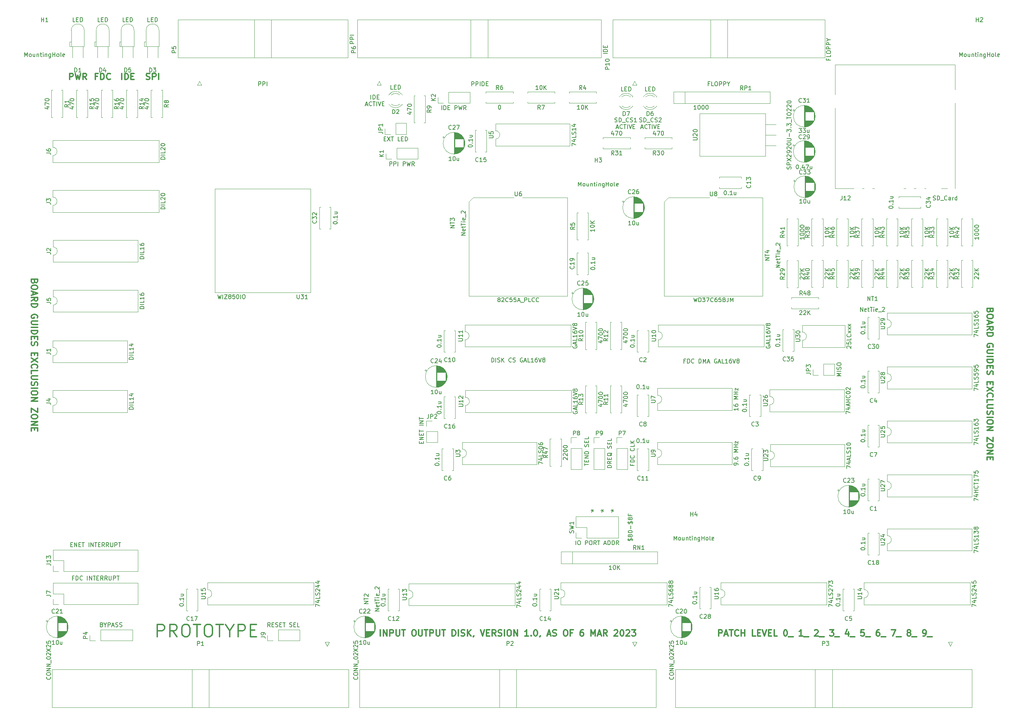
<source format=gbr>
%TF.GenerationSoftware,KiCad,Pcbnew,(6.0.11)*%
%TF.CreationDate,2023-11-10T06:37:51-05:00*%
%TF.ProjectId,input-output.Disk,696e7075-742d-46f7-9574-7075742e4469,rev?*%
%TF.SameCoordinates,Original*%
%TF.FileFunction,Legend,Top*%
%TF.FilePolarity,Positive*%
%FSLAX46Y46*%
G04 Gerber Fmt 4.6, Leading zero omitted, Abs format (unit mm)*
G04 Created by KiCad (PCBNEW (6.0.11)) date 2023-11-10 06:37:51*
%MOMM*%
%LPD*%
G01*
G04 APERTURE LIST*
%ADD10C,0.300000*%
%ADD11C,0.150000*%
%ADD12C,0.120000*%
G04 APERTURE END LIST*
D10*
X267607142Y-140785714D02*
X267535714Y-141000000D01*
X267464285Y-141071428D01*
X267321428Y-141142857D01*
X267107142Y-141142857D01*
X266964285Y-141071428D01*
X266892857Y-141000000D01*
X266821428Y-140857142D01*
X266821428Y-140285714D01*
X268321428Y-140285714D01*
X268321428Y-140785714D01*
X268250000Y-140928571D01*
X268178571Y-141000000D01*
X268035714Y-141071428D01*
X267892857Y-141071428D01*
X267750000Y-141000000D01*
X267678571Y-140928571D01*
X267607142Y-140785714D01*
X267607142Y-140285714D01*
X268321428Y-142071428D02*
X268321428Y-142357142D01*
X268250000Y-142500000D01*
X268107142Y-142642857D01*
X267821428Y-142714285D01*
X267321428Y-142714285D01*
X267035714Y-142642857D01*
X266892857Y-142500000D01*
X266821428Y-142357142D01*
X266821428Y-142071428D01*
X266892857Y-141928571D01*
X267035714Y-141785714D01*
X267321428Y-141714285D01*
X267821428Y-141714285D01*
X268107142Y-141785714D01*
X268250000Y-141928571D01*
X268321428Y-142071428D01*
X267250000Y-143285714D02*
X267250000Y-144000000D01*
X266821428Y-143142857D02*
X268321428Y-143642857D01*
X266821428Y-144142857D01*
X266821428Y-145500000D02*
X267535714Y-145000000D01*
X266821428Y-144642857D02*
X268321428Y-144642857D01*
X268321428Y-145214285D01*
X268250000Y-145357142D01*
X268178571Y-145428571D01*
X268035714Y-145500000D01*
X267821428Y-145500000D01*
X267678571Y-145428571D01*
X267607142Y-145357142D01*
X267535714Y-145214285D01*
X267535714Y-144642857D01*
X266821428Y-146142857D02*
X268321428Y-146142857D01*
X268321428Y-146500000D01*
X268250000Y-146714285D01*
X268107142Y-146857142D01*
X267964285Y-146928571D01*
X267678571Y-147000000D01*
X267464285Y-147000000D01*
X267178571Y-146928571D01*
X267035714Y-146857142D01*
X266892857Y-146714285D01*
X266821428Y-146500000D01*
X266821428Y-146142857D01*
X268250000Y-149571428D02*
X268321428Y-149428571D01*
X268321428Y-149214285D01*
X268250000Y-149000000D01*
X268107142Y-148857142D01*
X267964285Y-148785714D01*
X267678571Y-148714285D01*
X267464285Y-148714285D01*
X267178571Y-148785714D01*
X267035714Y-148857142D01*
X266892857Y-149000000D01*
X266821428Y-149214285D01*
X266821428Y-149357142D01*
X266892857Y-149571428D01*
X266964285Y-149642857D01*
X267464285Y-149642857D01*
X267464285Y-149357142D01*
X268321428Y-150285714D02*
X267107142Y-150285714D01*
X266964285Y-150357142D01*
X266892857Y-150428571D01*
X266821428Y-150571428D01*
X266821428Y-150857142D01*
X266892857Y-151000000D01*
X266964285Y-151071428D01*
X267107142Y-151142857D01*
X268321428Y-151142857D01*
X266821428Y-151857142D02*
X268321428Y-151857142D01*
X266821428Y-152571428D02*
X268321428Y-152571428D01*
X268321428Y-152928571D01*
X268250000Y-153142857D01*
X268107142Y-153285714D01*
X267964285Y-153357142D01*
X267678571Y-153428571D01*
X267464285Y-153428571D01*
X267178571Y-153357142D01*
X267035714Y-153285714D01*
X266892857Y-153142857D01*
X266821428Y-152928571D01*
X266821428Y-152571428D01*
X267607142Y-154071428D02*
X267607142Y-154571428D01*
X266821428Y-154785714D02*
X266821428Y-154071428D01*
X268321428Y-154071428D01*
X268321428Y-154785714D01*
X266892857Y-155357142D02*
X266821428Y-155571428D01*
X266821428Y-155928571D01*
X266892857Y-156071428D01*
X266964285Y-156142857D01*
X267107142Y-156214285D01*
X267250000Y-156214285D01*
X267392857Y-156142857D01*
X267464285Y-156071428D01*
X267535714Y-155928571D01*
X267607142Y-155642857D01*
X267678571Y-155500000D01*
X267750000Y-155428571D01*
X267892857Y-155357142D01*
X268035714Y-155357142D01*
X268178571Y-155428571D01*
X268250000Y-155500000D01*
X268321428Y-155642857D01*
X268321428Y-156000000D01*
X268250000Y-156214285D01*
X267607142Y-158000000D02*
X267607142Y-158500000D01*
X266821428Y-158714285D02*
X266821428Y-158000000D01*
X268321428Y-158000000D01*
X268321428Y-158714285D01*
X268321428Y-159214285D02*
X266821428Y-160214285D01*
X268321428Y-160214285D02*
X266821428Y-159214285D01*
X266964285Y-161642857D02*
X266892857Y-161571428D01*
X266821428Y-161357142D01*
X266821428Y-161214285D01*
X266892857Y-161000000D01*
X267035714Y-160857142D01*
X267178571Y-160785714D01*
X267464285Y-160714285D01*
X267678571Y-160714285D01*
X267964285Y-160785714D01*
X268107142Y-160857142D01*
X268250000Y-161000000D01*
X268321428Y-161214285D01*
X268321428Y-161357142D01*
X268250000Y-161571428D01*
X268178571Y-161642857D01*
X266821428Y-163000000D02*
X266821428Y-162285714D01*
X268321428Y-162285714D01*
X268321428Y-163500000D02*
X267107142Y-163500000D01*
X266964285Y-163571428D01*
X266892857Y-163642857D01*
X266821428Y-163785714D01*
X266821428Y-164071428D01*
X266892857Y-164214285D01*
X266964285Y-164285714D01*
X267107142Y-164357142D01*
X268321428Y-164357142D01*
X266892857Y-165000000D02*
X266821428Y-165214285D01*
X266821428Y-165571428D01*
X266892857Y-165714285D01*
X266964285Y-165785714D01*
X267107142Y-165857142D01*
X267250000Y-165857142D01*
X267392857Y-165785714D01*
X267464285Y-165714285D01*
X267535714Y-165571428D01*
X267607142Y-165285714D01*
X267678571Y-165142857D01*
X267750000Y-165071428D01*
X267892857Y-165000000D01*
X268035714Y-165000000D01*
X268178571Y-165071428D01*
X268250000Y-165142857D01*
X268321428Y-165285714D01*
X268321428Y-165642857D01*
X268250000Y-165857142D01*
X266821428Y-166500000D02*
X268321428Y-166500000D01*
X268321428Y-167500000D02*
X268321428Y-167785714D01*
X268250000Y-167928571D01*
X268107142Y-168071428D01*
X267821428Y-168142857D01*
X267321428Y-168142857D01*
X267035714Y-168071428D01*
X266892857Y-167928571D01*
X266821428Y-167785714D01*
X266821428Y-167500000D01*
X266892857Y-167357142D01*
X267035714Y-167214285D01*
X267321428Y-167142857D01*
X267821428Y-167142857D01*
X268107142Y-167214285D01*
X268250000Y-167357142D01*
X268321428Y-167500000D01*
X266821428Y-168785714D02*
X268321428Y-168785714D01*
X266821428Y-169642857D01*
X268321428Y-169642857D01*
X268321428Y-171357142D02*
X268321428Y-172357142D01*
X266821428Y-171357142D01*
X266821428Y-172357142D01*
X268321428Y-173214285D02*
X268321428Y-173500000D01*
X268250000Y-173642857D01*
X268107142Y-173785714D01*
X267821428Y-173857142D01*
X267321428Y-173857142D01*
X267035714Y-173785714D01*
X266892857Y-173642857D01*
X266821428Y-173500000D01*
X266821428Y-173214285D01*
X266892857Y-173071428D01*
X267035714Y-172928571D01*
X267321428Y-172857142D01*
X267821428Y-172857142D01*
X268107142Y-172928571D01*
X268250000Y-173071428D01*
X268321428Y-173214285D01*
X266821428Y-174500000D02*
X268321428Y-174500000D01*
X266821428Y-175357142D01*
X268321428Y-175357142D01*
X267607142Y-176071428D02*
X267607142Y-176571428D01*
X266821428Y-176785714D02*
X266821428Y-176071428D01*
X268321428Y-176071428D01*
X268321428Y-176785714D01*
X37607142Y-133785714D02*
X37535714Y-134000000D01*
X37464285Y-134071428D01*
X37321428Y-134142857D01*
X37107142Y-134142857D01*
X36964285Y-134071428D01*
X36892857Y-134000000D01*
X36821428Y-133857142D01*
X36821428Y-133285714D01*
X38321428Y-133285714D01*
X38321428Y-133785714D01*
X38250000Y-133928571D01*
X38178571Y-134000000D01*
X38035714Y-134071428D01*
X37892857Y-134071428D01*
X37750000Y-134000000D01*
X37678571Y-133928571D01*
X37607142Y-133785714D01*
X37607142Y-133285714D01*
X38321428Y-135071428D02*
X38321428Y-135357142D01*
X38250000Y-135500000D01*
X38107142Y-135642857D01*
X37821428Y-135714285D01*
X37321428Y-135714285D01*
X37035714Y-135642857D01*
X36892857Y-135500000D01*
X36821428Y-135357142D01*
X36821428Y-135071428D01*
X36892857Y-134928571D01*
X37035714Y-134785714D01*
X37321428Y-134714285D01*
X37821428Y-134714285D01*
X38107142Y-134785714D01*
X38250000Y-134928571D01*
X38321428Y-135071428D01*
X37250000Y-136285714D02*
X37250000Y-137000000D01*
X36821428Y-136142857D02*
X38321428Y-136642857D01*
X36821428Y-137142857D01*
X36821428Y-138500000D02*
X37535714Y-138000000D01*
X36821428Y-137642857D02*
X38321428Y-137642857D01*
X38321428Y-138214285D01*
X38250000Y-138357142D01*
X38178571Y-138428571D01*
X38035714Y-138500000D01*
X37821428Y-138500000D01*
X37678571Y-138428571D01*
X37607142Y-138357142D01*
X37535714Y-138214285D01*
X37535714Y-137642857D01*
X36821428Y-139142857D02*
X38321428Y-139142857D01*
X38321428Y-139500000D01*
X38250000Y-139714285D01*
X38107142Y-139857142D01*
X37964285Y-139928571D01*
X37678571Y-140000000D01*
X37464285Y-140000000D01*
X37178571Y-139928571D01*
X37035714Y-139857142D01*
X36892857Y-139714285D01*
X36821428Y-139500000D01*
X36821428Y-139142857D01*
X38250000Y-142571428D02*
X38321428Y-142428571D01*
X38321428Y-142214285D01*
X38250000Y-142000000D01*
X38107142Y-141857142D01*
X37964285Y-141785714D01*
X37678571Y-141714285D01*
X37464285Y-141714285D01*
X37178571Y-141785714D01*
X37035714Y-141857142D01*
X36892857Y-142000000D01*
X36821428Y-142214285D01*
X36821428Y-142357142D01*
X36892857Y-142571428D01*
X36964285Y-142642857D01*
X37464285Y-142642857D01*
X37464285Y-142357142D01*
X38321428Y-143285714D02*
X37107142Y-143285714D01*
X36964285Y-143357142D01*
X36892857Y-143428571D01*
X36821428Y-143571428D01*
X36821428Y-143857142D01*
X36892857Y-144000000D01*
X36964285Y-144071428D01*
X37107142Y-144142857D01*
X38321428Y-144142857D01*
X36821428Y-144857142D02*
X38321428Y-144857142D01*
X36821428Y-145571428D02*
X38321428Y-145571428D01*
X38321428Y-145928571D01*
X38250000Y-146142857D01*
X38107142Y-146285714D01*
X37964285Y-146357142D01*
X37678571Y-146428571D01*
X37464285Y-146428571D01*
X37178571Y-146357142D01*
X37035714Y-146285714D01*
X36892857Y-146142857D01*
X36821428Y-145928571D01*
X36821428Y-145571428D01*
X37607142Y-147071428D02*
X37607142Y-147571428D01*
X36821428Y-147785714D02*
X36821428Y-147071428D01*
X38321428Y-147071428D01*
X38321428Y-147785714D01*
X36892857Y-148357142D02*
X36821428Y-148571428D01*
X36821428Y-148928571D01*
X36892857Y-149071428D01*
X36964285Y-149142857D01*
X37107142Y-149214285D01*
X37250000Y-149214285D01*
X37392857Y-149142857D01*
X37464285Y-149071428D01*
X37535714Y-148928571D01*
X37607142Y-148642857D01*
X37678571Y-148500000D01*
X37750000Y-148428571D01*
X37892857Y-148357142D01*
X38035714Y-148357142D01*
X38178571Y-148428571D01*
X38250000Y-148500000D01*
X38321428Y-148642857D01*
X38321428Y-149000000D01*
X38250000Y-149214285D01*
X37607142Y-151000000D02*
X37607142Y-151500000D01*
X36821428Y-151714285D02*
X36821428Y-151000000D01*
X38321428Y-151000000D01*
X38321428Y-151714285D01*
X38321428Y-152214285D02*
X36821428Y-153214285D01*
X38321428Y-153214285D02*
X36821428Y-152214285D01*
X36964285Y-154642857D02*
X36892857Y-154571428D01*
X36821428Y-154357142D01*
X36821428Y-154214285D01*
X36892857Y-154000000D01*
X37035714Y-153857142D01*
X37178571Y-153785714D01*
X37464285Y-153714285D01*
X37678571Y-153714285D01*
X37964285Y-153785714D01*
X38107142Y-153857142D01*
X38250000Y-154000000D01*
X38321428Y-154214285D01*
X38321428Y-154357142D01*
X38250000Y-154571428D01*
X38178571Y-154642857D01*
X36821428Y-156000000D02*
X36821428Y-155285714D01*
X38321428Y-155285714D01*
X38321428Y-156500000D02*
X37107142Y-156500000D01*
X36964285Y-156571428D01*
X36892857Y-156642857D01*
X36821428Y-156785714D01*
X36821428Y-157071428D01*
X36892857Y-157214285D01*
X36964285Y-157285714D01*
X37107142Y-157357142D01*
X38321428Y-157357142D01*
X36892857Y-158000000D02*
X36821428Y-158214285D01*
X36821428Y-158571428D01*
X36892857Y-158714285D01*
X36964285Y-158785714D01*
X37107142Y-158857142D01*
X37250000Y-158857142D01*
X37392857Y-158785714D01*
X37464285Y-158714285D01*
X37535714Y-158571428D01*
X37607142Y-158285714D01*
X37678571Y-158142857D01*
X37750000Y-158071428D01*
X37892857Y-158000000D01*
X38035714Y-158000000D01*
X38178571Y-158071428D01*
X38250000Y-158142857D01*
X38321428Y-158285714D01*
X38321428Y-158642857D01*
X38250000Y-158857142D01*
X36821428Y-159500000D02*
X38321428Y-159500000D01*
X38321428Y-160500000D02*
X38321428Y-160785714D01*
X38250000Y-160928571D01*
X38107142Y-161071428D01*
X37821428Y-161142857D01*
X37321428Y-161142857D01*
X37035714Y-161071428D01*
X36892857Y-160928571D01*
X36821428Y-160785714D01*
X36821428Y-160500000D01*
X36892857Y-160357142D01*
X37035714Y-160214285D01*
X37321428Y-160142857D01*
X37821428Y-160142857D01*
X38107142Y-160214285D01*
X38250000Y-160357142D01*
X38321428Y-160500000D01*
X36821428Y-161785714D02*
X38321428Y-161785714D01*
X36821428Y-162642857D01*
X38321428Y-162642857D01*
X38321428Y-164357142D02*
X38321428Y-165357142D01*
X36821428Y-164357142D01*
X36821428Y-165357142D01*
X38321428Y-166214285D02*
X38321428Y-166500000D01*
X38250000Y-166642857D01*
X38107142Y-166785714D01*
X37821428Y-166857142D01*
X37321428Y-166857142D01*
X37035714Y-166785714D01*
X36892857Y-166642857D01*
X36821428Y-166500000D01*
X36821428Y-166214285D01*
X36892857Y-166071428D01*
X37035714Y-165928571D01*
X37321428Y-165857142D01*
X37821428Y-165857142D01*
X38107142Y-165928571D01*
X38250000Y-166071428D01*
X38321428Y-166214285D01*
X36821428Y-167500000D02*
X38321428Y-167500000D01*
X36821428Y-168357142D01*
X38321428Y-168357142D01*
X37607142Y-169071428D02*
X37607142Y-169571428D01*
X36821428Y-169785714D02*
X36821428Y-169071428D01*
X38321428Y-169071428D01*
X38321428Y-169785714D01*
X202250000Y-219178571D02*
X202250000Y-217678571D01*
X202821428Y-217678571D01*
X202964285Y-217750000D01*
X203035714Y-217821428D01*
X203107142Y-217964285D01*
X203107142Y-218178571D01*
X203035714Y-218321428D01*
X202964285Y-218392857D01*
X202821428Y-218464285D01*
X202250000Y-218464285D01*
X203678571Y-218750000D02*
X204392857Y-218750000D01*
X203535714Y-219178571D02*
X204035714Y-217678571D01*
X204535714Y-219178571D01*
X204821428Y-217678571D02*
X205678571Y-217678571D01*
X205250000Y-219178571D02*
X205250000Y-217678571D01*
X207035714Y-219035714D02*
X206964285Y-219107142D01*
X206750000Y-219178571D01*
X206607142Y-219178571D01*
X206392857Y-219107142D01*
X206250000Y-218964285D01*
X206178571Y-218821428D01*
X206107142Y-218535714D01*
X206107142Y-218321428D01*
X206178571Y-218035714D01*
X206250000Y-217892857D01*
X206392857Y-217750000D01*
X206607142Y-217678571D01*
X206750000Y-217678571D01*
X206964285Y-217750000D01*
X207035714Y-217821428D01*
X207678571Y-219178571D02*
X207678571Y-217678571D01*
X207678571Y-218392857D02*
X208535714Y-218392857D01*
X208535714Y-219178571D02*
X208535714Y-217678571D01*
X211107142Y-219178571D02*
X210392857Y-219178571D01*
X210392857Y-217678571D01*
X211607142Y-218392857D02*
X212107142Y-218392857D01*
X212321428Y-219178571D02*
X211607142Y-219178571D01*
X211607142Y-217678571D01*
X212321428Y-217678571D01*
X212750000Y-217678571D02*
X213250000Y-219178571D01*
X213750000Y-217678571D01*
X214250000Y-218392857D02*
X214750000Y-218392857D01*
X214964285Y-219178571D02*
X214250000Y-219178571D01*
X214250000Y-217678571D01*
X214964285Y-217678571D01*
X216321428Y-219178571D02*
X215607142Y-219178571D01*
X215607142Y-217678571D01*
X218250000Y-217678571D02*
X218392857Y-217678571D01*
X218535714Y-217750000D01*
X218607142Y-217821428D01*
X218678571Y-217964285D01*
X218750000Y-218250000D01*
X218750000Y-218607142D01*
X218678571Y-218892857D01*
X218607142Y-219035714D01*
X218535714Y-219107142D01*
X218392857Y-219178571D01*
X218250000Y-219178571D01*
X218107142Y-219107142D01*
X218035714Y-219035714D01*
X217964285Y-218892857D01*
X217892857Y-218607142D01*
X217892857Y-218250000D01*
X217964285Y-217964285D01*
X218035714Y-217821428D01*
X218107142Y-217750000D01*
X218250000Y-217678571D01*
X219035714Y-219321428D02*
X220178571Y-219321428D01*
X222464285Y-219178571D02*
X221607142Y-219178571D01*
X222035714Y-219178571D02*
X222035714Y-217678571D01*
X221892857Y-217892857D01*
X221750000Y-218035714D01*
X221607142Y-218107142D01*
X222750000Y-219321428D02*
X223892857Y-219321428D01*
X225321428Y-217821428D02*
X225392857Y-217750000D01*
X225535714Y-217678571D01*
X225892857Y-217678571D01*
X226035714Y-217750000D01*
X226107142Y-217821428D01*
X226178571Y-217964285D01*
X226178571Y-218107142D01*
X226107142Y-218321428D01*
X225250000Y-219178571D01*
X226178571Y-219178571D01*
X226464285Y-219321428D02*
X227607142Y-219321428D01*
X228964285Y-217678571D02*
X229892857Y-217678571D01*
X229392857Y-218250000D01*
X229607142Y-218250000D01*
X229750000Y-218321428D01*
X229821428Y-218392857D01*
X229892857Y-218535714D01*
X229892857Y-218892857D01*
X229821428Y-219035714D01*
X229750000Y-219107142D01*
X229607142Y-219178571D01*
X229178571Y-219178571D01*
X229035714Y-219107142D01*
X228964285Y-219035714D01*
X230178571Y-219321428D02*
X231321428Y-219321428D01*
X233464285Y-218178571D02*
X233464285Y-219178571D01*
X233107142Y-217607142D02*
X232750000Y-218678571D01*
X233678571Y-218678571D01*
X233892857Y-219321428D02*
X235035714Y-219321428D01*
X237250000Y-217678571D02*
X236535714Y-217678571D01*
X236464285Y-218392857D01*
X236535714Y-218321428D01*
X236678571Y-218250000D01*
X237035714Y-218250000D01*
X237178571Y-218321428D01*
X237250000Y-218392857D01*
X237321428Y-218535714D01*
X237321428Y-218892857D01*
X237250000Y-219035714D01*
X237178571Y-219107142D01*
X237035714Y-219178571D01*
X236678571Y-219178571D01*
X236535714Y-219107142D01*
X236464285Y-219035714D01*
X237607142Y-219321428D02*
X238749999Y-219321428D01*
X240892857Y-217678571D02*
X240607142Y-217678571D01*
X240464285Y-217750000D01*
X240392857Y-217821428D01*
X240249999Y-218035714D01*
X240178571Y-218321428D01*
X240178571Y-218892857D01*
X240249999Y-219035714D01*
X240321428Y-219107142D01*
X240464285Y-219178571D01*
X240749999Y-219178571D01*
X240892857Y-219107142D01*
X240964285Y-219035714D01*
X241035714Y-218892857D01*
X241035714Y-218535714D01*
X240964285Y-218392857D01*
X240892857Y-218321428D01*
X240749999Y-218250000D01*
X240464285Y-218250000D01*
X240321428Y-218321428D01*
X240249999Y-218392857D01*
X240178571Y-218535714D01*
X241321428Y-219321428D02*
X242464285Y-219321428D01*
X243821428Y-217678571D02*
X244821428Y-217678571D01*
X244178571Y-219178571D01*
X245035714Y-219321428D02*
X246178571Y-219321428D01*
X247892857Y-218321428D02*
X247749999Y-218250000D01*
X247678571Y-218178571D01*
X247607142Y-218035714D01*
X247607142Y-217964285D01*
X247678571Y-217821428D01*
X247749999Y-217750000D01*
X247892857Y-217678571D01*
X248178571Y-217678571D01*
X248321428Y-217750000D01*
X248392857Y-217821428D01*
X248464285Y-217964285D01*
X248464285Y-218035714D01*
X248392857Y-218178571D01*
X248321428Y-218250000D01*
X248178571Y-218321428D01*
X247892857Y-218321428D01*
X247749999Y-218392857D01*
X247678571Y-218464285D01*
X247607142Y-218607142D01*
X247607142Y-218892857D01*
X247678571Y-219035714D01*
X247749999Y-219107142D01*
X247892857Y-219178571D01*
X248178571Y-219178571D01*
X248321428Y-219107142D01*
X248392857Y-219035714D01*
X248464285Y-218892857D01*
X248464285Y-218607142D01*
X248392857Y-218464285D01*
X248321428Y-218392857D01*
X248178571Y-218321428D01*
X248749999Y-219321428D02*
X249892857Y-219321428D01*
X251464285Y-219178571D02*
X251749999Y-219178571D01*
X251892857Y-219107142D01*
X251964285Y-219035714D01*
X252107142Y-218821428D01*
X252178571Y-218535714D01*
X252178571Y-217964285D01*
X252107142Y-217821428D01*
X252035714Y-217750000D01*
X251892857Y-217678571D01*
X251607142Y-217678571D01*
X251464285Y-217750000D01*
X251392857Y-217821428D01*
X251321428Y-217964285D01*
X251321428Y-218321428D01*
X251392857Y-218464285D01*
X251464285Y-218535714D01*
X251607142Y-218607142D01*
X251892857Y-218607142D01*
X252035714Y-218535714D01*
X252107142Y-218464285D01*
X252178571Y-218321428D01*
X252464285Y-219321428D02*
X253607142Y-219321428D01*
D11*
X177245464Y-95349761D02*
X177388321Y-95397380D01*
X177626416Y-95397380D01*
X177721654Y-95349761D01*
X177769273Y-95302142D01*
X177816892Y-95206904D01*
X177816892Y-95111666D01*
X177769273Y-95016428D01*
X177721654Y-94968809D01*
X177626416Y-94921190D01*
X177435940Y-94873571D01*
X177340702Y-94825952D01*
X177293083Y-94778333D01*
X177245464Y-94683095D01*
X177245464Y-94587857D01*
X177293083Y-94492619D01*
X177340702Y-94445000D01*
X177435940Y-94397380D01*
X177674035Y-94397380D01*
X177816892Y-94445000D01*
X178245464Y-95397380D02*
X178245464Y-94397380D01*
X178483559Y-94397380D01*
X178626416Y-94445000D01*
X178721654Y-94540238D01*
X178769273Y-94635476D01*
X178816892Y-94825952D01*
X178816892Y-94968809D01*
X178769273Y-95159285D01*
X178721654Y-95254523D01*
X178626416Y-95349761D01*
X178483559Y-95397380D01*
X178245464Y-95397380D01*
X179007369Y-95492619D02*
X179769273Y-95492619D01*
X180578797Y-95302142D02*
X180531178Y-95349761D01*
X180388321Y-95397380D01*
X180293083Y-95397380D01*
X180150226Y-95349761D01*
X180054988Y-95254523D01*
X180007369Y-95159285D01*
X179959750Y-94968809D01*
X179959750Y-94825952D01*
X180007369Y-94635476D01*
X180054988Y-94540238D01*
X180150226Y-94445000D01*
X180293083Y-94397380D01*
X180388321Y-94397380D01*
X180531178Y-94445000D01*
X180578797Y-94492619D01*
X180959750Y-95349761D02*
X181102607Y-95397380D01*
X181340702Y-95397380D01*
X181435940Y-95349761D01*
X181483559Y-95302142D01*
X181531178Y-95206904D01*
X181531178Y-95111666D01*
X181483559Y-95016428D01*
X181435940Y-94968809D01*
X181340702Y-94921190D01*
X181150226Y-94873571D01*
X181054988Y-94825952D01*
X181007369Y-94778333D01*
X180959750Y-94683095D01*
X180959750Y-94587857D01*
X181007369Y-94492619D01*
X181054988Y-94445000D01*
X181150226Y-94397380D01*
X181388321Y-94397380D01*
X181531178Y-94445000D01*
X182483559Y-95397380D02*
X181912131Y-95397380D01*
X182197845Y-95397380D02*
X182197845Y-94397380D01*
X182102607Y-94540238D01*
X182007369Y-94635476D01*
X181912131Y-94683095D01*
X177626416Y-96721666D02*
X178102607Y-96721666D01*
X177531178Y-97007380D02*
X177864512Y-96007380D01*
X178197845Y-97007380D01*
X179102607Y-96912142D02*
X179054988Y-96959761D01*
X178912131Y-97007380D01*
X178816892Y-97007380D01*
X178674035Y-96959761D01*
X178578797Y-96864523D01*
X178531178Y-96769285D01*
X178483559Y-96578809D01*
X178483559Y-96435952D01*
X178531178Y-96245476D01*
X178578797Y-96150238D01*
X178674035Y-96055000D01*
X178816892Y-96007380D01*
X178912131Y-96007380D01*
X179054988Y-96055000D01*
X179102607Y-96102619D01*
X179388321Y-96007380D02*
X179959750Y-96007380D01*
X179674035Y-97007380D02*
X179674035Y-96007380D01*
X180293083Y-97007380D02*
X180293083Y-96007380D01*
X180626416Y-96007380D02*
X180959750Y-97007380D01*
X181293083Y-96007380D01*
X181626416Y-96483571D02*
X181959750Y-96483571D01*
X182102607Y-97007380D02*
X181626416Y-97007380D01*
X181626416Y-96007380D01*
X182102607Y-96007380D01*
X142797619Y-86702380D02*
X142797619Y-85702380D01*
X143178571Y-85702380D01*
X143273809Y-85750000D01*
X143321428Y-85797619D01*
X143369047Y-85892857D01*
X143369047Y-86035714D01*
X143321428Y-86130952D01*
X143273809Y-86178571D01*
X143178571Y-86226190D01*
X142797619Y-86226190D01*
X143797619Y-86702380D02*
X143797619Y-85702380D01*
X144178571Y-85702380D01*
X144273809Y-85750000D01*
X144321428Y-85797619D01*
X144369047Y-85892857D01*
X144369047Y-86035714D01*
X144321428Y-86130952D01*
X144273809Y-86178571D01*
X144178571Y-86226190D01*
X143797619Y-86226190D01*
X144797619Y-86702380D02*
X144797619Y-85702380D01*
X145273809Y-86702380D02*
X145273809Y-85702380D01*
X145511904Y-85702380D01*
X145654761Y-85750000D01*
X145750000Y-85845238D01*
X145797619Y-85940476D01*
X145845238Y-86130952D01*
X145845238Y-86273809D01*
X145797619Y-86464285D01*
X145750000Y-86559523D01*
X145654761Y-86654761D01*
X145511904Y-86702380D01*
X145273809Y-86702380D01*
X146273809Y-86178571D02*
X146607142Y-86178571D01*
X146750000Y-86702380D02*
X146273809Y-86702380D01*
X146273809Y-85702380D01*
X146750000Y-85702380D01*
D10*
X120821428Y-219178571D02*
X120821428Y-217678571D01*
X121535714Y-219178571D02*
X121535714Y-217678571D01*
X122392857Y-219178571D01*
X122392857Y-217678571D01*
X123107142Y-219178571D02*
X123107142Y-217678571D01*
X123678571Y-217678571D01*
X123821428Y-217750000D01*
X123892857Y-217821428D01*
X123964285Y-217964285D01*
X123964285Y-218178571D01*
X123892857Y-218321428D01*
X123821428Y-218392857D01*
X123678571Y-218464285D01*
X123107142Y-218464285D01*
X124607142Y-217678571D02*
X124607142Y-218892857D01*
X124678571Y-219035714D01*
X124750000Y-219107142D01*
X124892857Y-219178571D01*
X125178571Y-219178571D01*
X125321428Y-219107142D01*
X125392857Y-219035714D01*
X125464285Y-218892857D01*
X125464285Y-217678571D01*
X125964285Y-217678571D02*
X126821428Y-217678571D01*
X126392857Y-219178571D02*
X126392857Y-217678571D01*
X128750000Y-217678571D02*
X129035714Y-217678571D01*
X129178571Y-217750000D01*
X129321428Y-217892857D01*
X129392857Y-218178571D01*
X129392857Y-218678571D01*
X129321428Y-218964285D01*
X129178571Y-219107142D01*
X129035714Y-219178571D01*
X128750000Y-219178571D01*
X128607142Y-219107142D01*
X128464285Y-218964285D01*
X128392857Y-218678571D01*
X128392857Y-218178571D01*
X128464285Y-217892857D01*
X128607142Y-217750000D01*
X128750000Y-217678571D01*
X130035714Y-217678571D02*
X130035714Y-218892857D01*
X130107142Y-219035714D01*
X130178571Y-219107142D01*
X130321428Y-219178571D01*
X130607142Y-219178571D01*
X130750000Y-219107142D01*
X130821428Y-219035714D01*
X130892857Y-218892857D01*
X130892857Y-217678571D01*
X131392857Y-217678571D02*
X132250000Y-217678571D01*
X131821428Y-219178571D02*
X131821428Y-217678571D01*
X132750000Y-219178571D02*
X132750000Y-217678571D01*
X133321428Y-217678571D01*
X133464285Y-217750000D01*
X133535714Y-217821428D01*
X133607142Y-217964285D01*
X133607142Y-218178571D01*
X133535714Y-218321428D01*
X133464285Y-218392857D01*
X133321428Y-218464285D01*
X132750000Y-218464285D01*
X134250000Y-217678571D02*
X134250000Y-218892857D01*
X134321428Y-219035714D01*
X134392857Y-219107142D01*
X134535714Y-219178571D01*
X134821428Y-219178571D01*
X134964285Y-219107142D01*
X135035714Y-219035714D01*
X135107142Y-218892857D01*
X135107142Y-217678571D01*
X135607142Y-217678571D02*
X136464285Y-217678571D01*
X136035714Y-219178571D02*
X136035714Y-217678571D01*
X138107142Y-219178571D02*
X138107142Y-217678571D01*
X138464285Y-217678571D01*
X138678571Y-217750000D01*
X138821428Y-217892857D01*
X138892857Y-218035714D01*
X138964285Y-218321428D01*
X138964285Y-218535714D01*
X138892857Y-218821428D01*
X138821428Y-218964285D01*
X138678571Y-219107142D01*
X138464285Y-219178571D01*
X138107142Y-219178571D01*
X139607142Y-219178571D02*
X139607142Y-217678571D01*
X140250000Y-219107142D02*
X140464285Y-219178571D01*
X140821428Y-219178571D01*
X140964285Y-219107142D01*
X141035714Y-219035714D01*
X141107142Y-218892857D01*
X141107142Y-218750000D01*
X141035714Y-218607142D01*
X140964285Y-218535714D01*
X140821428Y-218464285D01*
X140535714Y-218392857D01*
X140392857Y-218321428D01*
X140321428Y-218250000D01*
X140250000Y-218107142D01*
X140250000Y-217964285D01*
X140321428Y-217821428D01*
X140392857Y-217750000D01*
X140535714Y-217678571D01*
X140892857Y-217678571D01*
X141107142Y-217750000D01*
X141750000Y-219178571D02*
X141750000Y-217678571D01*
X142607142Y-219178571D02*
X141964285Y-218321428D01*
X142607142Y-217678571D02*
X141750000Y-218535714D01*
X143321428Y-219107142D02*
X143321428Y-219178571D01*
X143250000Y-219321428D01*
X143178571Y-219392857D01*
X144892857Y-217678571D02*
X145392857Y-219178571D01*
X145892857Y-217678571D01*
X146392857Y-218392857D02*
X146892857Y-218392857D01*
X147107142Y-219178571D02*
X146392857Y-219178571D01*
X146392857Y-217678571D01*
X147107142Y-217678571D01*
X148607142Y-219178571D02*
X148107142Y-218464285D01*
X147750000Y-219178571D02*
X147750000Y-217678571D01*
X148321428Y-217678571D01*
X148464285Y-217750000D01*
X148535714Y-217821428D01*
X148607142Y-217964285D01*
X148607142Y-218178571D01*
X148535714Y-218321428D01*
X148464285Y-218392857D01*
X148321428Y-218464285D01*
X147750000Y-218464285D01*
X149178571Y-219107142D02*
X149392857Y-219178571D01*
X149750000Y-219178571D01*
X149892857Y-219107142D01*
X149964285Y-219035714D01*
X150035714Y-218892857D01*
X150035714Y-218750000D01*
X149964285Y-218607142D01*
X149892857Y-218535714D01*
X149750000Y-218464285D01*
X149464285Y-218392857D01*
X149321428Y-218321428D01*
X149250000Y-218250000D01*
X149178571Y-218107142D01*
X149178571Y-217964285D01*
X149250000Y-217821428D01*
X149321428Y-217750000D01*
X149464285Y-217678571D01*
X149821428Y-217678571D01*
X150035714Y-217750000D01*
X150678571Y-219178571D02*
X150678571Y-217678571D01*
X151678571Y-217678571D02*
X151964285Y-217678571D01*
X152107142Y-217750000D01*
X152250000Y-217892857D01*
X152321428Y-218178571D01*
X152321428Y-218678571D01*
X152250000Y-218964285D01*
X152107142Y-219107142D01*
X151964285Y-219178571D01*
X151678571Y-219178571D01*
X151535714Y-219107142D01*
X151392857Y-218964285D01*
X151321428Y-218678571D01*
X151321428Y-218178571D01*
X151392857Y-217892857D01*
X151535714Y-217750000D01*
X151678571Y-217678571D01*
X152964285Y-219178571D02*
X152964285Y-217678571D01*
X153821428Y-219178571D01*
X153821428Y-217678571D01*
X156464285Y-219178571D02*
X155607142Y-219178571D01*
X156035714Y-219178571D02*
X156035714Y-217678571D01*
X155892857Y-217892857D01*
X155750000Y-218035714D01*
X155607142Y-218107142D01*
X157107142Y-219035714D02*
X157178571Y-219107142D01*
X157107142Y-219178571D01*
X157035714Y-219107142D01*
X157107142Y-219035714D01*
X157107142Y-219178571D01*
X158107142Y-217678571D02*
X158250000Y-217678571D01*
X158392857Y-217750000D01*
X158464285Y-217821428D01*
X158535714Y-217964285D01*
X158607142Y-218250000D01*
X158607142Y-218607142D01*
X158535714Y-218892857D01*
X158464285Y-219035714D01*
X158392857Y-219107142D01*
X158250000Y-219178571D01*
X158107142Y-219178571D01*
X157964285Y-219107142D01*
X157892857Y-219035714D01*
X157821428Y-218892857D01*
X157750000Y-218607142D01*
X157750000Y-218250000D01*
X157821428Y-217964285D01*
X157892857Y-217821428D01*
X157964285Y-217750000D01*
X158107142Y-217678571D01*
X159321428Y-219107142D02*
X159321428Y-219178571D01*
X159250000Y-219321428D01*
X159178571Y-219392857D01*
X161035714Y-218750000D02*
X161750000Y-218750000D01*
X160892857Y-219178571D02*
X161392857Y-217678571D01*
X161892857Y-219178571D01*
X162321428Y-219107142D02*
X162535714Y-219178571D01*
X162892857Y-219178571D01*
X163035714Y-219107142D01*
X163107142Y-219035714D01*
X163178571Y-218892857D01*
X163178571Y-218750000D01*
X163107142Y-218607142D01*
X163035714Y-218535714D01*
X162892857Y-218464285D01*
X162607142Y-218392857D01*
X162464285Y-218321428D01*
X162392857Y-218250000D01*
X162321428Y-218107142D01*
X162321428Y-217964285D01*
X162392857Y-217821428D01*
X162464285Y-217750000D01*
X162607142Y-217678571D01*
X162964285Y-217678571D01*
X163178571Y-217750000D01*
X165250000Y-217678571D02*
X165535714Y-217678571D01*
X165678571Y-217750000D01*
X165821428Y-217892857D01*
X165892857Y-218178571D01*
X165892857Y-218678571D01*
X165821428Y-218964285D01*
X165678571Y-219107142D01*
X165535714Y-219178571D01*
X165250000Y-219178571D01*
X165107142Y-219107142D01*
X164964285Y-218964285D01*
X164892857Y-218678571D01*
X164892857Y-218178571D01*
X164964285Y-217892857D01*
X165107142Y-217750000D01*
X165250000Y-217678571D01*
X167035714Y-218392857D02*
X166535714Y-218392857D01*
X166535714Y-219178571D02*
X166535714Y-217678571D01*
X167250000Y-217678571D01*
X169607142Y-217678571D02*
X169321428Y-217678571D01*
X169178571Y-217750000D01*
X169107142Y-217821428D01*
X168964285Y-218035714D01*
X168892857Y-218321428D01*
X168892857Y-218892857D01*
X168964285Y-219035714D01*
X169035714Y-219107142D01*
X169178571Y-219178571D01*
X169464285Y-219178571D01*
X169607142Y-219107142D01*
X169678571Y-219035714D01*
X169750000Y-218892857D01*
X169750000Y-218535714D01*
X169678571Y-218392857D01*
X169607142Y-218321428D01*
X169464285Y-218250000D01*
X169178571Y-218250000D01*
X169035714Y-218321428D01*
X168964285Y-218392857D01*
X168892857Y-218535714D01*
X171535714Y-219178571D02*
X171535714Y-217678571D01*
X172035714Y-218750000D01*
X172535714Y-217678571D01*
X172535714Y-219178571D01*
X173178571Y-218750000D02*
X173892857Y-218750000D01*
X173035714Y-219178571D02*
X173535714Y-217678571D01*
X174035714Y-219178571D01*
X175392857Y-219178571D02*
X174892857Y-218464285D01*
X174535714Y-219178571D02*
X174535714Y-217678571D01*
X175107142Y-217678571D01*
X175250000Y-217750000D01*
X175321428Y-217821428D01*
X175392857Y-217964285D01*
X175392857Y-218178571D01*
X175321428Y-218321428D01*
X175250000Y-218392857D01*
X175107142Y-218464285D01*
X174535714Y-218464285D01*
X177107142Y-217821428D02*
X177178571Y-217750000D01*
X177321428Y-217678571D01*
X177678571Y-217678571D01*
X177821428Y-217750000D01*
X177892857Y-217821428D01*
X177964285Y-217964285D01*
X177964285Y-218107142D01*
X177892857Y-218321428D01*
X177035714Y-219178571D01*
X177964285Y-219178571D01*
X178892857Y-217678571D02*
X179035714Y-217678571D01*
X179178571Y-217750000D01*
X179250000Y-217821428D01*
X179321428Y-217964285D01*
X179392857Y-218250000D01*
X179392857Y-218607142D01*
X179321428Y-218892857D01*
X179250000Y-219035714D01*
X179178571Y-219107142D01*
X179035714Y-219178571D01*
X178892857Y-219178571D01*
X178750000Y-219107142D01*
X178678571Y-219035714D01*
X178607142Y-218892857D01*
X178535714Y-218607142D01*
X178535714Y-218250000D01*
X178607142Y-217964285D01*
X178678571Y-217821428D01*
X178750000Y-217750000D01*
X178892857Y-217678571D01*
X179964285Y-217821428D02*
X180035714Y-217750000D01*
X180178571Y-217678571D01*
X180535714Y-217678571D01*
X180678571Y-217750000D01*
X180750000Y-217821428D01*
X180821428Y-217964285D01*
X180821428Y-218107142D01*
X180750000Y-218321428D01*
X179892857Y-219178571D01*
X180821428Y-219178571D01*
X181321428Y-217678571D02*
X182250000Y-217678571D01*
X181750000Y-218250000D01*
X181964285Y-218250000D01*
X182107142Y-218321428D01*
X182178571Y-218392857D01*
X182250000Y-218535714D01*
X182250000Y-218892857D01*
X182178571Y-219035714D01*
X182107142Y-219107142D01*
X181964285Y-219178571D01*
X181535714Y-219178571D01*
X181392857Y-219107142D01*
X181321428Y-219035714D01*
D11*
X200035714Y-86178571D02*
X199702380Y-86178571D01*
X199702380Y-86702380D02*
X199702380Y-85702380D01*
X200178571Y-85702380D01*
X201035714Y-86702380D02*
X200559523Y-86702380D01*
X200559523Y-85702380D01*
X201559523Y-85702380D02*
X201750000Y-85702380D01*
X201845238Y-85750000D01*
X201940476Y-85845238D01*
X201988095Y-86035714D01*
X201988095Y-86369047D01*
X201940476Y-86559523D01*
X201845238Y-86654761D01*
X201750000Y-86702380D01*
X201559523Y-86702380D01*
X201464285Y-86654761D01*
X201369047Y-86559523D01*
X201321428Y-86369047D01*
X201321428Y-86035714D01*
X201369047Y-85845238D01*
X201464285Y-85750000D01*
X201559523Y-85702380D01*
X202416666Y-86702380D02*
X202416666Y-85702380D01*
X202797619Y-85702380D01*
X202892857Y-85750000D01*
X202940476Y-85797619D01*
X202988095Y-85892857D01*
X202988095Y-86035714D01*
X202940476Y-86130952D01*
X202892857Y-86178571D01*
X202797619Y-86226190D01*
X202416666Y-86226190D01*
X203416666Y-86702380D02*
X203416666Y-85702380D01*
X203797619Y-85702380D01*
X203892857Y-85750000D01*
X203940476Y-85797619D01*
X203988095Y-85892857D01*
X203988095Y-86035714D01*
X203940476Y-86130952D01*
X203892857Y-86178571D01*
X203797619Y-86226190D01*
X203416666Y-86226190D01*
X204607142Y-86226190D02*
X204607142Y-86702380D01*
X204273809Y-85702380D02*
X204607142Y-86226190D01*
X204940476Y-85702380D01*
D10*
X58571428Y-85178571D02*
X58571428Y-83678571D01*
X59285714Y-85178571D02*
X59285714Y-83678571D01*
X59642857Y-83678571D01*
X59857142Y-83750000D01*
X60000000Y-83892857D01*
X60071428Y-84035714D01*
X60142857Y-84321428D01*
X60142857Y-84535714D01*
X60071428Y-84821428D01*
X60000000Y-84964285D01*
X59857142Y-85107142D01*
X59642857Y-85178571D01*
X59285714Y-85178571D01*
X60785714Y-84392857D02*
X61285714Y-84392857D01*
X61500000Y-85178571D02*
X60785714Y-85178571D01*
X60785714Y-83678571D01*
X61500000Y-83678571D01*
D11*
X183199094Y-95349761D02*
X183341951Y-95397380D01*
X183580046Y-95397380D01*
X183675284Y-95349761D01*
X183722903Y-95302142D01*
X183770522Y-95206904D01*
X183770522Y-95111666D01*
X183722903Y-95016428D01*
X183675284Y-94968809D01*
X183580046Y-94921190D01*
X183389570Y-94873571D01*
X183294332Y-94825952D01*
X183246713Y-94778333D01*
X183199094Y-94683095D01*
X183199094Y-94587857D01*
X183246713Y-94492619D01*
X183294332Y-94445000D01*
X183389570Y-94397380D01*
X183627665Y-94397380D01*
X183770522Y-94445000D01*
X184199094Y-95397380D02*
X184199094Y-94397380D01*
X184437189Y-94397380D01*
X184580046Y-94445000D01*
X184675284Y-94540238D01*
X184722903Y-94635476D01*
X184770522Y-94825952D01*
X184770522Y-94968809D01*
X184722903Y-95159285D01*
X184675284Y-95254523D01*
X184580046Y-95349761D01*
X184437189Y-95397380D01*
X184199094Y-95397380D01*
X184960999Y-95492619D02*
X185722903Y-95492619D01*
X186532427Y-95302142D02*
X186484808Y-95349761D01*
X186341951Y-95397380D01*
X186246713Y-95397380D01*
X186103856Y-95349761D01*
X186008618Y-95254523D01*
X185960999Y-95159285D01*
X185913380Y-94968809D01*
X185913380Y-94825952D01*
X185960999Y-94635476D01*
X186008618Y-94540238D01*
X186103856Y-94445000D01*
X186246713Y-94397380D01*
X186341951Y-94397380D01*
X186484808Y-94445000D01*
X186532427Y-94492619D01*
X186913380Y-95349761D02*
X187056237Y-95397380D01*
X187294332Y-95397380D01*
X187389570Y-95349761D01*
X187437189Y-95302142D01*
X187484808Y-95206904D01*
X187484808Y-95111666D01*
X187437189Y-95016428D01*
X187389570Y-94968809D01*
X187294332Y-94921190D01*
X187103856Y-94873571D01*
X187008618Y-94825952D01*
X186960999Y-94778333D01*
X186913380Y-94683095D01*
X186913380Y-94587857D01*
X186960999Y-94492619D01*
X187008618Y-94445000D01*
X187103856Y-94397380D01*
X187341951Y-94397380D01*
X187484808Y-94445000D01*
X187865761Y-94492619D02*
X187913380Y-94445000D01*
X188008618Y-94397380D01*
X188246713Y-94397380D01*
X188341951Y-94445000D01*
X188389570Y-94492619D01*
X188437189Y-94587857D01*
X188437189Y-94683095D01*
X188389570Y-94825952D01*
X187818142Y-95397380D01*
X188437189Y-95397380D01*
X183580046Y-96721666D02*
X184056237Y-96721666D01*
X183484808Y-97007380D02*
X183818142Y-96007380D01*
X184151475Y-97007380D01*
X185056237Y-96912142D02*
X185008618Y-96959761D01*
X184865761Y-97007380D01*
X184770522Y-97007380D01*
X184627665Y-96959761D01*
X184532427Y-96864523D01*
X184484808Y-96769285D01*
X184437189Y-96578809D01*
X184437189Y-96435952D01*
X184484808Y-96245476D01*
X184532427Y-96150238D01*
X184627665Y-96055000D01*
X184770522Y-96007380D01*
X184865761Y-96007380D01*
X185008618Y-96055000D01*
X185056237Y-96102619D01*
X185341951Y-96007380D02*
X185913380Y-96007380D01*
X185627665Y-97007380D02*
X185627665Y-96007380D01*
X186246713Y-97007380D02*
X186246713Y-96007380D01*
X186580046Y-96007380D02*
X186913380Y-97007380D01*
X187246713Y-96007380D01*
X187580046Y-96483571D02*
X187913380Y-96483571D01*
X188056237Y-97007380D02*
X187580046Y-97007380D01*
X187580046Y-96007380D01*
X188056237Y-96007380D01*
X194190476Y-152928571D02*
X193857142Y-152928571D01*
X193857142Y-153452380D02*
X193857142Y-152452380D01*
X194333333Y-152452380D01*
X194714285Y-153452380D02*
X194714285Y-152452380D01*
X194952380Y-152452380D01*
X195095238Y-152500000D01*
X195190476Y-152595238D01*
X195238095Y-152690476D01*
X195285714Y-152880952D01*
X195285714Y-153023809D01*
X195238095Y-153214285D01*
X195190476Y-153309523D01*
X195095238Y-153404761D01*
X194952380Y-153452380D01*
X194714285Y-153452380D01*
X196285714Y-153357142D02*
X196238095Y-153404761D01*
X196095238Y-153452380D01*
X196000000Y-153452380D01*
X195857142Y-153404761D01*
X195761904Y-153309523D01*
X195714285Y-153214285D01*
X195666666Y-153023809D01*
X195666666Y-152880952D01*
X195714285Y-152690476D01*
X195761904Y-152595238D01*
X195857142Y-152500000D01*
X196000000Y-152452380D01*
X196095238Y-152452380D01*
X196238095Y-152500000D01*
X196285714Y-152547619D01*
X197476190Y-153452380D02*
X197476190Y-152452380D01*
X197714285Y-152452380D01*
X197857142Y-152500000D01*
X197952380Y-152595238D01*
X198000000Y-152690476D01*
X198047619Y-152880952D01*
X198047619Y-153023809D01*
X198000000Y-153214285D01*
X197952380Y-153309523D01*
X197857142Y-153404761D01*
X197714285Y-153452380D01*
X197476190Y-153452380D01*
X198476190Y-153452380D02*
X198476190Y-152452380D01*
X198809523Y-153166666D01*
X199142857Y-152452380D01*
X199142857Y-153452380D01*
X199571428Y-153166666D02*
X200047619Y-153166666D01*
X199476190Y-153452380D02*
X199809523Y-152452380D01*
X200142857Y-153452380D01*
X201761904Y-152500000D02*
X201666666Y-152452380D01*
X201523809Y-152452380D01*
X201380952Y-152500000D01*
X201285714Y-152595238D01*
X201238095Y-152690476D01*
X201190476Y-152880952D01*
X201190476Y-153023809D01*
X201238095Y-153214285D01*
X201285714Y-153309523D01*
X201380952Y-153404761D01*
X201523809Y-153452380D01*
X201619047Y-153452380D01*
X201761904Y-153404761D01*
X201809523Y-153357142D01*
X201809523Y-153023809D01*
X201619047Y-153023809D01*
X202190476Y-153166666D02*
X202666666Y-153166666D01*
X202095238Y-153452380D02*
X202428571Y-152452380D01*
X202761904Y-153452380D01*
X203571428Y-153452380D02*
X203095238Y-153452380D01*
X203095238Y-152452380D01*
X204428571Y-153452380D02*
X203857142Y-153452380D01*
X204142857Y-153452380D02*
X204142857Y-152452380D01*
X204047619Y-152595238D01*
X203952380Y-152690476D01*
X203857142Y-152738095D01*
X205285714Y-152452380D02*
X205095238Y-152452380D01*
X205000000Y-152500000D01*
X204952380Y-152547619D01*
X204857142Y-152690476D01*
X204809523Y-152880952D01*
X204809523Y-153261904D01*
X204857142Y-153357142D01*
X204904761Y-153404761D01*
X205000000Y-153452380D01*
X205190476Y-153452380D01*
X205285714Y-153404761D01*
X205333333Y-153357142D01*
X205380952Y-153261904D01*
X205380952Y-153023809D01*
X205333333Y-152928571D01*
X205285714Y-152880952D01*
X205190476Y-152833333D01*
X205000000Y-152833333D01*
X204904761Y-152880952D01*
X204857142Y-152928571D01*
X204809523Y-153023809D01*
X205666666Y-152452380D02*
X206000000Y-153452380D01*
X206333333Y-152452380D01*
X206809523Y-152880952D02*
X206714285Y-152833333D01*
X206666666Y-152785714D01*
X206619047Y-152690476D01*
X206619047Y-152642857D01*
X206666666Y-152547619D01*
X206714285Y-152500000D01*
X206809523Y-152452380D01*
X207000000Y-152452380D01*
X207095238Y-152500000D01*
X207142857Y-152547619D01*
X207190476Y-152642857D01*
X207190476Y-152690476D01*
X207142857Y-152785714D01*
X207095238Y-152833333D01*
X207000000Y-152880952D01*
X206809523Y-152880952D01*
X206714285Y-152928571D01*
X206666666Y-152976190D01*
X206619047Y-153071428D01*
X206619047Y-153261904D01*
X206666666Y-153357142D01*
X206714285Y-153404761D01*
X206809523Y-153452380D01*
X207000000Y-153452380D01*
X207095238Y-153404761D01*
X207142857Y-153357142D01*
X207190476Y-153261904D01*
X207190476Y-153071428D01*
X207142857Y-152976190D01*
X207095238Y-152928571D01*
X207000000Y-152880952D01*
D10*
X64464285Y-85107142D02*
X64678571Y-85178571D01*
X65035714Y-85178571D01*
X65178571Y-85107142D01*
X65250000Y-85035714D01*
X65321428Y-84892857D01*
X65321428Y-84750000D01*
X65250000Y-84607142D01*
X65178571Y-84535714D01*
X65035714Y-84464285D01*
X64750000Y-84392857D01*
X64607142Y-84321428D01*
X64535714Y-84250000D01*
X64464285Y-84107142D01*
X64464285Y-83964285D01*
X64535714Y-83821428D01*
X64607142Y-83750000D01*
X64750000Y-83678571D01*
X65107142Y-83678571D01*
X65321428Y-83750000D01*
X65964285Y-85178571D02*
X65964285Y-83678571D01*
X66535714Y-83678571D01*
X66678571Y-83750000D01*
X66750000Y-83821428D01*
X66821428Y-83964285D01*
X66821428Y-84178571D01*
X66750000Y-84321428D01*
X66678571Y-84392857D01*
X66535714Y-84464285D01*
X65964285Y-84464285D01*
X67464285Y-85178571D02*
X67464285Y-83678571D01*
X67142857Y-219357142D02*
X67142857Y-216357142D01*
X68285714Y-216357142D01*
X68571428Y-216500000D01*
X68714285Y-216642857D01*
X68857142Y-216928571D01*
X68857142Y-217357142D01*
X68714285Y-217642857D01*
X68571428Y-217785714D01*
X68285714Y-217928571D01*
X67142857Y-217928571D01*
X71857142Y-219357142D02*
X70857142Y-217928571D01*
X70142857Y-219357142D02*
X70142857Y-216357142D01*
X71285714Y-216357142D01*
X71571428Y-216500000D01*
X71714285Y-216642857D01*
X71857142Y-216928571D01*
X71857142Y-217357142D01*
X71714285Y-217642857D01*
X71571428Y-217785714D01*
X71285714Y-217928571D01*
X70142857Y-217928571D01*
X73714285Y-216357142D02*
X74285714Y-216357142D01*
X74571428Y-216500000D01*
X74857142Y-216785714D01*
X75000000Y-217357142D01*
X75000000Y-218357142D01*
X74857142Y-218928571D01*
X74571428Y-219214285D01*
X74285714Y-219357142D01*
X73714285Y-219357142D01*
X73428571Y-219214285D01*
X73142857Y-218928571D01*
X73000000Y-218357142D01*
X73000000Y-217357142D01*
X73142857Y-216785714D01*
X73428571Y-216500000D01*
X73714285Y-216357142D01*
X75857142Y-216357142D02*
X77571428Y-216357142D01*
X76714285Y-219357142D02*
X76714285Y-216357142D01*
X79142857Y-216357142D02*
X79714285Y-216357142D01*
X80000000Y-216500000D01*
X80285714Y-216785714D01*
X80428571Y-217357142D01*
X80428571Y-218357142D01*
X80285714Y-218928571D01*
X80000000Y-219214285D01*
X79714285Y-219357142D01*
X79142857Y-219357142D01*
X78857142Y-219214285D01*
X78571428Y-218928571D01*
X78428571Y-218357142D01*
X78428571Y-217357142D01*
X78571428Y-216785714D01*
X78857142Y-216500000D01*
X79142857Y-216357142D01*
X81285714Y-216357142D02*
X83000000Y-216357142D01*
X82142857Y-219357142D02*
X82142857Y-216357142D01*
X84571428Y-217928571D02*
X84571428Y-219357142D01*
X83571428Y-216357142D02*
X84571428Y-217928571D01*
X85571428Y-216357142D01*
X86571428Y-219357142D02*
X86571428Y-216357142D01*
X87714285Y-216357142D01*
X88000000Y-216500000D01*
X88142857Y-216642857D01*
X88285714Y-216928571D01*
X88285714Y-217357142D01*
X88142857Y-217642857D01*
X88000000Y-217785714D01*
X87714285Y-217928571D01*
X86571428Y-217928571D01*
X89571428Y-217785714D02*
X90571428Y-217785714D01*
X91000000Y-219357142D02*
X89571428Y-219357142D01*
X89571428Y-216357142D01*
X91000000Y-216357142D01*
X46000000Y-85178571D02*
X46000000Y-83678571D01*
X46571428Y-83678571D01*
X46714285Y-83750000D01*
X46785714Y-83821428D01*
X46857142Y-83964285D01*
X46857142Y-84178571D01*
X46785714Y-84321428D01*
X46714285Y-84392857D01*
X46571428Y-84464285D01*
X46000000Y-84464285D01*
X47357142Y-83678571D02*
X47714285Y-85178571D01*
X48000000Y-84107142D01*
X48285714Y-85178571D01*
X48642857Y-83678571D01*
X50071428Y-85178571D02*
X49571428Y-84464285D01*
X49214285Y-85178571D02*
X49214285Y-83678571D01*
X49785714Y-83678571D01*
X49928571Y-83750000D01*
X50000000Y-83821428D01*
X50071428Y-83964285D01*
X50071428Y-84178571D01*
X50000000Y-84321428D01*
X49928571Y-84392857D01*
X49785714Y-84464285D01*
X49214285Y-84464285D01*
D11*
X91500000Y-86702380D02*
X91500000Y-85702380D01*
X91880952Y-85702380D01*
X91976190Y-85750000D01*
X92023809Y-85797619D01*
X92071428Y-85892857D01*
X92071428Y-86035714D01*
X92023809Y-86130952D01*
X91976190Y-86178571D01*
X91880952Y-86226190D01*
X91500000Y-86226190D01*
X92500000Y-86702380D02*
X92500000Y-85702380D01*
X92880952Y-85702380D01*
X92976190Y-85750000D01*
X93023809Y-85797619D01*
X93071428Y-85892857D01*
X93071428Y-86035714D01*
X93023809Y-86130952D01*
X92976190Y-86178571D01*
X92880952Y-86226190D01*
X92500000Y-86226190D01*
X93500000Y-86702380D02*
X93500000Y-85702380D01*
X171471071Y-189000000D02*
X171828214Y-189000000D01*
X171685357Y-189357142D02*
X171828214Y-189000000D01*
X171685357Y-188642857D01*
X172113928Y-189214285D02*
X171828214Y-189000000D01*
X172113928Y-188785714D01*
X173886071Y-189000000D02*
X174243214Y-189000000D01*
X174100357Y-189357142D02*
X174243214Y-189000000D01*
X174100357Y-188642857D01*
X174528928Y-189214285D02*
X174243214Y-189000000D01*
X174528928Y-188785714D01*
X176301071Y-189000000D02*
X176658214Y-189000000D01*
X176515357Y-189357142D02*
X176658214Y-189000000D01*
X176515357Y-188642857D01*
X176943928Y-189214285D02*
X176658214Y-189000000D01*
X176943928Y-188785714D01*
X181404761Y-196238095D02*
X181452380Y-196095238D01*
X181452380Y-195857142D01*
X181404761Y-195761904D01*
X181357142Y-195714285D01*
X181261904Y-195666666D01*
X181166666Y-195666666D01*
X181071428Y-195714285D01*
X181023809Y-195761904D01*
X180976190Y-195857142D01*
X180928571Y-196047619D01*
X180880952Y-196142857D01*
X180833333Y-196190476D01*
X180738095Y-196238095D01*
X180642857Y-196238095D01*
X180547619Y-196190476D01*
X180500000Y-196142857D01*
X180452380Y-196047619D01*
X180452380Y-195809523D01*
X180500000Y-195666666D01*
X180309523Y-195952380D02*
X181595238Y-195952380D01*
X180880952Y-195095238D02*
X180833333Y-195190476D01*
X180785714Y-195238095D01*
X180690476Y-195285714D01*
X180642857Y-195285714D01*
X180547619Y-195238095D01*
X180500000Y-195190476D01*
X180452380Y-195095238D01*
X180452380Y-194904761D01*
X180500000Y-194809523D01*
X180547619Y-194761904D01*
X180642857Y-194714285D01*
X180690476Y-194714285D01*
X180785714Y-194761904D01*
X180833333Y-194809523D01*
X180880952Y-194904761D01*
X180880952Y-195095238D01*
X180928571Y-195190476D01*
X180976190Y-195238095D01*
X181071428Y-195285714D01*
X181261904Y-195285714D01*
X181357142Y-195238095D01*
X181404761Y-195190476D01*
X181452380Y-195095238D01*
X181452380Y-194904761D01*
X181404761Y-194809523D01*
X181357142Y-194761904D01*
X181261904Y-194714285D01*
X181071428Y-194714285D01*
X180976190Y-194761904D01*
X180928571Y-194809523D01*
X180880952Y-194904761D01*
X180452380Y-194095238D02*
X180452380Y-194000000D01*
X180500000Y-193904761D01*
X180547619Y-193857142D01*
X180642857Y-193809523D01*
X180833333Y-193761904D01*
X181071428Y-193761904D01*
X181261904Y-193809523D01*
X181357142Y-193857142D01*
X181404761Y-193904761D01*
X181452380Y-194000000D01*
X181452380Y-194095238D01*
X181404761Y-194190476D01*
X181357142Y-194238095D01*
X181261904Y-194285714D01*
X181071428Y-194333333D01*
X180833333Y-194333333D01*
X180642857Y-194285714D01*
X180547619Y-194238095D01*
X180500000Y-194190476D01*
X180452380Y-194095238D01*
X181071428Y-193333333D02*
X181071428Y-192571428D01*
X181404761Y-192142857D02*
X181452380Y-192000000D01*
X181452380Y-191761904D01*
X181404761Y-191666666D01*
X181357142Y-191619047D01*
X181261904Y-191571428D01*
X181166666Y-191571428D01*
X181071428Y-191619047D01*
X181023809Y-191666666D01*
X180976190Y-191761904D01*
X180928571Y-191952380D01*
X180880952Y-192047619D01*
X180833333Y-192095238D01*
X180738095Y-192142857D01*
X180642857Y-192142857D01*
X180547619Y-192095238D01*
X180500000Y-192047619D01*
X180452380Y-191952380D01*
X180452380Y-191714285D01*
X180500000Y-191571428D01*
X180309523Y-191857142D02*
X181595238Y-191857142D01*
X180880952Y-191000000D02*
X180833333Y-191095238D01*
X180785714Y-191142857D01*
X180690476Y-191190476D01*
X180642857Y-191190476D01*
X180547619Y-191142857D01*
X180500000Y-191095238D01*
X180452380Y-191000000D01*
X180452380Y-190809523D01*
X180500000Y-190714285D01*
X180547619Y-190666666D01*
X180642857Y-190619047D01*
X180690476Y-190619047D01*
X180785714Y-190666666D01*
X180833333Y-190714285D01*
X180880952Y-190809523D01*
X180880952Y-191000000D01*
X180928571Y-191095238D01*
X180976190Y-191142857D01*
X181071428Y-191190476D01*
X181261904Y-191190476D01*
X181357142Y-191142857D01*
X181404761Y-191095238D01*
X181452380Y-191000000D01*
X181452380Y-190809523D01*
X181404761Y-190714285D01*
X181357142Y-190666666D01*
X181261904Y-190619047D01*
X181071428Y-190619047D01*
X180976190Y-190666666D01*
X180928571Y-190714285D01*
X180880952Y-190809523D01*
X180928571Y-189857142D02*
X180928571Y-190190476D01*
X181452380Y-190190476D02*
X180452380Y-190190476D01*
X180452380Y-189714285D01*
D10*
X52714285Y-84392857D02*
X52214285Y-84392857D01*
X52214285Y-85178571D02*
X52214285Y-83678571D01*
X52928571Y-83678571D01*
X53500000Y-85178571D02*
X53500000Y-83678571D01*
X53857142Y-83678571D01*
X54071428Y-83750000D01*
X54214285Y-83892857D01*
X54285714Y-84035714D01*
X54357142Y-84321428D01*
X54357142Y-84535714D01*
X54285714Y-84821428D01*
X54214285Y-84964285D01*
X54071428Y-85107142D01*
X53857142Y-85178571D01*
X53500000Y-85178571D01*
X55857142Y-85035714D02*
X55785714Y-85107142D01*
X55571428Y-85178571D01*
X55428571Y-85178571D01*
X55214285Y-85107142D01*
X55071428Y-84964285D01*
X55000000Y-84821428D01*
X54928571Y-84535714D01*
X54928571Y-84321428D01*
X55000000Y-84035714D01*
X55071428Y-83892857D01*
X55214285Y-83750000D01*
X55428571Y-83678571D01*
X55571428Y-83678571D01*
X55785714Y-83750000D01*
X55857142Y-83821428D01*
D11*
X147595238Y-153202380D02*
X147595238Y-152202380D01*
X147833333Y-152202380D01*
X147976190Y-152250000D01*
X148071428Y-152345238D01*
X148119047Y-152440476D01*
X148166666Y-152630952D01*
X148166666Y-152773809D01*
X148119047Y-152964285D01*
X148071428Y-153059523D01*
X147976190Y-153154761D01*
X147833333Y-153202380D01*
X147595238Y-153202380D01*
X148595238Y-153202380D02*
X148595238Y-152202380D01*
X149023809Y-153154761D02*
X149166666Y-153202380D01*
X149404761Y-153202380D01*
X149500000Y-153154761D01*
X149547619Y-153107142D01*
X149595238Y-153011904D01*
X149595238Y-152916666D01*
X149547619Y-152821428D01*
X149500000Y-152773809D01*
X149404761Y-152726190D01*
X149214285Y-152678571D01*
X149119047Y-152630952D01*
X149071428Y-152583333D01*
X149023809Y-152488095D01*
X149023809Y-152392857D01*
X149071428Y-152297619D01*
X149119047Y-152250000D01*
X149214285Y-152202380D01*
X149452380Y-152202380D01*
X149595238Y-152250000D01*
X150023809Y-153202380D02*
X150023809Y-152202380D01*
X150595238Y-153202380D02*
X150166666Y-152630952D01*
X150595238Y-152202380D02*
X150023809Y-152773809D01*
X152357142Y-153107142D02*
X152309523Y-153154761D01*
X152166666Y-153202380D01*
X152071428Y-153202380D01*
X151928571Y-153154761D01*
X151833333Y-153059523D01*
X151785714Y-152964285D01*
X151738095Y-152773809D01*
X151738095Y-152630952D01*
X151785714Y-152440476D01*
X151833333Y-152345238D01*
X151928571Y-152250000D01*
X152071428Y-152202380D01*
X152166666Y-152202380D01*
X152309523Y-152250000D01*
X152357142Y-152297619D01*
X152738095Y-153154761D02*
X152880952Y-153202380D01*
X153119047Y-153202380D01*
X153214285Y-153154761D01*
X153261904Y-153107142D01*
X153309523Y-153011904D01*
X153309523Y-152916666D01*
X153261904Y-152821428D01*
X153214285Y-152773809D01*
X153119047Y-152726190D01*
X152928571Y-152678571D01*
X152833333Y-152630952D01*
X152785714Y-152583333D01*
X152738095Y-152488095D01*
X152738095Y-152392857D01*
X152785714Y-152297619D01*
X152833333Y-152250000D01*
X152928571Y-152202380D01*
X153166666Y-152202380D01*
X153309523Y-152250000D01*
X155023809Y-152250000D02*
X154928571Y-152202380D01*
X154785714Y-152202380D01*
X154642857Y-152250000D01*
X154547619Y-152345238D01*
X154500000Y-152440476D01*
X154452380Y-152630952D01*
X154452380Y-152773809D01*
X154500000Y-152964285D01*
X154547619Y-153059523D01*
X154642857Y-153154761D01*
X154785714Y-153202380D01*
X154880952Y-153202380D01*
X155023809Y-153154761D01*
X155071428Y-153107142D01*
X155071428Y-152773809D01*
X154880952Y-152773809D01*
X155452380Y-152916666D02*
X155928571Y-152916666D01*
X155357142Y-153202380D02*
X155690476Y-152202380D01*
X156023809Y-153202380D01*
X156833333Y-153202380D02*
X156357142Y-153202380D01*
X156357142Y-152202380D01*
X157690476Y-153202380D02*
X157119047Y-153202380D01*
X157404761Y-153202380D02*
X157404761Y-152202380D01*
X157309523Y-152345238D01*
X157214285Y-152440476D01*
X157119047Y-152488095D01*
X158547619Y-152202380D02*
X158357142Y-152202380D01*
X158261904Y-152250000D01*
X158214285Y-152297619D01*
X158119047Y-152440476D01*
X158071428Y-152630952D01*
X158071428Y-153011904D01*
X158119047Y-153107142D01*
X158166666Y-153154761D01*
X158261904Y-153202380D01*
X158452380Y-153202380D01*
X158547619Y-153154761D01*
X158595238Y-153107142D01*
X158642857Y-153011904D01*
X158642857Y-152773809D01*
X158595238Y-152678571D01*
X158547619Y-152630952D01*
X158452380Y-152583333D01*
X158261904Y-152583333D01*
X158166666Y-152630952D01*
X158119047Y-152678571D01*
X158071428Y-152773809D01*
X158928571Y-152202380D02*
X159261904Y-153202380D01*
X159595238Y-152202380D01*
X160071428Y-152630952D02*
X159976190Y-152583333D01*
X159928571Y-152535714D01*
X159880952Y-152440476D01*
X159880952Y-152392857D01*
X159928571Y-152297619D01*
X159976190Y-152250000D01*
X160071428Y-152202380D01*
X160261904Y-152202380D01*
X160357142Y-152250000D01*
X160404761Y-152297619D01*
X160452380Y-152392857D01*
X160452380Y-152440476D01*
X160404761Y-152535714D01*
X160357142Y-152583333D01*
X160261904Y-152630952D01*
X160071428Y-152630952D01*
X159976190Y-152678571D01*
X159928571Y-152726190D01*
X159880952Y-152821428D01*
X159880952Y-153011904D01*
X159928571Y-153107142D01*
X159976190Y-153154761D01*
X160071428Y-153202380D01*
X160261904Y-153202380D01*
X160357142Y-153154761D01*
X160404761Y-153107142D01*
X160452380Y-153011904D01*
X160452380Y-152821428D01*
X160404761Y-152726190D01*
X160357142Y-152678571D01*
X160261904Y-152630952D01*
X118547619Y-89897380D02*
X118547619Y-88897380D01*
X119023809Y-89897380D02*
X119023809Y-88897380D01*
X119261904Y-88897380D01*
X119404761Y-88945000D01*
X119500000Y-89040238D01*
X119547619Y-89135476D01*
X119595238Y-89325952D01*
X119595238Y-89468809D01*
X119547619Y-89659285D01*
X119500000Y-89754523D01*
X119404761Y-89849761D01*
X119261904Y-89897380D01*
X119023809Y-89897380D01*
X120023809Y-89373571D02*
X120357142Y-89373571D01*
X120500000Y-89897380D02*
X120023809Y-89897380D01*
X120023809Y-88897380D01*
X120500000Y-88897380D01*
X117261904Y-91221666D02*
X117738095Y-91221666D01*
X117166666Y-91507380D02*
X117500000Y-90507380D01*
X117833333Y-91507380D01*
X118738095Y-91412142D02*
X118690476Y-91459761D01*
X118547619Y-91507380D01*
X118452380Y-91507380D01*
X118309523Y-91459761D01*
X118214285Y-91364523D01*
X118166666Y-91269285D01*
X118119047Y-91078809D01*
X118119047Y-90935952D01*
X118166666Y-90745476D01*
X118214285Y-90650238D01*
X118309523Y-90555000D01*
X118452380Y-90507380D01*
X118547619Y-90507380D01*
X118690476Y-90555000D01*
X118738095Y-90602619D01*
X119023809Y-90507380D02*
X119595238Y-90507380D01*
X119309523Y-91507380D02*
X119309523Y-90507380D01*
X119928571Y-91507380D02*
X119928571Y-90507380D01*
X120261904Y-90507380D02*
X120595238Y-91507380D01*
X120928571Y-90507380D01*
X121261904Y-90983571D02*
X121595238Y-90983571D01*
X121738095Y-91507380D02*
X121261904Y-91507380D01*
X121261904Y-90507380D01*
X121738095Y-90507380D01*
%TO.C,H2*%
X264238095Y-71252380D02*
X264238095Y-70252380D01*
X264238095Y-70728571D02*
X264809523Y-70728571D01*
X264809523Y-71252380D02*
X264809523Y-70252380D01*
X265238095Y-70347619D02*
X265285714Y-70300000D01*
X265380952Y-70252380D01*
X265619047Y-70252380D01*
X265714285Y-70300000D01*
X265761904Y-70347619D01*
X265809523Y-70442857D01*
X265809523Y-70538095D01*
X265761904Y-70680952D01*
X265190476Y-71252380D01*
X265809523Y-71252380D01*
X260214285Y-79652380D02*
X260214285Y-78652380D01*
X260547619Y-79366666D01*
X260880952Y-78652380D01*
X260880952Y-79652380D01*
X261500000Y-79652380D02*
X261404761Y-79604761D01*
X261357142Y-79557142D01*
X261309523Y-79461904D01*
X261309523Y-79176190D01*
X261357142Y-79080952D01*
X261404761Y-79033333D01*
X261500000Y-78985714D01*
X261642857Y-78985714D01*
X261738095Y-79033333D01*
X261785714Y-79080952D01*
X261833333Y-79176190D01*
X261833333Y-79461904D01*
X261785714Y-79557142D01*
X261738095Y-79604761D01*
X261642857Y-79652380D01*
X261500000Y-79652380D01*
X262690476Y-78985714D02*
X262690476Y-79652380D01*
X262261904Y-78985714D02*
X262261904Y-79509523D01*
X262309523Y-79604761D01*
X262404761Y-79652380D01*
X262547619Y-79652380D01*
X262642857Y-79604761D01*
X262690476Y-79557142D01*
X263166666Y-78985714D02*
X263166666Y-79652380D01*
X263166666Y-79080952D02*
X263214285Y-79033333D01*
X263309523Y-78985714D01*
X263452380Y-78985714D01*
X263547619Y-79033333D01*
X263595238Y-79128571D01*
X263595238Y-79652380D01*
X263928571Y-78985714D02*
X264309523Y-78985714D01*
X264071428Y-78652380D02*
X264071428Y-79509523D01*
X264119047Y-79604761D01*
X264214285Y-79652380D01*
X264309523Y-79652380D01*
X264642857Y-79652380D02*
X264642857Y-78985714D01*
X264642857Y-78652380D02*
X264595238Y-78700000D01*
X264642857Y-78747619D01*
X264690476Y-78700000D01*
X264642857Y-78652380D01*
X264642857Y-78747619D01*
X265119047Y-78985714D02*
X265119047Y-79652380D01*
X265119047Y-79080952D02*
X265166666Y-79033333D01*
X265261904Y-78985714D01*
X265404761Y-78985714D01*
X265500000Y-79033333D01*
X265547619Y-79128571D01*
X265547619Y-79652380D01*
X266452380Y-78985714D02*
X266452380Y-79795238D01*
X266404761Y-79890476D01*
X266357142Y-79938095D01*
X266261904Y-79985714D01*
X266119047Y-79985714D01*
X266023809Y-79938095D01*
X266452380Y-79604761D02*
X266357142Y-79652380D01*
X266166666Y-79652380D01*
X266071428Y-79604761D01*
X266023809Y-79557142D01*
X265976190Y-79461904D01*
X265976190Y-79176190D01*
X266023809Y-79080952D01*
X266071428Y-79033333D01*
X266166666Y-78985714D01*
X266357142Y-78985714D01*
X266452380Y-79033333D01*
X266928571Y-79652380D02*
X266928571Y-78652380D01*
X266928571Y-79128571D02*
X267500000Y-79128571D01*
X267500000Y-79652380D02*
X267500000Y-78652380D01*
X268119047Y-79652380D02*
X268023809Y-79604761D01*
X267976190Y-79557142D01*
X267928571Y-79461904D01*
X267928571Y-79176190D01*
X267976190Y-79080952D01*
X268023809Y-79033333D01*
X268119047Y-78985714D01*
X268261904Y-78985714D01*
X268357142Y-79033333D01*
X268404761Y-79080952D01*
X268452380Y-79176190D01*
X268452380Y-79461904D01*
X268404761Y-79557142D01*
X268357142Y-79604761D01*
X268261904Y-79652380D01*
X268119047Y-79652380D01*
X269023809Y-79652380D02*
X268928571Y-79604761D01*
X268880952Y-79509523D01*
X268880952Y-78652380D01*
X269785714Y-79604761D02*
X269690476Y-79652380D01*
X269500000Y-79652380D01*
X269404761Y-79604761D01*
X269357142Y-79509523D01*
X269357142Y-79128571D01*
X269404761Y-79033333D01*
X269500000Y-78985714D01*
X269690476Y-78985714D01*
X269785714Y-79033333D01*
X269833333Y-79128571D01*
X269833333Y-79223809D01*
X269357142Y-79319047D01*
%TO.C,H1*%
X39238095Y-71252380D02*
X39238095Y-70252380D01*
X39238095Y-70728571D02*
X39809523Y-70728571D01*
X39809523Y-71252380D02*
X39809523Y-70252380D01*
X40809523Y-71252380D02*
X40238095Y-71252380D01*
X40523809Y-71252380D02*
X40523809Y-70252380D01*
X40428571Y-70395238D01*
X40333333Y-70490476D01*
X40238095Y-70538095D01*
X35214285Y-79652380D02*
X35214285Y-78652380D01*
X35547619Y-79366666D01*
X35880952Y-78652380D01*
X35880952Y-79652380D01*
X36500000Y-79652380D02*
X36404761Y-79604761D01*
X36357142Y-79557142D01*
X36309523Y-79461904D01*
X36309523Y-79176190D01*
X36357142Y-79080952D01*
X36404761Y-79033333D01*
X36500000Y-78985714D01*
X36642857Y-78985714D01*
X36738095Y-79033333D01*
X36785714Y-79080952D01*
X36833333Y-79176190D01*
X36833333Y-79461904D01*
X36785714Y-79557142D01*
X36738095Y-79604761D01*
X36642857Y-79652380D01*
X36500000Y-79652380D01*
X37690476Y-78985714D02*
X37690476Y-79652380D01*
X37261904Y-78985714D02*
X37261904Y-79509523D01*
X37309523Y-79604761D01*
X37404761Y-79652380D01*
X37547619Y-79652380D01*
X37642857Y-79604761D01*
X37690476Y-79557142D01*
X38166666Y-78985714D02*
X38166666Y-79652380D01*
X38166666Y-79080952D02*
X38214285Y-79033333D01*
X38309523Y-78985714D01*
X38452380Y-78985714D01*
X38547619Y-79033333D01*
X38595238Y-79128571D01*
X38595238Y-79652380D01*
X38928571Y-78985714D02*
X39309523Y-78985714D01*
X39071428Y-78652380D02*
X39071428Y-79509523D01*
X39119047Y-79604761D01*
X39214285Y-79652380D01*
X39309523Y-79652380D01*
X39642857Y-79652380D02*
X39642857Y-78985714D01*
X39642857Y-78652380D02*
X39595238Y-78700000D01*
X39642857Y-78747619D01*
X39690476Y-78700000D01*
X39642857Y-78652380D01*
X39642857Y-78747619D01*
X40119047Y-78985714D02*
X40119047Y-79652380D01*
X40119047Y-79080952D02*
X40166666Y-79033333D01*
X40261904Y-78985714D01*
X40404761Y-78985714D01*
X40500000Y-79033333D01*
X40547619Y-79128571D01*
X40547619Y-79652380D01*
X41452380Y-78985714D02*
X41452380Y-79795238D01*
X41404761Y-79890476D01*
X41357142Y-79938095D01*
X41261904Y-79985714D01*
X41119047Y-79985714D01*
X41023809Y-79938095D01*
X41452380Y-79604761D02*
X41357142Y-79652380D01*
X41166666Y-79652380D01*
X41071428Y-79604761D01*
X41023809Y-79557142D01*
X40976190Y-79461904D01*
X40976190Y-79176190D01*
X41023809Y-79080952D01*
X41071428Y-79033333D01*
X41166666Y-78985714D01*
X41357142Y-78985714D01*
X41452380Y-79033333D01*
X41928571Y-79652380D02*
X41928571Y-78652380D01*
X41928571Y-79128571D02*
X42500000Y-79128571D01*
X42500000Y-79652380D02*
X42500000Y-78652380D01*
X43119047Y-79652380D02*
X43023809Y-79604761D01*
X42976190Y-79557142D01*
X42928571Y-79461904D01*
X42928571Y-79176190D01*
X42976190Y-79080952D01*
X43023809Y-79033333D01*
X43119047Y-78985714D01*
X43261904Y-78985714D01*
X43357142Y-79033333D01*
X43404761Y-79080952D01*
X43452380Y-79176190D01*
X43452380Y-79461904D01*
X43404761Y-79557142D01*
X43357142Y-79604761D01*
X43261904Y-79652380D01*
X43119047Y-79652380D01*
X44023809Y-79652380D02*
X43928571Y-79604761D01*
X43880952Y-79509523D01*
X43880952Y-78652380D01*
X44785714Y-79604761D02*
X44690476Y-79652380D01*
X44500000Y-79652380D01*
X44404761Y-79604761D01*
X44357142Y-79509523D01*
X44357142Y-79128571D01*
X44404761Y-79033333D01*
X44500000Y-78985714D01*
X44690476Y-78985714D01*
X44785714Y-79033333D01*
X44833333Y-79128571D01*
X44833333Y-79223809D01*
X44357142Y-79319047D01*
%TO.C,P2*%
X115297142Y-229023809D02*
X115344761Y-229071428D01*
X115392380Y-229214285D01*
X115392380Y-229309523D01*
X115344761Y-229452380D01*
X115249523Y-229547619D01*
X115154285Y-229595238D01*
X114963809Y-229642857D01*
X114820952Y-229642857D01*
X114630476Y-229595238D01*
X114535238Y-229547619D01*
X114440000Y-229452380D01*
X114392380Y-229309523D01*
X114392380Y-229214285D01*
X114440000Y-229071428D01*
X114487619Y-229023809D01*
X114392380Y-228404761D02*
X114392380Y-228214285D01*
X114440000Y-228119047D01*
X114535238Y-228023809D01*
X114725714Y-227976190D01*
X115059047Y-227976190D01*
X115249523Y-228023809D01*
X115344761Y-228119047D01*
X115392380Y-228214285D01*
X115392380Y-228404761D01*
X115344761Y-228500000D01*
X115249523Y-228595238D01*
X115059047Y-228642857D01*
X114725714Y-228642857D01*
X114535238Y-228595238D01*
X114440000Y-228500000D01*
X114392380Y-228404761D01*
X115392380Y-227547619D02*
X114392380Y-227547619D01*
X115392380Y-226976190D01*
X114392380Y-226976190D01*
X115392380Y-226500000D02*
X114392380Y-226500000D01*
X115392380Y-225928571D01*
X114392380Y-225928571D01*
X115487619Y-225690476D02*
X115487619Y-224928571D01*
X114392380Y-224500000D02*
X114392380Y-224404761D01*
X114440000Y-224309523D01*
X114487619Y-224261904D01*
X114582857Y-224214285D01*
X114773333Y-224166666D01*
X115011428Y-224166666D01*
X115201904Y-224214285D01*
X115297142Y-224261904D01*
X115344761Y-224309523D01*
X115392380Y-224404761D01*
X115392380Y-224500000D01*
X115344761Y-224595238D01*
X115297142Y-224642857D01*
X115201904Y-224690476D01*
X115011428Y-224738095D01*
X114773333Y-224738095D01*
X114582857Y-224690476D01*
X114487619Y-224642857D01*
X114440000Y-224595238D01*
X114392380Y-224500000D01*
X114487619Y-223785714D02*
X114440000Y-223738095D01*
X114392380Y-223642857D01*
X114392380Y-223404761D01*
X114440000Y-223309523D01*
X114487619Y-223261904D01*
X114582857Y-223214285D01*
X114678095Y-223214285D01*
X114820952Y-223261904D01*
X115392380Y-223833333D01*
X115392380Y-223214285D01*
X114392380Y-222880952D02*
X115392380Y-222214285D01*
X114392380Y-222214285D02*
X115392380Y-222880952D01*
X114487619Y-221880952D02*
X114440000Y-221833333D01*
X114392380Y-221738095D01*
X114392380Y-221500000D01*
X114440000Y-221404761D01*
X114487619Y-221357142D01*
X114582857Y-221309523D01*
X114678095Y-221309523D01*
X114820952Y-221357142D01*
X115392380Y-221928571D01*
X115392380Y-221309523D01*
X114392380Y-220404761D02*
X114392380Y-220880952D01*
X114868571Y-220928571D01*
X114820952Y-220880952D01*
X114773333Y-220785714D01*
X114773333Y-220547619D01*
X114820952Y-220452380D01*
X114868571Y-220404761D01*
X114963809Y-220357142D01*
X115201904Y-220357142D01*
X115297142Y-220404761D01*
X115344761Y-220452380D01*
X115392380Y-220547619D01*
X115392380Y-220785714D01*
X115344761Y-220880952D01*
X115297142Y-220928571D01*
X151261904Y-221452380D02*
X151261904Y-220452380D01*
X151642857Y-220452380D01*
X151738095Y-220500000D01*
X151785714Y-220547619D01*
X151833333Y-220642857D01*
X151833333Y-220785714D01*
X151785714Y-220880952D01*
X151738095Y-220928571D01*
X151642857Y-220976190D01*
X151261904Y-220976190D01*
X152214285Y-220547619D02*
X152261904Y-220500000D01*
X152357142Y-220452380D01*
X152595238Y-220452380D01*
X152690476Y-220500000D01*
X152738095Y-220547619D01*
X152785714Y-220642857D01*
X152785714Y-220738095D01*
X152738095Y-220880952D01*
X152166666Y-221452380D01*
X152785714Y-221452380D01*
%TO.C,P3*%
X191297142Y-229023809D02*
X191344761Y-229071428D01*
X191392380Y-229214285D01*
X191392380Y-229309523D01*
X191344761Y-229452380D01*
X191249523Y-229547619D01*
X191154285Y-229595238D01*
X190963809Y-229642857D01*
X190820952Y-229642857D01*
X190630476Y-229595238D01*
X190535238Y-229547619D01*
X190440000Y-229452380D01*
X190392380Y-229309523D01*
X190392380Y-229214285D01*
X190440000Y-229071428D01*
X190487619Y-229023809D01*
X190392380Y-228404761D02*
X190392380Y-228214285D01*
X190440000Y-228119047D01*
X190535238Y-228023809D01*
X190725714Y-227976190D01*
X191059047Y-227976190D01*
X191249523Y-228023809D01*
X191344761Y-228119047D01*
X191392380Y-228214285D01*
X191392380Y-228404761D01*
X191344761Y-228500000D01*
X191249523Y-228595238D01*
X191059047Y-228642857D01*
X190725714Y-228642857D01*
X190535238Y-228595238D01*
X190440000Y-228500000D01*
X190392380Y-228404761D01*
X191392380Y-227547619D02*
X190392380Y-227547619D01*
X191392380Y-226976190D01*
X190392380Y-226976190D01*
X191392380Y-226500000D02*
X190392380Y-226500000D01*
X191392380Y-225928571D01*
X190392380Y-225928571D01*
X191487619Y-225690476D02*
X191487619Y-224928571D01*
X190392380Y-224500000D02*
X190392380Y-224404761D01*
X190440000Y-224309523D01*
X190487619Y-224261904D01*
X190582857Y-224214285D01*
X190773333Y-224166666D01*
X191011428Y-224166666D01*
X191201904Y-224214285D01*
X191297142Y-224261904D01*
X191344761Y-224309523D01*
X191392380Y-224404761D01*
X191392380Y-224500000D01*
X191344761Y-224595238D01*
X191297142Y-224642857D01*
X191201904Y-224690476D01*
X191011428Y-224738095D01*
X190773333Y-224738095D01*
X190582857Y-224690476D01*
X190487619Y-224642857D01*
X190440000Y-224595238D01*
X190392380Y-224500000D01*
X190487619Y-223785714D02*
X190440000Y-223738095D01*
X190392380Y-223642857D01*
X190392380Y-223404761D01*
X190440000Y-223309523D01*
X190487619Y-223261904D01*
X190582857Y-223214285D01*
X190678095Y-223214285D01*
X190820952Y-223261904D01*
X191392380Y-223833333D01*
X191392380Y-223214285D01*
X190392380Y-222880952D02*
X191392380Y-222214285D01*
X190392380Y-222214285D02*
X191392380Y-222880952D01*
X190487619Y-221880952D02*
X190440000Y-221833333D01*
X190392380Y-221738095D01*
X190392380Y-221500000D01*
X190440000Y-221404761D01*
X190487619Y-221357142D01*
X190582857Y-221309523D01*
X190678095Y-221309523D01*
X190820952Y-221357142D01*
X191392380Y-221928571D01*
X191392380Y-221309523D01*
X190392380Y-220404761D02*
X190392380Y-220880952D01*
X190868571Y-220928571D01*
X190820952Y-220880952D01*
X190773333Y-220785714D01*
X190773333Y-220547619D01*
X190820952Y-220452380D01*
X190868571Y-220404761D01*
X190963809Y-220357142D01*
X191201904Y-220357142D01*
X191297142Y-220404761D01*
X191344761Y-220452380D01*
X191392380Y-220547619D01*
X191392380Y-220785714D01*
X191344761Y-220880952D01*
X191297142Y-220928571D01*
X227261904Y-221452380D02*
X227261904Y-220452380D01*
X227642857Y-220452380D01*
X227738095Y-220500000D01*
X227785714Y-220547619D01*
X227833333Y-220642857D01*
X227833333Y-220785714D01*
X227785714Y-220880952D01*
X227738095Y-220928571D01*
X227642857Y-220976190D01*
X227261904Y-220976190D01*
X228166666Y-220452380D02*
X228785714Y-220452380D01*
X228452380Y-220833333D01*
X228595238Y-220833333D01*
X228690476Y-220880952D01*
X228738095Y-220928571D01*
X228785714Y-221023809D01*
X228785714Y-221261904D01*
X228738095Y-221357142D01*
X228690476Y-221404761D01*
X228595238Y-221452380D01*
X228309523Y-221452380D01*
X228214285Y-221404761D01*
X228166666Y-221357142D01*
%TO.C,P1*%
X41357142Y-229023809D02*
X41404761Y-229071428D01*
X41452380Y-229214285D01*
X41452380Y-229309523D01*
X41404761Y-229452380D01*
X41309523Y-229547619D01*
X41214285Y-229595238D01*
X41023809Y-229642857D01*
X40880952Y-229642857D01*
X40690476Y-229595238D01*
X40595238Y-229547619D01*
X40500000Y-229452380D01*
X40452380Y-229309523D01*
X40452380Y-229214285D01*
X40500000Y-229071428D01*
X40547619Y-229023809D01*
X40452380Y-228404761D02*
X40452380Y-228214285D01*
X40500000Y-228119047D01*
X40595238Y-228023809D01*
X40785714Y-227976190D01*
X41119047Y-227976190D01*
X41309523Y-228023809D01*
X41404761Y-228119047D01*
X41452380Y-228214285D01*
X41452380Y-228404761D01*
X41404761Y-228500000D01*
X41309523Y-228595238D01*
X41119047Y-228642857D01*
X40785714Y-228642857D01*
X40595238Y-228595238D01*
X40500000Y-228500000D01*
X40452380Y-228404761D01*
X41452380Y-227547619D02*
X40452380Y-227547619D01*
X41452380Y-226976190D01*
X40452380Y-226976190D01*
X41452380Y-226500000D02*
X40452380Y-226500000D01*
X41452380Y-225928571D01*
X40452380Y-225928571D01*
X41547619Y-225690476D02*
X41547619Y-224928571D01*
X40452380Y-224500000D02*
X40452380Y-224404761D01*
X40500000Y-224309523D01*
X40547619Y-224261904D01*
X40642857Y-224214285D01*
X40833333Y-224166666D01*
X41071428Y-224166666D01*
X41261904Y-224214285D01*
X41357142Y-224261904D01*
X41404761Y-224309523D01*
X41452380Y-224404761D01*
X41452380Y-224500000D01*
X41404761Y-224595238D01*
X41357142Y-224642857D01*
X41261904Y-224690476D01*
X41071428Y-224738095D01*
X40833333Y-224738095D01*
X40642857Y-224690476D01*
X40547619Y-224642857D01*
X40500000Y-224595238D01*
X40452380Y-224500000D01*
X40547619Y-223785714D02*
X40500000Y-223738095D01*
X40452380Y-223642857D01*
X40452380Y-223404761D01*
X40500000Y-223309523D01*
X40547619Y-223261904D01*
X40642857Y-223214285D01*
X40738095Y-223214285D01*
X40880952Y-223261904D01*
X41452380Y-223833333D01*
X41452380Y-223214285D01*
X40452380Y-222880952D02*
X41452380Y-222214285D01*
X40452380Y-222214285D02*
X41452380Y-222880952D01*
X40547619Y-221880952D02*
X40500000Y-221833333D01*
X40452380Y-221738095D01*
X40452380Y-221500000D01*
X40500000Y-221404761D01*
X40547619Y-221357142D01*
X40642857Y-221309523D01*
X40738095Y-221309523D01*
X40880952Y-221357142D01*
X41452380Y-221928571D01*
X41452380Y-221309523D01*
X40452380Y-220404761D02*
X40452380Y-220880952D01*
X40928571Y-220928571D01*
X40880952Y-220880952D01*
X40833333Y-220785714D01*
X40833333Y-220547619D01*
X40880952Y-220452380D01*
X40928571Y-220404761D01*
X41023809Y-220357142D01*
X41261904Y-220357142D01*
X41357142Y-220404761D01*
X41404761Y-220452380D01*
X41452380Y-220547619D01*
X41452380Y-220785714D01*
X41404761Y-220880952D01*
X41357142Y-220928571D01*
X76781904Y-221452380D02*
X76781904Y-220452380D01*
X77162857Y-220452380D01*
X77258095Y-220500000D01*
X77305714Y-220547619D01*
X77353333Y-220642857D01*
X77353333Y-220785714D01*
X77305714Y-220880952D01*
X77258095Y-220928571D01*
X77162857Y-220976190D01*
X76781904Y-220976190D01*
X78305714Y-221452380D02*
X77734285Y-221452380D01*
X78020000Y-221452380D02*
X78020000Y-220452380D01*
X77924761Y-220595238D01*
X77829523Y-220690476D01*
X77734285Y-220738095D01*
%TO.C,C16*%
X136857142Y-169047142D02*
X136809523Y-169094761D01*
X136666666Y-169142380D01*
X136571428Y-169142380D01*
X136428571Y-169094761D01*
X136333333Y-168999523D01*
X136285714Y-168904285D01*
X136238095Y-168713809D01*
X136238095Y-168570952D01*
X136285714Y-168380476D01*
X136333333Y-168285238D01*
X136428571Y-168190000D01*
X136571428Y-168142380D01*
X136666666Y-168142380D01*
X136809523Y-168190000D01*
X136857142Y-168237619D01*
X137809523Y-169142380D02*
X137238095Y-169142380D01*
X137523809Y-169142380D02*
X137523809Y-168142380D01*
X137428571Y-168285238D01*
X137333333Y-168380476D01*
X137238095Y-168428095D01*
X138666666Y-168142380D02*
X138476190Y-168142380D01*
X138380952Y-168190000D01*
X138333333Y-168237619D01*
X138238095Y-168380476D01*
X138190476Y-168570952D01*
X138190476Y-168951904D01*
X138238095Y-169047142D01*
X138285714Y-169094761D01*
X138380952Y-169142380D01*
X138571428Y-169142380D01*
X138666666Y-169094761D01*
X138714285Y-169047142D01*
X138761904Y-168951904D01*
X138761904Y-168713809D01*
X138714285Y-168618571D01*
X138666666Y-168570952D01*
X138571428Y-168523333D01*
X138380952Y-168523333D01*
X138285714Y-168570952D01*
X138238095Y-168618571D01*
X138190476Y-168713809D01*
X134452380Y-165404285D02*
X134452380Y-165309047D01*
X134500000Y-165213809D01*
X134547619Y-165166190D01*
X134642857Y-165118571D01*
X134833333Y-165070952D01*
X135071428Y-165070952D01*
X135261904Y-165118571D01*
X135357142Y-165166190D01*
X135404761Y-165213809D01*
X135452380Y-165309047D01*
X135452380Y-165404285D01*
X135404761Y-165499523D01*
X135357142Y-165547142D01*
X135261904Y-165594761D01*
X135071428Y-165642380D01*
X134833333Y-165642380D01*
X134642857Y-165594761D01*
X134547619Y-165547142D01*
X134500000Y-165499523D01*
X134452380Y-165404285D01*
X135357142Y-164642380D02*
X135404761Y-164594761D01*
X135452380Y-164642380D01*
X135404761Y-164690000D01*
X135357142Y-164642380D01*
X135452380Y-164642380D01*
X135452380Y-163642380D02*
X135452380Y-164213809D01*
X135452380Y-163928095D02*
X134452380Y-163928095D01*
X134595238Y-164023333D01*
X134690476Y-164118571D01*
X134738095Y-164213809D01*
X134785714Y-162785238D02*
X135452380Y-162785238D01*
X134785714Y-163213809D02*
X135309523Y-163213809D01*
X135404761Y-163166190D01*
X135452380Y-163070952D01*
X135452380Y-162928095D01*
X135404761Y-162832857D01*
X135357142Y-162785238D01*
%TO.C,NT1*%
X238107142Y-138402380D02*
X238107142Y-137402380D01*
X238678571Y-138402380D01*
X238678571Y-137402380D01*
X239011904Y-137402380D02*
X239583333Y-137402380D01*
X239297619Y-138402380D02*
X239297619Y-137402380D01*
X240440476Y-138402380D02*
X239869047Y-138402380D01*
X240154761Y-138402380D02*
X240154761Y-137402380D01*
X240059523Y-137545238D01*
X239964285Y-137640476D01*
X239869047Y-137688095D01*
X236345238Y-141002380D02*
X236345238Y-140002380D01*
X236916666Y-141002380D01*
X236916666Y-140002380D01*
X237773809Y-140954761D02*
X237678571Y-141002380D01*
X237488095Y-141002380D01*
X237392857Y-140954761D01*
X237345238Y-140859523D01*
X237345238Y-140478571D01*
X237392857Y-140383333D01*
X237488095Y-140335714D01*
X237678571Y-140335714D01*
X237773809Y-140383333D01*
X237821428Y-140478571D01*
X237821428Y-140573809D01*
X237345238Y-140669047D01*
X238107142Y-140335714D02*
X238488095Y-140335714D01*
X238250000Y-140002380D02*
X238250000Y-140859523D01*
X238297619Y-140954761D01*
X238392857Y-141002380D01*
X238488095Y-141002380D01*
X238678571Y-140002380D02*
X239250000Y-140002380D01*
X238964285Y-141002380D02*
X238964285Y-140002380D01*
X239583333Y-141002380D02*
X239583333Y-140335714D01*
X239583333Y-140002380D02*
X239535714Y-140050000D01*
X239583333Y-140097619D01*
X239630952Y-140050000D01*
X239583333Y-140002380D01*
X239583333Y-140097619D01*
X240440476Y-140954761D02*
X240345238Y-141002380D01*
X240154761Y-141002380D01*
X240059523Y-140954761D01*
X240011904Y-140859523D01*
X240011904Y-140478571D01*
X240059523Y-140383333D01*
X240154761Y-140335714D01*
X240345238Y-140335714D01*
X240440476Y-140383333D01*
X240488095Y-140478571D01*
X240488095Y-140573809D01*
X240011904Y-140669047D01*
X240678571Y-141097619D02*
X241440476Y-141097619D01*
X241630952Y-140097619D02*
X241678571Y-140050000D01*
X241773809Y-140002380D01*
X242011904Y-140002380D01*
X242107142Y-140050000D01*
X242154761Y-140097619D01*
X242202380Y-140192857D01*
X242202380Y-140288095D01*
X242154761Y-140430952D01*
X241583333Y-141002380D01*
X242202380Y-141002380D01*
%TO.C,RP1*%
X208083333Y-87702380D02*
X207750000Y-87226190D01*
X207511904Y-87702380D02*
X207511904Y-86702380D01*
X207892857Y-86702380D01*
X207988095Y-86750000D01*
X208035714Y-86797619D01*
X208083333Y-86892857D01*
X208083333Y-87035714D01*
X208035714Y-87130952D01*
X207988095Y-87178571D01*
X207892857Y-87226190D01*
X207511904Y-87226190D01*
X208511904Y-87702380D02*
X208511904Y-86702380D01*
X208892857Y-86702380D01*
X208988095Y-86750000D01*
X209035714Y-86797619D01*
X209083333Y-86892857D01*
X209083333Y-87035714D01*
X209035714Y-87130952D01*
X208988095Y-87178571D01*
X208892857Y-87226190D01*
X208511904Y-87226190D01*
X210035714Y-87702380D02*
X209464285Y-87702380D01*
X209750000Y-87702380D02*
X209750000Y-86702380D01*
X209654761Y-86845238D01*
X209559523Y-86940476D01*
X209464285Y-86988095D01*
X196857142Y-92352380D02*
X196285714Y-92352380D01*
X196571428Y-92352380D02*
X196571428Y-91352380D01*
X196476190Y-91495238D01*
X196380952Y-91590476D01*
X196285714Y-91638095D01*
X197476190Y-91352380D02*
X197571428Y-91352380D01*
X197666666Y-91400000D01*
X197714285Y-91447619D01*
X197761904Y-91542857D01*
X197809523Y-91733333D01*
X197809523Y-91971428D01*
X197761904Y-92161904D01*
X197714285Y-92257142D01*
X197666666Y-92304761D01*
X197571428Y-92352380D01*
X197476190Y-92352380D01*
X197380952Y-92304761D01*
X197333333Y-92257142D01*
X197285714Y-92161904D01*
X197238095Y-91971428D01*
X197238095Y-91733333D01*
X197285714Y-91542857D01*
X197333333Y-91447619D01*
X197380952Y-91400000D01*
X197476190Y-91352380D01*
X198428571Y-91352380D02*
X198523809Y-91352380D01*
X198619047Y-91400000D01*
X198666666Y-91447619D01*
X198714285Y-91542857D01*
X198761904Y-91733333D01*
X198761904Y-91971428D01*
X198714285Y-92161904D01*
X198666666Y-92257142D01*
X198619047Y-92304761D01*
X198523809Y-92352380D01*
X198428571Y-92352380D01*
X198333333Y-92304761D01*
X198285714Y-92257142D01*
X198238095Y-92161904D01*
X198190476Y-91971428D01*
X198190476Y-91733333D01*
X198238095Y-91542857D01*
X198285714Y-91447619D01*
X198333333Y-91400000D01*
X198428571Y-91352380D01*
X199380952Y-91352380D02*
X199476190Y-91352380D01*
X199571428Y-91400000D01*
X199619047Y-91447619D01*
X199666666Y-91542857D01*
X199714285Y-91733333D01*
X199714285Y-91971428D01*
X199666666Y-92161904D01*
X199619047Y-92257142D01*
X199571428Y-92304761D01*
X199476190Y-92352380D01*
X199380952Y-92352380D01*
X199285714Y-92304761D01*
X199238095Y-92257142D01*
X199190476Y-92161904D01*
X199142857Y-91971428D01*
X199142857Y-91733333D01*
X199190476Y-91542857D01*
X199238095Y-91447619D01*
X199285714Y-91400000D01*
X199380952Y-91352380D01*
%TO.C,U8*%
X200238095Y-112202380D02*
X200238095Y-113011904D01*
X200285714Y-113107142D01*
X200333333Y-113154761D01*
X200428571Y-113202380D01*
X200619047Y-113202380D01*
X200714285Y-113154761D01*
X200761904Y-113107142D01*
X200809523Y-113011904D01*
X200809523Y-112202380D01*
X201428571Y-112630952D02*
X201333333Y-112583333D01*
X201285714Y-112535714D01*
X201238095Y-112440476D01*
X201238095Y-112392857D01*
X201285714Y-112297619D01*
X201333333Y-112250000D01*
X201428571Y-112202380D01*
X201619047Y-112202380D01*
X201714285Y-112250000D01*
X201761904Y-112297619D01*
X201809523Y-112392857D01*
X201809523Y-112440476D01*
X201761904Y-112535714D01*
X201714285Y-112583333D01*
X201619047Y-112630952D01*
X201428571Y-112630952D01*
X201333333Y-112678571D01*
X201285714Y-112726190D01*
X201238095Y-112821428D01*
X201238095Y-113011904D01*
X201285714Y-113107142D01*
X201333333Y-113154761D01*
X201428571Y-113202380D01*
X201619047Y-113202380D01*
X201714285Y-113154761D01*
X201761904Y-113107142D01*
X201809523Y-113011904D01*
X201809523Y-112821428D01*
X201761904Y-112726190D01*
X201714285Y-112678571D01*
X201619047Y-112630952D01*
X196214285Y-137702380D02*
X196452380Y-138702380D01*
X196642857Y-137988095D01*
X196833333Y-138702380D01*
X197071428Y-137702380D01*
X197452380Y-138702380D02*
X197452380Y-137702380D01*
X197690476Y-137702380D01*
X197833333Y-137750000D01*
X197928571Y-137845238D01*
X197976190Y-137940476D01*
X198023809Y-138130952D01*
X198023809Y-138273809D01*
X197976190Y-138464285D01*
X197928571Y-138559523D01*
X197833333Y-138654761D01*
X197690476Y-138702380D01*
X197452380Y-138702380D01*
X198357142Y-137702380D02*
X198976190Y-137702380D01*
X198642857Y-138083333D01*
X198785714Y-138083333D01*
X198880952Y-138130952D01*
X198928571Y-138178571D01*
X198976190Y-138273809D01*
X198976190Y-138511904D01*
X198928571Y-138607142D01*
X198880952Y-138654761D01*
X198785714Y-138702380D01*
X198500000Y-138702380D01*
X198404761Y-138654761D01*
X198357142Y-138607142D01*
X199309523Y-137702380D02*
X199976190Y-137702380D01*
X199547619Y-138702380D01*
X200928571Y-138607142D02*
X200880952Y-138654761D01*
X200738095Y-138702380D01*
X200642857Y-138702380D01*
X200500000Y-138654761D01*
X200404761Y-138559523D01*
X200357142Y-138464285D01*
X200309523Y-138273809D01*
X200309523Y-138130952D01*
X200357142Y-137940476D01*
X200404761Y-137845238D01*
X200500000Y-137750000D01*
X200642857Y-137702380D01*
X200738095Y-137702380D01*
X200880952Y-137750000D01*
X200928571Y-137797619D01*
X201785714Y-137702380D02*
X201595238Y-137702380D01*
X201500000Y-137750000D01*
X201452380Y-137797619D01*
X201357142Y-137940476D01*
X201309523Y-138130952D01*
X201309523Y-138511904D01*
X201357142Y-138607142D01*
X201404761Y-138654761D01*
X201500000Y-138702380D01*
X201690476Y-138702380D01*
X201785714Y-138654761D01*
X201833333Y-138607142D01*
X201880952Y-138511904D01*
X201880952Y-138273809D01*
X201833333Y-138178571D01*
X201785714Y-138130952D01*
X201690476Y-138083333D01*
X201500000Y-138083333D01*
X201404761Y-138130952D01*
X201357142Y-138178571D01*
X201309523Y-138273809D01*
X202785714Y-137702380D02*
X202309523Y-137702380D01*
X202261904Y-138178571D01*
X202309523Y-138130952D01*
X202404761Y-138083333D01*
X202642857Y-138083333D01*
X202738095Y-138130952D01*
X202785714Y-138178571D01*
X202833333Y-138273809D01*
X202833333Y-138511904D01*
X202785714Y-138607142D01*
X202738095Y-138654761D01*
X202642857Y-138702380D01*
X202404761Y-138702380D01*
X202309523Y-138654761D01*
X202261904Y-138607142D01*
X203595238Y-138178571D02*
X203738095Y-138226190D01*
X203785714Y-138273809D01*
X203833333Y-138369047D01*
X203833333Y-138511904D01*
X203785714Y-138607142D01*
X203738095Y-138654761D01*
X203642857Y-138702380D01*
X203261904Y-138702380D01*
X203261904Y-137702380D01*
X203595238Y-137702380D01*
X203690476Y-137750000D01*
X203738095Y-137797619D01*
X203785714Y-137892857D01*
X203785714Y-137988095D01*
X203738095Y-138083333D01*
X203690476Y-138130952D01*
X203595238Y-138178571D01*
X203261904Y-138178571D01*
X204547619Y-137702380D02*
X204547619Y-138416666D01*
X204500000Y-138559523D01*
X204404761Y-138654761D01*
X204261904Y-138702380D01*
X204166666Y-138702380D01*
X205023809Y-138702380D02*
X205023809Y-137702380D01*
X205357142Y-138416666D01*
X205690476Y-137702380D01*
X205690476Y-138702380D01*
%TO.C,U25*%
X241247380Y-171228095D02*
X242056904Y-171228095D01*
X242152142Y-171180476D01*
X242199761Y-171132857D01*
X242247380Y-171037619D01*
X242247380Y-170847142D01*
X242199761Y-170751904D01*
X242152142Y-170704285D01*
X242056904Y-170656666D01*
X241247380Y-170656666D01*
X241342619Y-170228095D02*
X241295000Y-170180476D01*
X241247380Y-170085238D01*
X241247380Y-169847142D01*
X241295000Y-169751904D01*
X241342619Y-169704285D01*
X241437857Y-169656666D01*
X241533095Y-169656666D01*
X241675952Y-169704285D01*
X242247380Y-170275714D01*
X242247380Y-169656666D01*
X241247380Y-168751904D02*
X241247380Y-169228095D01*
X241723571Y-169275714D01*
X241675952Y-169228095D01*
X241628333Y-169132857D01*
X241628333Y-168894761D01*
X241675952Y-168799523D01*
X241723571Y-168751904D01*
X241818809Y-168704285D01*
X242056904Y-168704285D01*
X242152142Y-168751904D01*
X242199761Y-168799523D01*
X242247380Y-168894761D01*
X242247380Y-169132857D01*
X242199761Y-169228095D01*
X242152142Y-169275714D01*
X263687380Y-173109047D02*
X263687380Y-172442380D01*
X264687380Y-172870952D01*
X264020714Y-171632857D02*
X264687380Y-171632857D01*
X263639761Y-171870952D02*
X264354047Y-172109047D01*
X264354047Y-171490000D01*
X264687380Y-170632857D02*
X264687380Y-171109047D01*
X263687380Y-171109047D01*
X264639761Y-170347142D02*
X264687380Y-170204285D01*
X264687380Y-169966190D01*
X264639761Y-169870952D01*
X264592142Y-169823333D01*
X264496904Y-169775714D01*
X264401666Y-169775714D01*
X264306428Y-169823333D01*
X264258809Y-169870952D01*
X264211190Y-169966190D01*
X264163571Y-170156666D01*
X264115952Y-170251904D01*
X264068333Y-170299523D01*
X263973095Y-170347142D01*
X263877857Y-170347142D01*
X263782619Y-170299523D01*
X263735000Y-170251904D01*
X263687380Y-170156666D01*
X263687380Y-169918571D01*
X263735000Y-169775714D01*
X264687380Y-168823333D02*
X264687380Y-169394761D01*
X264687380Y-169109047D02*
X263687380Y-169109047D01*
X263830238Y-169204285D01*
X263925476Y-169299523D01*
X263973095Y-169394761D01*
X263687380Y-167966190D02*
X263687380Y-168156666D01*
X263735000Y-168251904D01*
X263782619Y-168299523D01*
X263925476Y-168394761D01*
X264115952Y-168442380D01*
X264496904Y-168442380D01*
X264592142Y-168394761D01*
X264639761Y-168347142D01*
X264687380Y-168251904D01*
X264687380Y-168061428D01*
X264639761Y-167966190D01*
X264592142Y-167918571D01*
X264496904Y-167870952D01*
X264258809Y-167870952D01*
X264163571Y-167918571D01*
X264115952Y-167966190D01*
X264068333Y-168061428D01*
X264068333Y-168251904D01*
X264115952Y-168347142D01*
X264163571Y-168394761D01*
X264258809Y-168442380D01*
X263687380Y-167537619D02*
X263687380Y-166918571D01*
X264068333Y-167251904D01*
X264068333Y-167109047D01*
X264115952Y-167013809D01*
X264163571Y-166966190D01*
X264258809Y-166918571D01*
X264496904Y-166918571D01*
X264592142Y-166966190D01*
X264639761Y-167013809D01*
X264687380Y-167109047D01*
X264687380Y-167394761D01*
X264639761Y-167490000D01*
X264592142Y-167537619D01*
%TO.C,R40*%
X224082380Y-132582857D02*
X223606190Y-132916190D01*
X224082380Y-133154285D02*
X223082380Y-133154285D01*
X223082380Y-132773333D01*
X223130000Y-132678095D01*
X223177619Y-132630476D01*
X223272857Y-132582857D01*
X223415714Y-132582857D01*
X223510952Y-132630476D01*
X223558571Y-132678095D01*
X223606190Y-132773333D01*
X223606190Y-133154285D01*
X223415714Y-131725714D02*
X224082380Y-131725714D01*
X223034761Y-131963809D02*
X223749047Y-132201904D01*
X223749047Y-131582857D01*
X223082380Y-131011428D02*
X223082380Y-130916190D01*
X223130000Y-130820952D01*
X223177619Y-130773333D01*
X223272857Y-130725714D01*
X223463333Y-130678095D01*
X223701428Y-130678095D01*
X223891904Y-130725714D01*
X223987142Y-130773333D01*
X224034761Y-130820952D01*
X224082380Y-130916190D01*
X224082380Y-131011428D01*
X224034761Y-131106666D01*
X223987142Y-131154285D01*
X223891904Y-131201904D01*
X223701428Y-131249523D01*
X223463333Y-131249523D01*
X223272857Y-131201904D01*
X223177619Y-131154285D01*
X223130000Y-131106666D01*
X223082380Y-131011428D01*
X227917619Y-133201904D02*
X227870000Y-133154285D01*
X227822380Y-133059047D01*
X227822380Y-132820952D01*
X227870000Y-132725714D01*
X227917619Y-132678095D01*
X228012857Y-132630476D01*
X228108095Y-132630476D01*
X228250952Y-132678095D01*
X228822380Y-133249523D01*
X228822380Y-132630476D01*
X227917619Y-132249523D02*
X227870000Y-132201904D01*
X227822380Y-132106666D01*
X227822380Y-131868571D01*
X227870000Y-131773333D01*
X227917619Y-131725714D01*
X228012857Y-131678095D01*
X228108095Y-131678095D01*
X228250952Y-131725714D01*
X228822380Y-132297142D01*
X228822380Y-131678095D01*
X228822380Y-131249523D02*
X227822380Y-131249523D01*
X228822380Y-130678095D02*
X228250952Y-131106666D01*
X227822380Y-130678095D02*
X228393809Y-131249523D01*
%TO.C,U20*%
X196102380Y-99738095D02*
X196911904Y-99738095D01*
X197007142Y-99690476D01*
X197054761Y-99642857D01*
X197102380Y-99547619D01*
X197102380Y-99357142D01*
X197054761Y-99261904D01*
X197007142Y-99214285D01*
X196911904Y-99166666D01*
X196102380Y-99166666D01*
X196197619Y-98738095D02*
X196150000Y-98690476D01*
X196102380Y-98595238D01*
X196102380Y-98357142D01*
X196150000Y-98261904D01*
X196197619Y-98214285D01*
X196292857Y-98166666D01*
X196388095Y-98166666D01*
X196530952Y-98214285D01*
X197102380Y-98785714D01*
X197102380Y-98166666D01*
X196102380Y-97547619D02*
X196102380Y-97452380D01*
X196150000Y-97357142D01*
X196197619Y-97309523D01*
X196292857Y-97261904D01*
X196483333Y-97214285D01*
X196721428Y-97214285D01*
X196911904Y-97261904D01*
X197007142Y-97309523D01*
X197054761Y-97357142D01*
X197102380Y-97452380D01*
X197102380Y-97547619D01*
X197054761Y-97642857D01*
X197007142Y-97690476D01*
X196911904Y-97738095D01*
X196721428Y-97785714D01*
X196483333Y-97785714D01*
X196292857Y-97738095D01*
X196197619Y-97690476D01*
X196150000Y-97642857D01*
X196102380Y-97547619D01*
X219634761Y-106714285D02*
X219682380Y-106571428D01*
X219682380Y-106333333D01*
X219634761Y-106238095D01*
X219587142Y-106190476D01*
X219491904Y-106142857D01*
X219396666Y-106142857D01*
X219301428Y-106190476D01*
X219253809Y-106238095D01*
X219206190Y-106333333D01*
X219158571Y-106523809D01*
X219110952Y-106619047D01*
X219063333Y-106666666D01*
X218968095Y-106714285D01*
X218872857Y-106714285D01*
X218777619Y-106666666D01*
X218730000Y-106619047D01*
X218682380Y-106523809D01*
X218682380Y-106285714D01*
X218730000Y-106142857D01*
X219682380Y-105714285D02*
X218682380Y-105714285D01*
X218682380Y-105333333D01*
X218730000Y-105238095D01*
X218777619Y-105190476D01*
X218872857Y-105142857D01*
X219015714Y-105142857D01*
X219110952Y-105190476D01*
X219158571Y-105238095D01*
X219206190Y-105333333D01*
X219206190Y-105714285D01*
X218682380Y-104809523D02*
X219682380Y-104142857D01*
X218682380Y-104142857D02*
X219682380Y-104809523D01*
X218777619Y-103809523D02*
X218730000Y-103761904D01*
X218682380Y-103666666D01*
X218682380Y-103428571D01*
X218730000Y-103333333D01*
X218777619Y-103285714D01*
X218872857Y-103238095D01*
X218968095Y-103238095D01*
X219110952Y-103285714D01*
X219682380Y-103857142D01*
X219682380Y-103238095D01*
X219682380Y-102761904D02*
X219682380Y-102571428D01*
X219634761Y-102476190D01*
X219587142Y-102428571D01*
X219444285Y-102333333D01*
X219253809Y-102285714D01*
X218872857Y-102285714D01*
X218777619Y-102333333D01*
X218730000Y-102380952D01*
X218682380Y-102476190D01*
X218682380Y-102666666D01*
X218730000Y-102761904D01*
X218777619Y-102809523D01*
X218872857Y-102857142D01*
X219110952Y-102857142D01*
X219206190Y-102809523D01*
X219253809Y-102761904D01*
X219301428Y-102666666D01*
X219301428Y-102476190D01*
X219253809Y-102380952D01*
X219206190Y-102333333D01*
X219110952Y-102285714D01*
X218777619Y-101904761D02*
X218730000Y-101857142D01*
X218682380Y-101761904D01*
X218682380Y-101523809D01*
X218730000Y-101428571D01*
X218777619Y-101380952D01*
X218872857Y-101333333D01*
X218968095Y-101333333D01*
X219110952Y-101380952D01*
X219682380Y-101952380D01*
X219682380Y-101333333D01*
X218682380Y-100714285D02*
X218682380Y-100619047D01*
X218730000Y-100523809D01*
X218777619Y-100476190D01*
X218872857Y-100428571D01*
X219063333Y-100380952D01*
X219301428Y-100380952D01*
X219491904Y-100428571D01*
X219587142Y-100476190D01*
X219634761Y-100523809D01*
X219682380Y-100619047D01*
X219682380Y-100714285D01*
X219634761Y-100809523D01*
X219587142Y-100857142D01*
X219491904Y-100904761D01*
X219301428Y-100952380D01*
X219063333Y-100952380D01*
X218872857Y-100904761D01*
X218777619Y-100857142D01*
X218730000Y-100809523D01*
X218682380Y-100714285D01*
X218682380Y-99952380D02*
X219491904Y-99952380D01*
X219587142Y-99904761D01*
X219634761Y-99857142D01*
X219682380Y-99761904D01*
X219682380Y-99571428D01*
X219634761Y-99476190D01*
X219587142Y-99428571D01*
X219491904Y-99380952D01*
X218682380Y-99380952D01*
X219301428Y-98904761D02*
X219301428Y-98142857D01*
X218682380Y-97761904D02*
X218682380Y-97142857D01*
X219063333Y-97476190D01*
X219063333Y-97333333D01*
X219110952Y-97238095D01*
X219158571Y-97190476D01*
X219253809Y-97142857D01*
X219491904Y-97142857D01*
X219587142Y-97190476D01*
X219634761Y-97238095D01*
X219682380Y-97333333D01*
X219682380Y-97619047D01*
X219634761Y-97714285D01*
X219587142Y-97761904D01*
X219587142Y-96714285D02*
X219634761Y-96666666D01*
X219682380Y-96714285D01*
X219634761Y-96761904D01*
X219587142Y-96714285D01*
X219682380Y-96714285D01*
X218682380Y-96333333D02*
X218682380Y-95714285D01*
X219063333Y-96047619D01*
X219063333Y-95904761D01*
X219110952Y-95809523D01*
X219158571Y-95761904D01*
X219253809Y-95714285D01*
X219491904Y-95714285D01*
X219587142Y-95761904D01*
X219634761Y-95809523D01*
X219682380Y-95904761D01*
X219682380Y-96190476D01*
X219634761Y-96285714D01*
X219587142Y-96333333D01*
X219777619Y-95523809D02*
X219777619Y-94761904D01*
X218682380Y-94666666D02*
X218682380Y-94095238D01*
X219682380Y-94380952D02*
X218682380Y-94380952D01*
X218682380Y-93571428D02*
X218682380Y-93380952D01*
X218730000Y-93285714D01*
X218825238Y-93190476D01*
X219015714Y-93142857D01*
X219349047Y-93142857D01*
X219539523Y-93190476D01*
X219634761Y-93285714D01*
X219682380Y-93380952D01*
X219682380Y-93571428D01*
X219634761Y-93666666D01*
X219539523Y-93761904D01*
X219349047Y-93809523D01*
X219015714Y-93809523D01*
X218825238Y-93761904D01*
X218730000Y-93666666D01*
X218682380Y-93571428D01*
X218777619Y-92761904D02*
X218730000Y-92714285D01*
X218682380Y-92619047D01*
X218682380Y-92380952D01*
X218730000Y-92285714D01*
X218777619Y-92238095D01*
X218872857Y-92190476D01*
X218968095Y-92190476D01*
X219110952Y-92238095D01*
X219682380Y-92809523D01*
X219682380Y-92190476D01*
X218777619Y-91809523D02*
X218730000Y-91761904D01*
X218682380Y-91666666D01*
X218682380Y-91428571D01*
X218730000Y-91333333D01*
X218777619Y-91285714D01*
X218872857Y-91238095D01*
X218968095Y-91238095D01*
X219110952Y-91285714D01*
X219682380Y-91857142D01*
X219682380Y-91238095D01*
X218682380Y-90619047D02*
X218682380Y-90523809D01*
X218730000Y-90428571D01*
X218777619Y-90380952D01*
X218872857Y-90333333D01*
X219063333Y-90285714D01*
X219301428Y-90285714D01*
X219491904Y-90333333D01*
X219587142Y-90380952D01*
X219634761Y-90428571D01*
X219682380Y-90523809D01*
X219682380Y-90619047D01*
X219634761Y-90714285D01*
X219587142Y-90761904D01*
X219491904Y-90809523D01*
X219301428Y-90857142D01*
X219063333Y-90857142D01*
X218872857Y-90809523D01*
X218777619Y-90761904D01*
X218730000Y-90714285D01*
X218682380Y-90619047D01*
%TO.C,J2*%
X40497380Y-126823333D02*
X41211666Y-126823333D01*
X41354523Y-126870952D01*
X41449761Y-126966190D01*
X41497380Y-127109047D01*
X41497380Y-127204285D01*
X40592619Y-126394761D02*
X40545000Y-126347142D01*
X40497380Y-126251904D01*
X40497380Y-126013809D01*
X40545000Y-125918571D01*
X40592619Y-125870952D01*
X40687857Y-125823333D01*
X40783095Y-125823333D01*
X40925952Y-125870952D01*
X41497380Y-126442380D01*
X41497380Y-125823333D01*
X63937380Y-128347142D02*
X62937380Y-128347142D01*
X62937380Y-128109047D01*
X62985000Y-127966190D01*
X63080238Y-127870952D01*
X63175476Y-127823333D01*
X63365952Y-127775714D01*
X63508809Y-127775714D01*
X63699285Y-127823333D01*
X63794523Y-127870952D01*
X63889761Y-127966190D01*
X63937380Y-128109047D01*
X63937380Y-128347142D01*
X63937380Y-127347142D02*
X62937380Y-127347142D01*
X63937380Y-126394761D02*
X63937380Y-126870952D01*
X62937380Y-126870952D01*
X63937380Y-125537619D02*
X63937380Y-126109047D01*
X63937380Y-125823333D02*
X62937380Y-125823333D01*
X63080238Y-125918571D01*
X63175476Y-126013809D01*
X63223095Y-126109047D01*
X62937380Y-124680476D02*
X62937380Y-124870952D01*
X62985000Y-124966190D01*
X63032619Y-125013809D01*
X63175476Y-125109047D01*
X63365952Y-125156666D01*
X63746904Y-125156666D01*
X63842142Y-125109047D01*
X63889761Y-125061428D01*
X63937380Y-124966190D01*
X63937380Y-124775714D01*
X63889761Y-124680476D01*
X63842142Y-124632857D01*
X63746904Y-124585238D01*
X63508809Y-124585238D01*
X63413571Y-124632857D01*
X63365952Y-124680476D01*
X63318333Y-124775714D01*
X63318333Y-124966190D01*
X63365952Y-125061428D01*
X63413571Y-125109047D01*
X63508809Y-125156666D01*
%TO.C,NT3*%
X138652380Y-120892857D02*
X137652380Y-120892857D01*
X138652380Y-120321428D01*
X137652380Y-120321428D01*
X137652380Y-119988095D02*
X137652380Y-119416666D01*
X138652380Y-119702380D02*
X137652380Y-119702380D01*
X137652380Y-119178571D02*
X137652380Y-118559523D01*
X138033333Y-118892857D01*
X138033333Y-118750000D01*
X138080952Y-118654761D01*
X138128571Y-118607142D01*
X138223809Y-118559523D01*
X138461904Y-118559523D01*
X138557142Y-118607142D01*
X138604761Y-118654761D01*
X138652380Y-118750000D01*
X138652380Y-119035714D01*
X138604761Y-119130952D01*
X138557142Y-119178571D01*
X141252380Y-122654761D02*
X140252380Y-122654761D01*
X141252380Y-122083333D01*
X140252380Y-122083333D01*
X141204761Y-121226190D02*
X141252380Y-121321428D01*
X141252380Y-121511904D01*
X141204761Y-121607142D01*
X141109523Y-121654761D01*
X140728571Y-121654761D01*
X140633333Y-121607142D01*
X140585714Y-121511904D01*
X140585714Y-121321428D01*
X140633333Y-121226190D01*
X140728571Y-121178571D01*
X140823809Y-121178571D01*
X140919047Y-121654761D01*
X140585714Y-120892857D02*
X140585714Y-120511904D01*
X140252380Y-120750000D02*
X141109523Y-120750000D01*
X141204761Y-120702380D01*
X141252380Y-120607142D01*
X141252380Y-120511904D01*
X140252380Y-120321428D02*
X140252380Y-119750000D01*
X141252380Y-120035714D02*
X140252380Y-120035714D01*
X141252380Y-119416666D02*
X140585714Y-119416666D01*
X140252380Y-119416666D02*
X140300000Y-119464285D01*
X140347619Y-119416666D01*
X140300000Y-119369047D01*
X140252380Y-119416666D01*
X140347619Y-119416666D01*
X141204761Y-118559523D02*
X141252380Y-118654761D01*
X141252380Y-118845238D01*
X141204761Y-118940476D01*
X141109523Y-118988095D01*
X140728571Y-118988095D01*
X140633333Y-118940476D01*
X140585714Y-118845238D01*
X140585714Y-118654761D01*
X140633333Y-118559523D01*
X140728571Y-118511904D01*
X140823809Y-118511904D01*
X140919047Y-118988095D01*
X141347619Y-118321428D02*
X141347619Y-117559523D01*
X140347619Y-117369047D02*
X140300000Y-117321428D01*
X140252380Y-117226190D01*
X140252380Y-116988095D01*
X140300000Y-116892857D01*
X140347619Y-116845238D01*
X140442857Y-116797619D01*
X140538095Y-116797619D01*
X140680952Y-116845238D01*
X141252380Y-117416666D01*
X141252380Y-116797619D01*
%TO.C,R6*%
X149333333Y-87582380D02*
X149000000Y-87106190D01*
X148761904Y-87582380D02*
X148761904Y-86582380D01*
X149142857Y-86582380D01*
X149238095Y-86630000D01*
X149285714Y-86677619D01*
X149333333Y-86772857D01*
X149333333Y-86915714D01*
X149285714Y-87010952D01*
X149238095Y-87058571D01*
X149142857Y-87106190D01*
X148761904Y-87106190D01*
X150190476Y-86582380D02*
X150000000Y-86582380D01*
X149904761Y-86630000D01*
X149857142Y-86677619D01*
X149761904Y-86820476D01*
X149714285Y-87010952D01*
X149714285Y-87391904D01*
X149761904Y-87487142D01*
X149809523Y-87534761D01*
X149904761Y-87582380D01*
X150095238Y-87582380D01*
X150190476Y-87534761D01*
X150238095Y-87487142D01*
X150285714Y-87391904D01*
X150285714Y-87153809D01*
X150238095Y-87058571D01*
X150190476Y-87010952D01*
X150095238Y-86963333D01*
X149904761Y-86963333D01*
X149809523Y-87010952D01*
X149761904Y-87058571D01*
X149714285Y-87153809D01*
X149452380Y-91322380D02*
X149547619Y-91322380D01*
X149642857Y-91370000D01*
X149690476Y-91417619D01*
X149738095Y-91512857D01*
X149785714Y-91703333D01*
X149785714Y-91941428D01*
X149738095Y-92131904D01*
X149690476Y-92227142D01*
X149642857Y-92274761D01*
X149547619Y-92322380D01*
X149452380Y-92322380D01*
X149357142Y-92274761D01*
X149309523Y-92227142D01*
X149261904Y-92131904D01*
X149214285Y-91941428D01*
X149214285Y-91703333D01*
X149261904Y-91512857D01*
X149309523Y-91417619D01*
X149357142Y-91370000D01*
X149452380Y-91322380D01*
%TO.C,C22*%
X116402042Y-213607142D02*
X116354423Y-213654761D01*
X116211566Y-213702380D01*
X116116328Y-213702380D01*
X115973471Y-213654761D01*
X115878233Y-213559523D01*
X115830614Y-213464285D01*
X115782995Y-213273809D01*
X115782995Y-213130952D01*
X115830614Y-212940476D01*
X115878233Y-212845238D01*
X115973471Y-212750000D01*
X116116328Y-212702380D01*
X116211566Y-212702380D01*
X116354423Y-212750000D01*
X116402042Y-212797619D01*
X116782995Y-212797619D02*
X116830614Y-212750000D01*
X116925852Y-212702380D01*
X117163947Y-212702380D01*
X117259185Y-212750000D01*
X117306804Y-212797619D01*
X117354423Y-212892857D01*
X117354423Y-212988095D01*
X117306804Y-213130952D01*
X116735376Y-213702380D01*
X117354423Y-213702380D01*
X117735376Y-212797619D02*
X117782995Y-212750000D01*
X117878233Y-212702380D01*
X118116328Y-212702380D01*
X118211566Y-212750000D01*
X118259185Y-212797619D01*
X118306804Y-212892857D01*
X118306804Y-212988095D01*
X118259185Y-213130952D01*
X117687757Y-213702380D01*
X118306804Y-213702380D01*
X116402042Y-221202380D02*
X115830614Y-221202380D01*
X116116328Y-221202380D02*
X116116328Y-220202380D01*
X116021090Y-220345238D01*
X115925852Y-220440476D01*
X115830614Y-220488095D01*
X117021090Y-220202380D02*
X117116328Y-220202380D01*
X117211566Y-220250000D01*
X117259185Y-220297619D01*
X117306804Y-220392857D01*
X117354423Y-220583333D01*
X117354423Y-220821428D01*
X117306804Y-221011904D01*
X117259185Y-221107142D01*
X117211566Y-221154761D01*
X117116328Y-221202380D01*
X117021090Y-221202380D01*
X116925852Y-221154761D01*
X116878233Y-221107142D01*
X116830614Y-221011904D01*
X116782995Y-220821428D01*
X116782995Y-220583333D01*
X116830614Y-220392857D01*
X116878233Y-220297619D01*
X116925852Y-220250000D01*
X117021090Y-220202380D01*
X118211566Y-220535714D02*
X118211566Y-221202380D01*
X117782995Y-220535714D02*
X117782995Y-221059523D01*
X117830614Y-221154761D01*
X117925852Y-221202380D01*
X118068709Y-221202380D01*
X118163947Y-221154761D01*
X118211566Y-221107142D01*
%TO.C,C10*%
X136857142Y-153047142D02*
X136809523Y-153094761D01*
X136666666Y-153142380D01*
X136571428Y-153142380D01*
X136428571Y-153094761D01*
X136333333Y-152999523D01*
X136285714Y-152904285D01*
X136238095Y-152713809D01*
X136238095Y-152570952D01*
X136285714Y-152380476D01*
X136333333Y-152285238D01*
X136428571Y-152190000D01*
X136571428Y-152142380D01*
X136666666Y-152142380D01*
X136809523Y-152190000D01*
X136857142Y-152237619D01*
X137809523Y-153142380D02*
X137238095Y-153142380D01*
X137523809Y-153142380D02*
X137523809Y-152142380D01*
X137428571Y-152285238D01*
X137333333Y-152380476D01*
X137238095Y-152428095D01*
X138428571Y-152142380D02*
X138523809Y-152142380D01*
X138619047Y-152190000D01*
X138666666Y-152237619D01*
X138714285Y-152332857D01*
X138761904Y-152523333D01*
X138761904Y-152761428D01*
X138714285Y-152951904D01*
X138666666Y-153047142D01*
X138619047Y-153094761D01*
X138523809Y-153142380D01*
X138428571Y-153142380D01*
X138333333Y-153094761D01*
X138285714Y-153047142D01*
X138238095Y-152951904D01*
X138190476Y-152761428D01*
X138190476Y-152523333D01*
X138238095Y-152332857D01*
X138285714Y-152237619D01*
X138333333Y-152190000D01*
X138428571Y-152142380D01*
X134452380Y-149404285D02*
X134452380Y-149309047D01*
X134500000Y-149213809D01*
X134547619Y-149166190D01*
X134642857Y-149118571D01*
X134833333Y-149070952D01*
X135071428Y-149070952D01*
X135261904Y-149118571D01*
X135357142Y-149166190D01*
X135404761Y-149213809D01*
X135452380Y-149309047D01*
X135452380Y-149404285D01*
X135404761Y-149499523D01*
X135357142Y-149547142D01*
X135261904Y-149594761D01*
X135071428Y-149642380D01*
X134833333Y-149642380D01*
X134642857Y-149594761D01*
X134547619Y-149547142D01*
X134500000Y-149499523D01*
X134452380Y-149404285D01*
X135357142Y-148642380D02*
X135404761Y-148594761D01*
X135452380Y-148642380D01*
X135404761Y-148690000D01*
X135357142Y-148642380D01*
X135452380Y-148642380D01*
X135452380Y-147642380D02*
X135452380Y-148213809D01*
X135452380Y-147928095D02*
X134452380Y-147928095D01*
X134595238Y-148023333D01*
X134690476Y-148118571D01*
X134738095Y-148213809D01*
X134785714Y-146785238D02*
X135452380Y-146785238D01*
X134785714Y-147213809D02*
X135309523Y-147213809D01*
X135404761Y-147166190D01*
X135452380Y-147070952D01*
X135452380Y-146928095D01*
X135404761Y-146832857D01*
X135357142Y-146785238D01*
%TO.C,D1*%
X47241904Y-83362380D02*
X47241904Y-82362380D01*
X47480000Y-82362380D01*
X47622857Y-82410000D01*
X47718095Y-82505238D01*
X47765714Y-82600476D01*
X47813333Y-82790952D01*
X47813333Y-82933809D01*
X47765714Y-83124285D01*
X47718095Y-83219523D01*
X47622857Y-83314761D01*
X47480000Y-83362380D01*
X47241904Y-83362380D01*
X48765714Y-83362380D02*
X48194285Y-83362380D01*
X48480000Y-83362380D02*
X48480000Y-82362380D01*
X48384761Y-82505238D01*
X48289523Y-82600476D01*
X48194285Y-82648095D01*
X47337142Y-71232380D02*
X46860952Y-71232380D01*
X46860952Y-70232380D01*
X47670476Y-70708571D02*
X48003809Y-70708571D01*
X48146666Y-71232380D02*
X47670476Y-71232380D01*
X47670476Y-70232380D01*
X48146666Y-70232380D01*
X48575238Y-71232380D02*
X48575238Y-70232380D01*
X48813333Y-70232380D01*
X48956190Y-70280000D01*
X49051428Y-70375238D01*
X49099047Y-70470476D01*
X49146666Y-70660952D01*
X49146666Y-70803809D01*
X49099047Y-70994285D01*
X49051428Y-71089523D01*
X48956190Y-71184761D01*
X48813333Y-71232380D01*
X48575238Y-71232380D01*
%TO.C,J12*%
X231940476Y-113202380D02*
X231940476Y-113916666D01*
X231892857Y-114059523D01*
X231797619Y-114154761D01*
X231654761Y-114202380D01*
X231559523Y-114202380D01*
X232940476Y-114202380D02*
X232369047Y-114202380D01*
X232654761Y-114202380D02*
X232654761Y-113202380D01*
X232559523Y-113345238D01*
X232464285Y-113440476D01*
X232369047Y-113488095D01*
X233321428Y-113297619D02*
X233369047Y-113250000D01*
X233464285Y-113202380D01*
X233702380Y-113202380D01*
X233797619Y-113250000D01*
X233845238Y-113297619D01*
X233892857Y-113392857D01*
X233892857Y-113488095D01*
X233845238Y-113630952D01*
X233273809Y-114202380D01*
X233892857Y-114202380D01*
X253869047Y-114154761D02*
X254011904Y-114202380D01*
X254250000Y-114202380D01*
X254345238Y-114154761D01*
X254392857Y-114107142D01*
X254440476Y-114011904D01*
X254440476Y-113916666D01*
X254392857Y-113821428D01*
X254345238Y-113773809D01*
X254250000Y-113726190D01*
X254059523Y-113678571D01*
X253964285Y-113630952D01*
X253916666Y-113583333D01*
X253869047Y-113488095D01*
X253869047Y-113392857D01*
X253916666Y-113297619D01*
X253964285Y-113250000D01*
X254059523Y-113202380D01*
X254297619Y-113202380D01*
X254440476Y-113250000D01*
X254869047Y-114202380D02*
X254869047Y-113202380D01*
X255107142Y-113202380D01*
X255250000Y-113250000D01*
X255345238Y-113345238D01*
X255392857Y-113440476D01*
X255440476Y-113630952D01*
X255440476Y-113773809D01*
X255392857Y-113964285D01*
X255345238Y-114059523D01*
X255250000Y-114154761D01*
X255107142Y-114202380D01*
X254869047Y-114202380D01*
X255630952Y-114297619D02*
X256392857Y-114297619D01*
X257202380Y-114107142D02*
X257154761Y-114154761D01*
X257011904Y-114202380D01*
X256916666Y-114202380D01*
X256773809Y-114154761D01*
X256678571Y-114059523D01*
X256630952Y-113964285D01*
X256583333Y-113773809D01*
X256583333Y-113630952D01*
X256630952Y-113440476D01*
X256678571Y-113345238D01*
X256773809Y-113250000D01*
X256916666Y-113202380D01*
X257011904Y-113202380D01*
X257154761Y-113250000D01*
X257202380Y-113297619D01*
X258059523Y-114202380D02*
X258059523Y-113678571D01*
X258011904Y-113583333D01*
X257916666Y-113535714D01*
X257726190Y-113535714D01*
X257630952Y-113583333D01*
X258059523Y-114154761D02*
X257964285Y-114202380D01*
X257726190Y-114202380D01*
X257630952Y-114154761D01*
X257583333Y-114059523D01*
X257583333Y-113964285D01*
X257630952Y-113869047D01*
X257726190Y-113821428D01*
X257964285Y-113821428D01*
X258059523Y-113773809D01*
X258535714Y-114202380D02*
X258535714Y-113535714D01*
X258535714Y-113726190D02*
X258583333Y-113630952D01*
X258630952Y-113583333D01*
X258726190Y-113535714D01*
X258821428Y-113535714D01*
X259583333Y-114202380D02*
X259583333Y-113202380D01*
X259583333Y-114154761D02*
X259488095Y-114202380D01*
X259297619Y-114202380D01*
X259202380Y-114154761D01*
X259154761Y-114107142D01*
X259107142Y-114011904D01*
X259107142Y-113726190D01*
X259154761Y-113630952D01*
X259202380Y-113583333D01*
X259297619Y-113535714D01*
X259488095Y-113535714D01*
X259583333Y-113583333D01*
%TO.C,C14*%
X159857142Y-215357142D02*
X159809523Y-215404761D01*
X159666666Y-215452380D01*
X159571428Y-215452380D01*
X159428571Y-215404761D01*
X159333333Y-215309523D01*
X159285714Y-215214285D01*
X159238095Y-215023809D01*
X159238095Y-214880952D01*
X159285714Y-214690476D01*
X159333333Y-214595238D01*
X159428571Y-214500000D01*
X159571428Y-214452380D01*
X159666666Y-214452380D01*
X159809523Y-214500000D01*
X159857142Y-214547619D01*
X160809523Y-215452380D02*
X160238095Y-215452380D01*
X160523809Y-215452380D02*
X160523809Y-214452380D01*
X160428571Y-214595238D01*
X160333333Y-214690476D01*
X160238095Y-214738095D01*
X161666666Y-214785714D02*
X161666666Y-215452380D01*
X161428571Y-214404761D02*
X161190476Y-215119047D01*
X161809523Y-215119047D01*
X157452380Y-211714285D02*
X157452380Y-211619047D01*
X157500000Y-211523809D01*
X157547619Y-211476190D01*
X157642857Y-211428571D01*
X157833333Y-211380952D01*
X158071428Y-211380952D01*
X158261904Y-211428571D01*
X158357142Y-211476190D01*
X158404761Y-211523809D01*
X158452380Y-211619047D01*
X158452380Y-211714285D01*
X158404761Y-211809523D01*
X158357142Y-211857142D01*
X158261904Y-211904761D01*
X158071428Y-211952380D01*
X157833333Y-211952380D01*
X157642857Y-211904761D01*
X157547619Y-211857142D01*
X157500000Y-211809523D01*
X157452380Y-211714285D01*
X158357142Y-210952380D02*
X158404761Y-210904761D01*
X158452380Y-210952380D01*
X158404761Y-211000000D01*
X158357142Y-210952380D01*
X158452380Y-210952380D01*
X158452380Y-209952380D02*
X158452380Y-210523809D01*
X158452380Y-210238095D02*
X157452380Y-210238095D01*
X157595238Y-210333333D01*
X157690476Y-210428571D01*
X157738095Y-210523809D01*
X157785714Y-209095238D02*
X158452380Y-209095238D01*
X157785714Y-209523809D02*
X158309523Y-209523809D01*
X158404761Y-209476190D01*
X158452380Y-209380952D01*
X158452380Y-209238095D01*
X158404761Y-209142857D01*
X158357142Y-209095238D01*
%TO.C,R44*%
X242082380Y-132582857D02*
X241606190Y-132916190D01*
X242082380Y-133154285D02*
X241082380Y-133154285D01*
X241082380Y-132773333D01*
X241130000Y-132678095D01*
X241177619Y-132630476D01*
X241272857Y-132582857D01*
X241415714Y-132582857D01*
X241510952Y-132630476D01*
X241558571Y-132678095D01*
X241606190Y-132773333D01*
X241606190Y-133154285D01*
X241415714Y-131725714D02*
X242082380Y-131725714D01*
X241034761Y-131963809D02*
X241749047Y-132201904D01*
X241749047Y-131582857D01*
X241415714Y-130773333D02*
X242082380Y-130773333D01*
X241034761Y-131011428D02*
X241749047Y-131249523D01*
X241749047Y-130630476D01*
X245917619Y-133201904D02*
X245870000Y-133154285D01*
X245822380Y-133059047D01*
X245822380Y-132820952D01*
X245870000Y-132725714D01*
X245917619Y-132678095D01*
X246012857Y-132630476D01*
X246108095Y-132630476D01*
X246250952Y-132678095D01*
X246822380Y-133249523D01*
X246822380Y-132630476D01*
X245917619Y-132249523D02*
X245870000Y-132201904D01*
X245822380Y-132106666D01*
X245822380Y-131868571D01*
X245870000Y-131773333D01*
X245917619Y-131725714D01*
X246012857Y-131678095D01*
X246108095Y-131678095D01*
X246250952Y-131725714D01*
X246822380Y-132297142D01*
X246822380Y-131678095D01*
X246822380Y-131249523D02*
X245822380Y-131249523D01*
X246822380Y-130678095D02*
X246250952Y-131106666D01*
X245822380Y-130678095D02*
X246393809Y-131249523D01*
%TO.C,R29*%
X218082380Y-132642857D02*
X217606190Y-132976190D01*
X218082380Y-133214285D02*
X217082380Y-133214285D01*
X217082380Y-132833333D01*
X217130000Y-132738095D01*
X217177619Y-132690476D01*
X217272857Y-132642857D01*
X217415714Y-132642857D01*
X217510952Y-132690476D01*
X217558571Y-132738095D01*
X217606190Y-132833333D01*
X217606190Y-133214285D01*
X217177619Y-132261904D02*
X217130000Y-132214285D01*
X217082380Y-132119047D01*
X217082380Y-131880952D01*
X217130000Y-131785714D01*
X217177619Y-131738095D01*
X217272857Y-131690476D01*
X217368095Y-131690476D01*
X217510952Y-131738095D01*
X218082380Y-132309523D01*
X218082380Y-131690476D01*
X218082380Y-131214285D02*
X218082380Y-131023809D01*
X218034761Y-130928571D01*
X217987142Y-130880952D01*
X217844285Y-130785714D01*
X217653809Y-130738095D01*
X217272857Y-130738095D01*
X217177619Y-130785714D01*
X217130000Y-130833333D01*
X217082380Y-130928571D01*
X217082380Y-131119047D01*
X217130000Y-131214285D01*
X217177619Y-131261904D01*
X217272857Y-131309523D01*
X217510952Y-131309523D01*
X217606190Y-131261904D01*
X217653809Y-131214285D01*
X217701428Y-131119047D01*
X217701428Y-130928571D01*
X217653809Y-130833333D01*
X217606190Y-130785714D01*
X217510952Y-130738095D01*
X221917619Y-133261904D02*
X221870000Y-133214285D01*
X221822380Y-133119047D01*
X221822380Y-132880952D01*
X221870000Y-132785714D01*
X221917619Y-132738095D01*
X222012857Y-132690476D01*
X222108095Y-132690476D01*
X222250952Y-132738095D01*
X222822380Y-133309523D01*
X222822380Y-132690476D01*
X221917619Y-132309523D02*
X221870000Y-132261904D01*
X221822380Y-132166666D01*
X221822380Y-131928571D01*
X221870000Y-131833333D01*
X221917619Y-131785714D01*
X222012857Y-131738095D01*
X222108095Y-131738095D01*
X222250952Y-131785714D01*
X222822380Y-132357142D01*
X222822380Y-131738095D01*
X222822380Y-131309523D02*
X221822380Y-131309523D01*
X222822380Y-130738095D02*
X222250952Y-131166666D01*
X221822380Y-130738095D02*
X222393809Y-131309523D01*
%TO.C,D4*%
X53241904Y-83362380D02*
X53241904Y-82362380D01*
X53480000Y-82362380D01*
X53622857Y-82410000D01*
X53718095Y-82505238D01*
X53765714Y-82600476D01*
X53813333Y-82790952D01*
X53813333Y-82933809D01*
X53765714Y-83124285D01*
X53718095Y-83219523D01*
X53622857Y-83314761D01*
X53480000Y-83362380D01*
X53241904Y-83362380D01*
X54670476Y-82695714D02*
X54670476Y-83362380D01*
X54432380Y-82314761D02*
X54194285Y-83029047D01*
X54813333Y-83029047D01*
X53337142Y-71232380D02*
X52860952Y-71232380D01*
X52860952Y-70232380D01*
X53670476Y-70708571D02*
X54003809Y-70708571D01*
X54146666Y-71232380D02*
X53670476Y-71232380D01*
X53670476Y-70232380D01*
X54146666Y-70232380D01*
X54575238Y-71232380D02*
X54575238Y-70232380D01*
X54813333Y-70232380D01*
X54956190Y-70280000D01*
X55051428Y-70375238D01*
X55099047Y-70470476D01*
X55146666Y-70660952D01*
X55146666Y-70803809D01*
X55099047Y-70994285D01*
X55051428Y-71089523D01*
X54956190Y-71184761D01*
X54813333Y-71232380D01*
X54575238Y-71232380D01*
%TO.C,C20*%
X192607142Y-213607142D02*
X192559523Y-213654761D01*
X192416666Y-213702380D01*
X192321428Y-213702380D01*
X192178571Y-213654761D01*
X192083333Y-213559523D01*
X192035714Y-213464285D01*
X191988095Y-213273809D01*
X191988095Y-213130952D01*
X192035714Y-212940476D01*
X192083333Y-212845238D01*
X192178571Y-212750000D01*
X192321428Y-212702380D01*
X192416666Y-212702380D01*
X192559523Y-212750000D01*
X192607142Y-212797619D01*
X192988095Y-212797619D02*
X193035714Y-212750000D01*
X193130952Y-212702380D01*
X193369047Y-212702380D01*
X193464285Y-212750000D01*
X193511904Y-212797619D01*
X193559523Y-212892857D01*
X193559523Y-212988095D01*
X193511904Y-213130952D01*
X192940476Y-213702380D01*
X193559523Y-213702380D01*
X194178571Y-212702380D02*
X194273809Y-212702380D01*
X194369047Y-212750000D01*
X194416666Y-212797619D01*
X194464285Y-212892857D01*
X194511904Y-213083333D01*
X194511904Y-213321428D01*
X194464285Y-213511904D01*
X194416666Y-213607142D01*
X194369047Y-213654761D01*
X194273809Y-213702380D01*
X194178571Y-213702380D01*
X194083333Y-213654761D01*
X194035714Y-213607142D01*
X193988095Y-213511904D01*
X193940476Y-213321428D01*
X193940476Y-213083333D01*
X193988095Y-212892857D01*
X194035714Y-212797619D01*
X194083333Y-212750000D01*
X194178571Y-212702380D01*
X192607142Y-221202380D02*
X192035714Y-221202380D01*
X192321428Y-221202380D02*
X192321428Y-220202380D01*
X192226190Y-220345238D01*
X192130952Y-220440476D01*
X192035714Y-220488095D01*
X193226190Y-220202380D02*
X193321428Y-220202380D01*
X193416666Y-220250000D01*
X193464285Y-220297619D01*
X193511904Y-220392857D01*
X193559523Y-220583333D01*
X193559523Y-220821428D01*
X193511904Y-221011904D01*
X193464285Y-221107142D01*
X193416666Y-221154761D01*
X193321428Y-221202380D01*
X193226190Y-221202380D01*
X193130952Y-221154761D01*
X193083333Y-221107142D01*
X193035714Y-221011904D01*
X192988095Y-220821428D01*
X192988095Y-220583333D01*
X193035714Y-220392857D01*
X193083333Y-220297619D01*
X193130952Y-220250000D01*
X193226190Y-220202380D01*
X194416666Y-220535714D02*
X194416666Y-221202380D01*
X193988095Y-220535714D02*
X193988095Y-221059523D01*
X194035714Y-221154761D01*
X194130952Y-221202380D01*
X194273809Y-221202380D01*
X194369047Y-221154761D01*
X194416666Y-221107142D01*
%TO.C,U31*%
X100761904Y-136952380D02*
X100761904Y-137761904D01*
X100809523Y-137857142D01*
X100857142Y-137904761D01*
X100952380Y-137952380D01*
X101142857Y-137952380D01*
X101238095Y-137904761D01*
X101285714Y-137857142D01*
X101333333Y-137761904D01*
X101333333Y-136952380D01*
X101714285Y-136952380D02*
X102333333Y-136952380D01*
X102000000Y-137333333D01*
X102142857Y-137333333D01*
X102238095Y-137380952D01*
X102285714Y-137428571D01*
X102333333Y-137523809D01*
X102333333Y-137761904D01*
X102285714Y-137857142D01*
X102238095Y-137904761D01*
X102142857Y-137952380D01*
X101857142Y-137952380D01*
X101761904Y-137904761D01*
X101714285Y-137857142D01*
X103285714Y-137952380D02*
X102714285Y-137952380D01*
X103000000Y-137952380D02*
X103000000Y-136952380D01*
X102904761Y-137095238D01*
X102809523Y-137190476D01*
X102714285Y-137238095D01*
X81666666Y-136952380D02*
X81904761Y-137952380D01*
X82095238Y-137238095D01*
X82285714Y-137952380D01*
X82523809Y-136952380D01*
X82904761Y-137952380D02*
X82904761Y-136952380D01*
X83285714Y-136952380D02*
X83952380Y-136952380D01*
X83285714Y-137952380D01*
X83952380Y-137952380D01*
X84476190Y-137380952D02*
X84380952Y-137333333D01*
X84333333Y-137285714D01*
X84285714Y-137190476D01*
X84285714Y-137142857D01*
X84333333Y-137047619D01*
X84380952Y-137000000D01*
X84476190Y-136952380D01*
X84666666Y-136952380D01*
X84761904Y-137000000D01*
X84809523Y-137047619D01*
X84857142Y-137142857D01*
X84857142Y-137190476D01*
X84809523Y-137285714D01*
X84761904Y-137333333D01*
X84666666Y-137380952D01*
X84476190Y-137380952D01*
X84380952Y-137428571D01*
X84333333Y-137476190D01*
X84285714Y-137571428D01*
X84285714Y-137761904D01*
X84333333Y-137857142D01*
X84380952Y-137904761D01*
X84476190Y-137952380D01*
X84666666Y-137952380D01*
X84761904Y-137904761D01*
X84809523Y-137857142D01*
X84857142Y-137761904D01*
X84857142Y-137571428D01*
X84809523Y-137476190D01*
X84761904Y-137428571D01*
X84666666Y-137380952D01*
X85761904Y-136952380D02*
X85285714Y-136952380D01*
X85238095Y-137428571D01*
X85285714Y-137380952D01*
X85380952Y-137333333D01*
X85619047Y-137333333D01*
X85714285Y-137380952D01*
X85761904Y-137428571D01*
X85809523Y-137523809D01*
X85809523Y-137761904D01*
X85761904Y-137857142D01*
X85714285Y-137904761D01*
X85619047Y-137952380D01*
X85380952Y-137952380D01*
X85285714Y-137904761D01*
X85238095Y-137857142D01*
X86428571Y-136952380D02*
X86523809Y-136952380D01*
X86619047Y-137000000D01*
X86666666Y-137047619D01*
X86714285Y-137142857D01*
X86761904Y-137333333D01*
X86761904Y-137571428D01*
X86714285Y-137761904D01*
X86666666Y-137857142D01*
X86619047Y-137904761D01*
X86523809Y-137952380D01*
X86428571Y-137952380D01*
X86333333Y-137904761D01*
X86285714Y-137857142D01*
X86238095Y-137761904D01*
X86190476Y-137571428D01*
X86190476Y-137333333D01*
X86238095Y-137142857D01*
X86285714Y-137047619D01*
X86333333Y-137000000D01*
X86428571Y-136952380D01*
X87190476Y-137952380D02*
X87190476Y-136952380D01*
X87857142Y-136952380D02*
X88047619Y-136952380D01*
X88142857Y-137000000D01*
X88238095Y-137095238D01*
X88285714Y-137285714D01*
X88285714Y-137619047D01*
X88238095Y-137809523D01*
X88142857Y-137904761D01*
X88047619Y-137952380D01*
X87857142Y-137952380D01*
X87761904Y-137904761D01*
X87666666Y-137809523D01*
X87619047Y-137619047D01*
X87619047Y-137285714D01*
X87666666Y-137095238D01*
X87761904Y-137000000D01*
X87857142Y-136952380D01*
%TO.C,C7*%
X239333333Y-175857142D02*
X239285714Y-175904761D01*
X239142857Y-175952380D01*
X239047619Y-175952380D01*
X238904761Y-175904761D01*
X238809523Y-175809523D01*
X238761904Y-175714285D01*
X238714285Y-175523809D01*
X238714285Y-175380952D01*
X238761904Y-175190476D01*
X238809523Y-175095238D01*
X238904761Y-175000000D01*
X239047619Y-174952380D01*
X239142857Y-174952380D01*
X239285714Y-175000000D01*
X239333333Y-175047619D01*
X239666666Y-174952380D02*
X240333333Y-174952380D01*
X239904761Y-175952380D01*
X236452380Y-172214285D02*
X236452380Y-172119047D01*
X236500000Y-172023809D01*
X236547619Y-171976190D01*
X236642857Y-171928571D01*
X236833333Y-171880952D01*
X237071428Y-171880952D01*
X237261904Y-171928571D01*
X237357142Y-171976190D01*
X237404761Y-172023809D01*
X237452380Y-172119047D01*
X237452380Y-172214285D01*
X237404761Y-172309523D01*
X237357142Y-172357142D01*
X237261904Y-172404761D01*
X237071428Y-172452380D01*
X236833333Y-172452380D01*
X236642857Y-172404761D01*
X236547619Y-172357142D01*
X236500000Y-172309523D01*
X236452380Y-172214285D01*
X237357142Y-171452380D02*
X237404761Y-171404761D01*
X237452380Y-171452380D01*
X237404761Y-171500000D01*
X237357142Y-171452380D01*
X237452380Y-171452380D01*
X237452380Y-170452380D02*
X237452380Y-171023809D01*
X237452380Y-170738095D02*
X236452380Y-170738095D01*
X236595238Y-170833333D01*
X236690476Y-170928571D01*
X236738095Y-171023809D01*
X236785714Y-169595238D02*
X237452380Y-169595238D01*
X236785714Y-170023809D02*
X237309523Y-170023809D01*
X237404761Y-169976190D01*
X237452380Y-169880952D01*
X237452380Y-169738095D01*
X237404761Y-169642857D01*
X237357142Y-169595238D01*
%TO.C,C27*%
X137902042Y-97107142D02*
X137854423Y-97154761D01*
X137711566Y-97202380D01*
X137616328Y-97202380D01*
X137473471Y-97154761D01*
X137378233Y-97059523D01*
X137330614Y-96964285D01*
X137282995Y-96773809D01*
X137282995Y-96630952D01*
X137330614Y-96440476D01*
X137378233Y-96345238D01*
X137473471Y-96250000D01*
X137616328Y-96202380D01*
X137711566Y-96202380D01*
X137854423Y-96250000D01*
X137902042Y-96297619D01*
X138282995Y-96297619D02*
X138330614Y-96250000D01*
X138425852Y-96202380D01*
X138663947Y-96202380D01*
X138759185Y-96250000D01*
X138806804Y-96297619D01*
X138854423Y-96392857D01*
X138854423Y-96488095D01*
X138806804Y-96630952D01*
X138235376Y-97202380D01*
X138854423Y-97202380D01*
X139187757Y-96202380D02*
X139854423Y-96202380D01*
X139425852Y-97202380D01*
X137902042Y-104702380D02*
X137330614Y-104702380D01*
X137616328Y-104702380D02*
X137616328Y-103702380D01*
X137521090Y-103845238D01*
X137425852Y-103940476D01*
X137330614Y-103988095D01*
X138521090Y-103702380D02*
X138616328Y-103702380D01*
X138711566Y-103750000D01*
X138759185Y-103797619D01*
X138806804Y-103892857D01*
X138854423Y-104083333D01*
X138854423Y-104321428D01*
X138806804Y-104511904D01*
X138759185Y-104607142D01*
X138711566Y-104654761D01*
X138616328Y-104702380D01*
X138521090Y-104702380D01*
X138425852Y-104654761D01*
X138378233Y-104607142D01*
X138330614Y-104511904D01*
X138282995Y-104321428D01*
X138282995Y-104083333D01*
X138330614Y-103892857D01*
X138378233Y-103797619D01*
X138425852Y-103750000D01*
X138521090Y-103702380D01*
X139711566Y-104035714D02*
X139711566Y-104702380D01*
X139282995Y-104035714D02*
X139282995Y-104559523D01*
X139330614Y-104654761D01*
X139425852Y-104702380D01*
X139568709Y-104702380D01*
X139663947Y-104654761D01*
X139711566Y-104607142D01*
%TO.C,P7*%
X178261904Y-170787380D02*
X178261904Y-169787380D01*
X178642857Y-169787380D01*
X178738095Y-169835000D01*
X178785714Y-169882619D01*
X178833333Y-169977857D01*
X178833333Y-170120714D01*
X178785714Y-170215952D01*
X178738095Y-170263571D01*
X178642857Y-170311190D01*
X178261904Y-170311190D01*
X179166666Y-169787380D02*
X179833333Y-169787380D01*
X179404761Y-170787380D01*
X181428571Y-177832857D02*
X181428571Y-178166190D01*
X181952380Y-178166190D02*
X180952380Y-178166190D01*
X180952380Y-177690000D01*
X181952380Y-177309047D02*
X180952380Y-177309047D01*
X180952380Y-177070952D01*
X181000000Y-176928095D01*
X181095238Y-176832857D01*
X181190476Y-176785238D01*
X181380952Y-176737619D01*
X181523809Y-176737619D01*
X181714285Y-176785238D01*
X181809523Y-176832857D01*
X181904761Y-176928095D01*
X181952380Y-177070952D01*
X181952380Y-177309047D01*
X181857142Y-175737619D02*
X181904761Y-175785238D01*
X181952380Y-175928095D01*
X181952380Y-176023333D01*
X181904761Y-176166190D01*
X181809523Y-176261428D01*
X181714285Y-176309047D01*
X181523809Y-176356666D01*
X181380952Y-176356666D01*
X181190476Y-176309047D01*
X181095238Y-176261428D01*
X181000000Y-176166190D01*
X180952380Y-176023333D01*
X180952380Y-175928095D01*
X181000000Y-175785238D01*
X181047619Y-175737619D01*
X181857142Y-173975714D02*
X181904761Y-174023333D01*
X181952380Y-174166190D01*
X181952380Y-174261428D01*
X181904761Y-174404285D01*
X181809523Y-174499523D01*
X181714285Y-174547142D01*
X181523809Y-174594761D01*
X181380952Y-174594761D01*
X181190476Y-174547142D01*
X181095238Y-174499523D01*
X181000000Y-174404285D01*
X180952380Y-174261428D01*
X180952380Y-174166190D01*
X181000000Y-174023333D01*
X181047619Y-173975714D01*
X181952380Y-173070952D02*
X181952380Y-173547142D01*
X180952380Y-173547142D01*
X181952380Y-172737619D02*
X180952380Y-172737619D01*
X181952380Y-172166190D02*
X181380952Y-172594761D01*
X180952380Y-172166190D02*
X181523809Y-172737619D01*
%TO.C,J5*%
X40497380Y-138823333D02*
X41211666Y-138823333D01*
X41354523Y-138870952D01*
X41449761Y-138966190D01*
X41497380Y-139109047D01*
X41497380Y-139204285D01*
X40497380Y-137870952D02*
X40497380Y-138347142D01*
X40973571Y-138394761D01*
X40925952Y-138347142D01*
X40878333Y-138251904D01*
X40878333Y-138013809D01*
X40925952Y-137918571D01*
X40973571Y-137870952D01*
X41068809Y-137823333D01*
X41306904Y-137823333D01*
X41402142Y-137870952D01*
X41449761Y-137918571D01*
X41497380Y-138013809D01*
X41497380Y-138251904D01*
X41449761Y-138347142D01*
X41402142Y-138394761D01*
X63937380Y-140347142D02*
X62937380Y-140347142D01*
X62937380Y-140109047D01*
X62985000Y-139966190D01*
X63080238Y-139870952D01*
X63175476Y-139823333D01*
X63365952Y-139775714D01*
X63508809Y-139775714D01*
X63699285Y-139823333D01*
X63794523Y-139870952D01*
X63889761Y-139966190D01*
X63937380Y-140109047D01*
X63937380Y-140347142D01*
X63937380Y-139347142D02*
X62937380Y-139347142D01*
X63937380Y-138394761D02*
X63937380Y-138870952D01*
X62937380Y-138870952D01*
X63937380Y-137537619D02*
X63937380Y-138109047D01*
X63937380Y-137823333D02*
X62937380Y-137823333D01*
X63080238Y-137918571D01*
X63175476Y-138013809D01*
X63223095Y-138109047D01*
X62937380Y-136680476D02*
X62937380Y-136870952D01*
X62985000Y-136966190D01*
X63032619Y-137013809D01*
X63175476Y-137109047D01*
X63365952Y-137156666D01*
X63746904Y-137156666D01*
X63842142Y-137109047D01*
X63889761Y-137061428D01*
X63937380Y-136966190D01*
X63937380Y-136775714D01*
X63889761Y-136680476D01*
X63842142Y-136632857D01*
X63746904Y-136585238D01*
X63508809Y-136585238D01*
X63413571Y-136632857D01*
X63365952Y-136680476D01*
X63318333Y-136775714D01*
X63318333Y-136966190D01*
X63365952Y-137061428D01*
X63413571Y-137109047D01*
X63508809Y-137156666D01*
%TO.C,D2*%
X123741904Y-93412380D02*
X123741904Y-92412380D01*
X123980000Y-92412380D01*
X124122857Y-92460000D01*
X124218095Y-92555238D01*
X124265714Y-92650476D01*
X124313333Y-92840952D01*
X124313333Y-92983809D01*
X124265714Y-93174285D01*
X124218095Y-93269523D01*
X124122857Y-93364761D01*
X123980000Y-93412380D01*
X123741904Y-93412380D01*
X124694285Y-92507619D02*
X124741904Y-92460000D01*
X124837142Y-92412380D01*
X125075238Y-92412380D01*
X125170476Y-92460000D01*
X125218095Y-92507619D01*
X125265714Y-92602857D01*
X125265714Y-92698095D01*
X125218095Y-92840952D01*
X124646666Y-93412380D01*
X125265714Y-93412380D01*
X123837142Y-87492380D02*
X123360952Y-87492380D01*
X123360952Y-86492380D01*
X124170476Y-86968571D02*
X124503809Y-86968571D01*
X124646666Y-87492380D02*
X124170476Y-87492380D01*
X124170476Y-86492380D01*
X124646666Y-86492380D01*
X125075238Y-87492380D02*
X125075238Y-86492380D01*
X125313333Y-86492380D01*
X125456190Y-86540000D01*
X125551428Y-86635238D01*
X125599047Y-86730476D01*
X125646666Y-86920952D01*
X125646666Y-87063809D01*
X125599047Y-87254285D01*
X125551428Y-87349523D01*
X125456190Y-87444761D01*
X125313333Y-87492380D01*
X125075238Y-87492380D01*
%TO.C,NT2*%
X117902380Y-211392857D02*
X116902380Y-211392857D01*
X117902380Y-210821428D01*
X116902380Y-210821428D01*
X116902380Y-210488095D02*
X116902380Y-209916666D01*
X117902380Y-210202380D02*
X116902380Y-210202380D01*
X116997619Y-209630952D02*
X116950000Y-209583333D01*
X116902380Y-209488095D01*
X116902380Y-209250000D01*
X116950000Y-209154761D01*
X116997619Y-209107142D01*
X117092857Y-209059523D01*
X117188095Y-209059523D01*
X117330952Y-209107142D01*
X117902380Y-209678571D01*
X117902380Y-209059523D01*
X120502380Y-213154761D02*
X119502380Y-213154761D01*
X120502380Y-212583333D01*
X119502380Y-212583333D01*
X120454761Y-211726190D02*
X120502380Y-211821428D01*
X120502380Y-212011904D01*
X120454761Y-212107142D01*
X120359523Y-212154761D01*
X119978571Y-212154761D01*
X119883333Y-212107142D01*
X119835714Y-212011904D01*
X119835714Y-211821428D01*
X119883333Y-211726190D01*
X119978571Y-211678571D01*
X120073809Y-211678571D01*
X120169047Y-212154761D01*
X119835714Y-211392857D02*
X119835714Y-211011904D01*
X119502380Y-211250000D02*
X120359523Y-211250000D01*
X120454761Y-211202380D01*
X120502380Y-211107142D01*
X120502380Y-211011904D01*
X119502380Y-210821428D02*
X119502380Y-210250000D01*
X120502380Y-210535714D02*
X119502380Y-210535714D01*
X120502380Y-209916666D02*
X119835714Y-209916666D01*
X119502380Y-209916666D02*
X119550000Y-209964285D01*
X119597619Y-209916666D01*
X119550000Y-209869047D01*
X119502380Y-209916666D01*
X119597619Y-209916666D01*
X120454761Y-209059523D02*
X120502380Y-209154761D01*
X120502380Y-209345238D01*
X120454761Y-209440476D01*
X120359523Y-209488095D01*
X119978571Y-209488095D01*
X119883333Y-209440476D01*
X119835714Y-209345238D01*
X119835714Y-209154761D01*
X119883333Y-209059523D01*
X119978571Y-209011904D01*
X120073809Y-209011904D01*
X120169047Y-209488095D01*
X120597619Y-208821428D02*
X120597619Y-208059523D01*
X119597619Y-207869047D02*
X119550000Y-207821428D01*
X119502380Y-207726190D01*
X119502380Y-207488095D01*
X119550000Y-207392857D01*
X119597619Y-207345238D01*
X119692857Y-207297619D01*
X119788095Y-207297619D01*
X119930952Y-207345238D01*
X120502380Y-207916666D01*
X120502380Y-207297619D01*
%TO.C,U16*%
X201197380Y-210228095D02*
X202006904Y-210228095D01*
X202102142Y-210180476D01*
X202149761Y-210132857D01*
X202197380Y-210037619D01*
X202197380Y-209847142D01*
X202149761Y-209751904D01*
X202102142Y-209704285D01*
X202006904Y-209656666D01*
X201197380Y-209656666D01*
X202197380Y-208656666D02*
X202197380Y-209228095D01*
X202197380Y-208942380D02*
X201197380Y-208942380D01*
X201340238Y-209037619D01*
X201435476Y-209132857D01*
X201483095Y-209228095D01*
X201197380Y-207799523D02*
X201197380Y-207990000D01*
X201245000Y-208085238D01*
X201292619Y-208132857D01*
X201435476Y-208228095D01*
X201625952Y-208275714D01*
X202006904Y-208275714D01*
X202102142Y-208228095D01*
X202149761Y-208180476D01*
X202197380Y-208085238D01*
X202197380Y-207894761D01*
X202149761Y-207799523D01*
X202102142Y-207751904D01*
X202006904Y-207704285D01*
X201768809Y-207704285D01*
X201673571Y-207751904D01*
X201625952Y-207799523D01*
X201578333Y-207894761D01*
X201578333Y-208085238D01*
X201625952Y-208180476D01*
X201673571Y-208228095D01*
X201768809Y-208275714D01*
X228717380Y-212109047D02*
X228717380Y-211442380D01*
X229717380Y-211870952D01*
X229050714Y-210632857D02*
X229717380Y-210632857D01*
X228669761Y-210870952D02*
X229384047Y-211109047D01*
X229384047Y-210490000D01*
X229717380Y-209632857D02*
X229717380Y-210109047D01*
X228717380Y-210109047D01*
X229669761Y-209347142D02*
X229717380Y-209204285D01*
X229717380Y-208966190D01*
X229669761Y-208870952D01*
X229622142Y-208823333D01*
X229526904Y-208775714D01*
X229431666Y-208775714D01*
X229336428Y-208823333D01*
X229288809Y-208870952D01*
X229241190Y-208966190D01*
X229193571Y-209156666D01*
X229145952Y-209251904D01*
X229098333Y-209299523D01*
X229003095Y-209347142D01*
X228907857Y-209347142D01*
X228812619Y-209299523D01*
X228765000Y-209251904D01*
X228717380Y-209156666D01*
X228717380Y-208918571D01*
X228765000Y-208775714D01*
X228812619Y-208394761D02*
X228765000Y-208347142D01*
X228717380Y-208251904D01*
X228717380Y-208013809D01*
X228765000Y-207918571D01*
X228812619Y-207870952D01*
X228907857Y-207823333D01*
X229003095Y-207823333D01*
X229145952Y-207870952D01*
X229717380Y-208442380D01*
X229717380Y-207823333D01*
X228717380Y-207490000D02*
X228717380Y-206823333D01*
X229717380Y-207251904D01*
X228717380Y-206537619D02*
X228717380Y-205918571D01*
X229098333Y-206251904D01*
X229098333Y-206109047D01*
X229145952Y-206013809D01*
X229193571Y-205966190D01*
X229288809Y-205918571D01*
X229526904Y-205918571D01*
X229622142Y-205966190D01*
X229669761Y-206013809D01*
X229717380Y-206109047D01*
X229717380Y-206394761D01*
X229669761Y-206490000D01*
X229622142Y-206537619D01*
%TO.C,U21*%
X162697380Y-210228095D02*
X163506904Y-210228095D01*
X163602142Y-210180476D01*
X163649761Y-210132857D01*
X163697380Y-210037619D01*
X163697380Y-209847142D01*
X163649761Y-209751904D01*
X163602142Y-209704285D01*
X163506904Y-209656666D01*
X162697380Y-209656666D01*
X162792619Y-209228095D02*
X162745000Y-209180476D01*
X162697380Y-209085238D01*
X162697380Y-208847142D01*
X162745000Y-208751904D01*
X162792619Y-208704285D01*
X162887857Y-208656666D01*
X162983095Y-208656666D01*
X163125952Y-208704285D01*
X163697380Y-209275714D01*
X163697380Y-208656666D01*
X163697380Y-207704285D02*
X163697380Y-208275714D01*
X163697380Y-207990000D02*
X162697380Y-207990000D01*
X162840238Y-208085238D01*
X162935476Y-208180476D01*
X162983095Y-208275714D01*
X190217380Y-212109047D02*
X190217380Y-211442380D01*
X191217380Y-211870952D01*
X190550714Y-210632857D02*
X191217380Y-210632857D01*
X190169761Y-210870952D02*
X190884047Y-211109047D01*
X190884047Y-210490000D01*
X191217380Y-209632857D02*
X191217380Y-210109047D01*
X190217380Y-210109047D01*
X191169761Y-209347142D02*
X191217380Y-209204285D01*
X191217380Y-208966190D01*
X191169761Y-208870952D01*
X191122142Y-208823333D01*
X191026904Y-208775714D01*
X190931666Y-208775714D01*
X190836428Y-208823333D01*
X190788809Y-208870952D01*
X190741190Y-208966190D01*
X190693571Y-209156666D01*
X190645952Y-209251904D01*
X190598333Y-209299523D01*
X190503095Y-209347142D01*
X190407857Y-209347142D01*
X190312619Y-209299523D01*
X190265000Y-209251904D01*
X190217380Y-209156666D01*
X190217380Y-208918571D01*
X190265000Y-208775714D01*
X190217380Y-207918571D02*
X190217380Y-208109047D01*
X190265000Y-208204285D01*
X190312619Y-208251904D01*
X190455476Y-208347142D01*
X190645952Y-208394761D01*
X191026904Y-208394761D01*
X191122142Y-208347142D01*
X191169761Y-208299523D01*
X191217380Y-208204285D01*
X191217380Y-208013809D01*
X191169761Y-207918571D01*
X191122142Y-207870952D01*
X191026904Y-207823333D01*
X190788809Y-207823333D01*
X190693571Y-207870952D01*
X190645952Y-207918571D01*
X190598333Y-208013809D01*
X190598333Y-208204285D01*
X190645952Y-208299523D01*
X190693571Y-208347142D01*
X190788809Y-208394761D01*
X190645952Y-207251904D02*
X190598333Y-207347142D01*
X190550714Y-207394761D01*
X190455476Y-207442380D01*
X190407857Y-207442380D01*
X190312619Y-207394761D01*
X190265000Y-207347142D01*
X190217380Y-207251904D01*
X190217380Y-207061428D01*
X190265000Y-206966190D01*
X190312619Y-206918571D01*
X190407857Y-206870952D01*
X190455476Y-206870952D01*
X190550714Y-206918571D01*
X190598333Y-206966190D01*
X190645952Y-207061428D01*
X190645952Y-207251904D01*
X190693571Y-207347142D01*
X190741190Y-207394761D01*
X190836428Y-207442380D01*
X191026904Y-207442380D01*
X191122142Y-207394761D01*
X191169761Y-207347142D01*
X191217380Y-207251904D01*
X191217380Y-207061428D01*
X191169761Y-206966190D01*
X191122142Y-206918571D01*
X191026904Y-206870952D01*
X190836428Y-206870952D01*
X190741190Y-206918571D01*
X190693571Y-206966190D01*
X190645952Y-207061428D01*
X190645952Y-206299523D02*
X190598333Y-206394761D01*
X190550714Y-206442380D01*
X190455476Y-206490000D01*
X190407857Y-206490000D01*
X190312619Y-206442380D01*
X190265000Y-206394761D01*
X190217380Y-206299523D01*
X190217380Y-206109047D01*
X190265000Y-206013809D01*
X190312619Y-205966190D01*
X190407857Y-205918571D01*
X190455476Y-205918571D01*
X190550714Y-205966190D01*
X190598333Y-206013809D01*
X190645952Y-206109047D01*
X190645952Y-206299523D01*
X190693571Y-206394761D01*
X190741190Y-206442380D01*
X190836428Y-206490000D01*
X191026904Y-206490000D01*
X191122142Y-206442380D01*
X191169761Y-206394761D01*
X191217380Y-206299523D01*
X191217380Y-206109047D01*
X191169761Y-206013809D01*
X191122142Y-205966190D01*
X191026904Y-205918571D01*
X190836428Y-205918571D01*
X190741190Y-205966190D01*
X190693571Y-206013809D01*
X190645952Y-206109047D01*
%TO.C,R47*%
X161082380Y-175642857D02*
X160606190Y-175976190D01*
X161082380Y-176214285D02*
X160082380Y-176214285D01*
X160082380Y-175833333D01*
X160130000Y-175738095D01*
X160177619Y-175690476D01*
X160272857Y-175642857D01*
X160415714Y-175642857D01*
X160510952Y-175690476D01*
X160558571Y-175738095D01*
X160606190Y-175833333D01*
X160606190Y-176214285D01*
X160415714Y-174785714D02*
X161082380Y-174785714D01*
X160034761Y-175023809D02*
X160749047Y-175261904D01*
X160749047Y-174642857D01*
X160082380Y-174357142D02*
X160082380Y-173690476D01*
X161082380Y-174119047D01*
X164917619Y-176714285D02*
X164870000Y-176666666D01*
X164822380Y-176571428D01*
X164822380Y-176333333D01*
X164870000Y-176238095D01*
X164917619Y-176190476D01*
X165012857Y-176142857D01*
X165108095Y-176142857D01*
X165250952Y-176190476D01*
X165822380Y-176761904D01*
X165822380Y-176142857D01*
X164917619Y-175761904D02*
X164870000Y-175714285D01*
X164822380Y-175619047D01*
X164822380Y-175380952D01*
X164870000Y-175285714D01*
X164917619Y-175238095D01*
X165012857Y-175190476D01*
X165108095Y-175190476D01*
X165250952Y-175238095D01*
X165822380Y-175809523D01*
X165822380Y-175190476D01*
X164822380Y-174571428D02*
X164822380Y-174476190D01*
X164870000Y-174380952D01*
X164917619Y-174333333D01*
X165012857Y-174285714D01*
X165203333Y-174238095D01*
X165441428Y-174238095D01*
X165631904Y-174285714D01*
X165727142Y-174333333D01*
X165774761Y-174380952D01*
X165822380Y-174476190D01*
X165822380Y-174571428D01*
X165774761Y-174666666D01*
X165727142Y-174714285D01*
X165631904Y-174761904D01*
X165441428Y-174809523D01*
X165203333Y-174809523D01*
X165012857Y-174761904D01*
X164917619Y-174714285D01*
X164870000Y-174666666D01*
X164822380Y-174571428D01*
X164822380Y-173619047D02*
X164822380Y-173523809D01*
X164870000Y-173428571D01*
X164917619Y-173380952D01*
X165012857Y-173333333D01*
X165203333Y-173285714D01*
X165441428Y-173285714D01*
X165631904Y-173333333D01*
X165727142Y-173380952D01*
X165774761Y-173428571D01*
X165822380Y-173523809D01*
X165822380Y-173619047D01*
X165774761Y-173714285D01*
X165727142Y-173761904D01*
X165631904Y-173809523D01*
X165441428Y-173857142D01*
X165203333Y-173857142D01*
X165012857Y-173809523D01*
X164917619Y-173761904D01*
X164870000Y-173714285D01*
X164822380Y-173619047D01*
%TO.C,C18*%
X238857142Y-201857142D02*
X238809523Y-201904761D01*
X238666666Y-201952380D01*
X238571428Y-201952380D01*
X238428571Y-201904761D01*
X238333333Y-201809523D01*
X238285714Y-201714285D01*
X238238095Y-201523809D01*
X238238095Y-201380952D01*
X238285714Y-201190476D01*
X238333333Y-201095238D01*
X238428571Y-201000000D01*
X238571428Y-200952380D01*
X238666666Y-200952380D01*
X238809523Y-201000000D01*
X238857142Y-201047619D01*
X239809523Y-201952380D02*
X239238095Y-201952380D01*
X239523809Y-201952380D02*
X239523809Y-200952380D01*
X239428571Y-201095238D01*
X239333333Y-201190476D01*
X239238095Y-201238095D01*
X240380952Y-201380952D02*
X240285714Y-201333333D01*
X240238095Y-201285714D01*
X240190476Y-201190476D01*
X240190476Y-201142857D01*
X240238095Y-201047619D01*
X240285714Y-201000000D01*
X240380952Y-200952380D01*
X240571428Y-200952380D01*
X240666666Y-201000000D01*
X240714285Y-201047619D01*
X240761904Y-201142857D01*
X240761904Y-201190476D01*
X240714285Y-201285714D01*
X240666666Y-201333333D01*
X240571428Y-201380952D01*
X240380952Y-201380952D01*
X240285714Y-201428571D01*
X240238095Y-201476190D01*
X240190476Y-201571428D01*
X240190476Y-201761904D01*
X240238095Y-201857142D01*
X240285714Y-201904761D01*
X240380952Y-201952380D01*
X240571428Y-201952380D01*
X240666666Y-201904761D01*
X240714285Y-201857142D01*
X240761904Y-201761904D01*
X240761904Y-201571428D01*
X240714285Y-201476190D01*
X240666666Y-201428571D01*
X240571428Y-201380952D01*
X236452380Y-198214285D02*
X236452380Y-198119047D01*
X236500000Y-198023809D01*
X236547619Y-197976190D01*
X236642857Y-197928571D01*
X236833333Y-197880952D01*
X237071428Y-197880952D01*
X237261904Y-197928571D01*
X237357142Y-197976190D01*
X237404761Y-198023809D01*
X237452380Y-198119047D01*
X237452380Y-198214285D01*
X237404761Y-198309523D01*
X237357142Y-198357142D01*
X237261904Y-198404761D01*
X237071428Y-198452380D01*
X236833333Y-198452380D01*
X236642857Y-198404761D01*
X236547619Y-198357142D01*
X236500000Y-198309523D01*
X236452380Y-198214285D01*
X237357142Y-197452380D02*
X237404761Y-197404761D01*
X237452380Y-197452380D01*
X237404761Y-197500000D01*
X237357142Y-197452380D01*
X237452380Y-197452380D01*
X237452380Y-196452380D02*
X237452380Y-197023809D01*
X237452380Y-196738095D02*
X236452380Y-196738095D01*
X236595238Y-196833333D01*
X236690476Y-196928571D01*
X236738095Y-197023809D01*
X236785714Y-195595238D02*
X237452380Y-195595238D01*
X236785714Y-196023809D02*
X237309523Y-196023809D01*
X237404761Y-195976190D01*
X237452380Y-195880952D01*
X237452380Y-195738095D01*
X237404761Y-195642857D01*
X237357142Y-195595238D01*
%TO.C,R45*%
X230082380Y-132582857D02*
X229606190Y-132916190D01*
X230082380Y-133154285D02*
X229082380Y-133154285D01*
X229082380Y-132773333D01*
X229130000Y-132678095D01*
X229177619Y-132630476D01*
X229272857Y-132582857D01*
X229415714Y-132582857D01*
X229510952Y-132630476D01*
X229558571Y-132678095D01*
X229606190Y-132773333D01*
X229606190Y-133154285D01*
X229415714Y-131725714D02*
X230082380Y-131725714D01*
X229034761Y-131963809D02*
X229749047Y-132201904D01*
X229749047Y-131582857D01*
X229082380Y-130725714D02*
X229082380Y-131201904D01*
X229558571Y-131249523D01*
X229510952Y-131201904D01*
X229463333Y-131106666D01*
X229463333Y-130868571D01*
X229510952Y-130773333D01*
X229558571Y-130725714D01*
X229653809Y-130678095D01*
X229891904Y-130678095D01*
X229987142Y-130725714D01*
X230034761Y-130773333D01*
X230082380Y-130868571D01*
X230082380Y-131106666D01*
X230034761Y-131201904D01*
X229987142Y-131249523D01*
X233917619Y-133201904D02*
X233870000Y-133154285D01*
X233822380Y-133059047D01*
X233822380Y-132820952D01*
X233870000Y-132725714D01*
X233917619Y-132678095D01*
X234012857Y-132630476D01*
X234108095Y-132630476D01*
X234250952Y-132678095D01*
X234822380Y-133249523D01*
X234822380Y-132630476D01*
X233917619Y-132249523D02*
X233870000Y-132201904D01*
X233822380Y-132106666D01*
X233822380Y-131868571D01*
X233870000Y-131773333D01*
X233917619Y-131725714D01*
X234012857Y-131678095D01*
X234108095Y-131678095D01*
X234250952Y-131725714D01*
X234822380Y-132297142D01*
X234822380Y-131678095D01*
X234822380Y-131249523D02*
X233822380Y-131249523D01*
X234822380Y-130678095D02*
X234250952Y-131106666D01*
X233822380Y-130678095D02*
X234393809Y-131249523D01*
%TO.C,C9*%
X211333333Y-181547142D02*
X211285714Y-181594761D01*
X211142857Y-181642380D01*
X211047619Y-181642380D01*
X210904761Y-181594761D01*
X210809523Y-181499523D01*
X210761904Y-181404285D01*
X210714285Y-181213809D01*
X210714285Y-181070952D01*
X210761904Y-180880476D01*
X210809523Y-180785238D01*
X210904761Y-180690000D01*
X211047619Y-180642380D01*
X211142857Y-180642380D01*
X211285714Y-180690000D01*
X211333333Y-180737619D01*
X211809523Y-181642380D02*
X212000000Y-181642380D01*
X212095238Y-181594761D01*
X212142857Y-181547142D01*
X212238095Y-181404285D01*
X212285714Y-181213809D01*
X212285714Y-180832857D01*
X212238095Y-180737619D01*
X212190476Y-180690000D01*
X212095238Y-180642380D01*
X211904761Y-180642380D01*
X211809523Y-180690000D01*
X211761904Y-180737619D01*
X211714285Y-180832857D01*
X211714285Y-181070952D01*
X211761904Y-181166190D01*
X211809523Y-181213809D01*
X211904761Y-181261428D01*
X212095238Y-181261428D01*
X212190476Y-181213809D01*
X212238095Y-181166190D01*
X212285714Y-181070952D01*
X208452380Y-177904285D02*
X208452380Y-177809047D01*
X208500000Y-177713809D01*
X208547619Y-177666190D01*
X208642857Y-177618571D01*
X208833333Y-177570952D01*
X209071428Y-177570952D01*
X209261904Y-177618571D01*
X209357142Y-177666190D01*
X209404761Y-177713809D01*
X209452380Y-177809047D01*
X209452380Y-177904285D01*
X209404761Y-177999523D01*
X209357142Y-178047142D01*
X209261904Y-178094761D01*
X209071428Y-178142380D01*
X208833333Y-178142380D01*
X208642857Y-178094761D01*
X208547619Y-178047142D01*
X208500000Y-177999523D01*
X208452380Y-177904285D01*
X209357142Y-177142380D02*
X209404761Y-177094761D01*
X209452380Y-177142380D01*
X209404761Y-177190000D01*
X209357142Y-177142380D01*
X209452380Y-177142380D01*
X209452380Y-176142380D02*
X209452380Y-176713809D01*
X209452380Y-176428095D02*
X208452380Y-176428095D01*
X208595238Y-176523333D01*
X208690476Y-176618571D01*
X208738095Y-176713809D01*
X208785714Y-175285238D02*
X209452380Y-175285238D01*
X208785714Y-175713809D02*
X209309523Y-175713809D01*
X209404761Y-175666190D01*
X209452380Y-175570952D01*
X209452380Y-175428095D01*
X209404761Y-175332857D01*
X209357142Y-175285238D01*
%TO.C,C15*%
X144357142Y-104857142D02*
X144309523Y-104904761D01*
X144166666Y-104952380D01*
X144071428Y-104952380D01*
X143928571Y-104904761D01*
X143833333Y-104809523D01*
X143785714Y-104714285D01*
X143738095Y-104523809D01*
X143738095Y-104380952D01*
X143785714Y-104190476D01*
X143833333Y-104095238D01*
X143928571Y-104000000D01*
X144071428Y-103952380D01*
X144166666Y-103952380D01*
X144309523Y-104000000D01*
X144357142Y-104047619D01*
X145309523Y-104952380D02*
X144738095Y-104952380D01*
X145023809Y-104952380D02*
X145023809Y-103952380D01*
X144928571Y-104095238D01*
X144833333Y-104190476D01*
X144738095Y-104238095D01*
X146214285Y-103952380D02*
X145738095Y-103952380D01*
X145690476Y-104428571D01*
X145738095Y-104380952D01*
X145833333Y-104333333D01*
X146071428Y-104333333D01*
X146166666Y-104380952D01*
X146214285Y-104428571D01*
X146261904Y-104523809D01*
X146261904Y-104761904D01*
X146214285Y-104857142D01*
X146166666Y-104904761D01*
X146071428Y-104952380D01*
X145833333Y-104952380D01*
X145738095Y-104904761D01*
X145690476Y-104857142D01*
X141952380Y-101214285D02*
X141952380Y-101119047D01*
X142000000Y-101023809D01*
X142047619Y-100976190D01*
X142142857Y-100928571D01*
X142333333Y-100880952D01*
X142571428Y-100880952D01*
X142761904Y-100928571D01*
X142857142Y-100976190D01*
X142904761Y-101023809D01*
X142952380Y-101119047D01*
X142952380Y-101214285D01*
X142904761Y-101309523D01*
X142857142Y-101357142D01*
X142761904Y-101404761D01*
X142571428Y-101452380D01*
X142333333Y-101452380D01*
X142142857Y-101404761D01*
X142047619Y-101357142D01*
X142000000Y-101309523D01*
X141952380Y-101214285D01*
X142857142Y-100452380D02*
X142904761Y-100404761D01*
X142952380Y-100452380D01*
X142904761Y-100500000D01*
X142857142Y-100452380D01*
X142952380Y-100452380D01*
X142952380Y-99452380D02*
X142952380Y-100023809D01*
X142952380Y-99738095D02*
X141952380Y-99738095D01*
X142095238Y-99833333D01*
X142190476Y-99928571D01*
X142238095Y-100023809D01*
X142285714Y-98595238D02*
X142952380Y-98595238D01*
X142285714Y-99023809D02*
X142809523Y-99023809D01*
X142904761Y-98976190D01*
X142952380Y-98880952D01*
X142952380Y-98738095D01*
X142904761Y-98642857D01*
X142857142Y-98595238D01*
%TO.C,D5*%
X59241904Y-83362380D02*
X59241904Y-82362380D01*
X59480000Y-82362380D01*
X59622857Y-82410000D01*
X59718095Y-82505238D01*
X59765714Y-82600476D01*
X59813333Y-82790952D01*
X59813333Y-82933809D01*
X59765714Y-83124285D01*
X59718095Y-83219523D01*
X59622857Y-83314761D01*
X59480000Y-83362380D01*
X59241904Y-83362380D01*
X60718095Y-82362380D02*
X60241904Y-82362380D01*
X60194285Y-82838571D01*
X60241904Y-82790952D01*
X60337142Y-82743333D01*
X60575238Y-82743333D01*
X60670476Y-82790952D01*
X60718095Y-82838571D01*
X60765714Y-82933809D01*
X60765714Y-83171904D01*
X60718095Y-83267142D01*
X60670476Y-83314761D01*
X60575238Y-83362380D01*
X60337142Y-83362380D01*
X60241904Y-83314761D01*
X60194285Y-83267142D01*
X59337142Y-71232380D02*
X58860952Y-71232380D01*
X58860952Y-70232380D01*
X59670476Y-70708571D02*
X60003809Y-70708571D01*
X60146666Y-71232380D02*
X59670476Y-71232380D01*
X59670476Y-70232380D01*
X60146666Y-70232380D01*
X60575238Y-71232380D02*
X60575238Y-70232380D01*
X60813333Y-70232380D01*
X60956190Y-70280000D01*
X61051428Y-70375238D01*
X61099047Y-70470476D01*
X61146666Y-70660952D01*
X61146666Y-70803809D01*
X61099047Y-70994285D01*
X61051428Y-71089523D01*
X60956190Y-71184761D01*
X60813333Y-71232380D01*
X60575238Y-71232380D01*
%TO.C,R9*%
X133072380Y-92476666D02*
X132596190Y-92810000D01*
X133072380Y-93048095D02*
X132072380Y-93048095D01*
X132072380Y-92667142D01*
X132120000Y-92571904D01*
X132167619Y-92524285D01*
X132262857Y-92476666D01*
X132405714Y-92476666D01*
X132500952Y-92524285D01*
X132548571Y-92571904D01*
X132596190Y-92667142D01*
X132596190Y-93048095D01*
X133072380Y-92000476D02*
X133072380Y-91810000D01*
X133024761Y-91714761D01*
X132977142Y-91667142D01*
X132834285Y-91571904D01*
X132643809Y-91524285D01*
X132262857Y-91524285D01*
X132167619Y-91571904D01*
X132120000Y-91619523D01*
X132072380Y-91714761D01*
X132072380Y-91905238D01*
X132120000Y-92000476D01*
X132167619Y-92048095D01*
X132262857Y-92095714D01*
X132500952Y-92095714D01*
X132596190Y-92048095D01*
X132643809Y-92000476D01*
X132691428Y-91905238D01*
X132691428Y-91714761D01*
X132643809Y-91619523D01*
X132596190Y-91571904D01*
X132500952Y-91524285D01*
X127665714Y-93071904D02*
X128332380Y-93071904D01*
X127284761Y-93310000D02*
X127999047Y-93548095D01*
X127999047Y-92929047D01*
X127332380Y-92643333D02*
X127332380Y-91976666D01*
X128332380Y-92405238D01*
X127332380Y-91405238D02*
X127332380Y-91310000D01*
X127380000Y-91214761D01*
X127427619Y-91167142D01*
X127522857Y-91119523D01*
X127713333Y-91071904D01*
X127951428Y-91071904D01*
X128141904Y-91119523D01*
X128237142Y-91167142D01*
X128284761Y-91214761D01*
X128332380Y-91310000D01*
X128332380Y-91405238D01*
X128284761Y-91500476D01*
X128237142Y-91548095D01*
X128141904Y-91595714D01*
X127951428Y-91643333D01*
X127713333Y-91643333D01*
X127522857Y-91595714D01*
X127427619Y-91548095D01*
X127380000Y-91500476D01*
X127332380Y-91405238D01*
%TO.C,J9*%
X92097380Y-219333333D02*
X92811666Y-219333333D01*
X92954523Y-219380952D01*
X93049761Y-219476190D01*
X93097380Y-219619047D01*
X93097380Y-219714285D01*
X93097380Y-218809523D02*
X93097380Y-218619047D01*
X93049761Y-218523809D01*
X93002142Y-218476190D01*
X92859285Y-218380952D01*
X92668809Y-218333333D01*
X92287857Y-218333333D01*
X92192619Y-218380952D01*
X92145000Y-218428571D01*
X92097380Y-218523809D01*
X92097380Y-218714285D01*
X92145000Y-218809523D01*
X92192619Y-218857142D01*
X92287857Y-218904761D01*
X92525952Y-218904761D01*
X92621190Y-218857142D01*
X92668809Y-218809523D01*
X92716428Y-218714285D01*
X92716428Y-218523809D01*
X92668809Y-218428571D01*
X92621190Y-218380952D01*
X92525952Y-218333333D01*
X94308333Y-216952380D02*
X93975000Y-216476190D01*
X93736904Y-216952380D02*
X93736904Y-215952380D01*
X94117857Y-215952380D01*
X94213095Y-216000000D01*
X94260714Y-216047619D01*
X94308333Y-216142857D01*
X94308333Y-216285714D01*
X94260714Y-216380952D01*
X94213095Y-216428571D01*
X94117857Y-216476190D01*
X93736904Y-216476190D01*
X94736904Y-216428571D02*
X95070238Y-216428571D01*
X95213095Y-216952380D02*
X94736904Y-216952380D01*
X94736904Y-215952380D01*
X95213095Y-215952380D01*
X95594047Y-216904761D02*
X95736904Y-216952380D01*
X95975000Y-216952380D01*
X96070238Y-216904761D01*
X96117857Y-216857142D01*
X96165476Y-216761904D01*
X96165476Y-216666666D01*
X96117857Y-216571428D01*
X96070238Y-216523809D01*
X95975000Y-216476190D01*
X95784523Y-216428571D01*
X95689285Y-216380952D01*
X95641666Y-216333333D01*
X95594047Y-216238095D01*
X95594047Y-216142857D01*
X95641666Y-216047619D01*
X95689285Y-216000000D01*
X95784523Y-215952380D01*
X96022619Y-215952380D01*
X96165476Y-216000000D01*
X96594047Y-216428571D02*
X96927380Y-216428571D01*
X97070238Y-216952380D02*
X96594047Y-216952380D01*
X96594047Y-215952380D01*
X97070238Y-215952380D01*
X97355952Y-215952380D02*
X97927380Y-215952380D01*
X97641666Y-216952380D02*
X97641666Y-215952380D01*
X98975000Y-216904761D02*
X99117857Y-216952380D01*
X99355952Y-216952380D01*
X99451190Y-216904761D01*
X99498809Y-216857142D01*
X99546428Y-216761904D01*
X99546428Y-216666666D01*
X99498809Y-216571428D01*
X99451190Y-216523809D01*
X99355952Y-216476190D01*
X99165476Y-216428571D01*
X99070238Y-216380952D01*
X99022619Y-216333333D01*
X98975000Y-216238095D01*
X98975000Y-216142857D01*
X99022619Y-216047619D01*
X99070238Y-216000000D01*
X99165476Y-215952380D01*
X99403571Y-215952380D01*
X99546428Y-216000000D01*
X99975000Y-216428571D02*
X100308333Y-216428571D01*
X100451190Y-216952380D02*
X99975000Y-216952380D01*
X99975000Y-215952380D01*
X100451190Y-215952380D01*
X101355952Y-216952380D02*
X100879761Y-216952380D01*
X100879761Y-215952380D01*
%TO.C,P6*%
X114852380Y-78720595D02*
X113852380Y-78720595D01*
X113852380Y-78339642D01*
X113900000Y-78244404D01*
X113947619Y-78196785D01*
X114042857Y-78149166D01*
X114185714Y-78149166D01*
X114280952Y-78196785D01*
X114328571Y-78244404D01*
X114376190Y-78339642D01*
X114376190Y-78720595D01*
X113852380Y-77292023D02*
X113852380Y-77482500D01*
X113900000Y-77577738D01*
X113947619Y-77625357D01*
X114090476Y-77720595D01*
X114280952Y-77768214D01*
X114661904Y-77768214D01*
X114757142Y-77720595D01*
X114804761Y-77672976D01*
X114852380Y-77577738D01*
X114852380Y-77387261D01*
X114804761Y-77292023D01*
X114757142Y-77244404D01*
X114661904Y-77196785D01*
X114423809Y-77196785D01*
X114328571Y-77244404D01*
X114280952Y-77292023D01*
X114233333Y-77387261D01*
X114233333Y-77577738D01*
X114280952Y-77672976D01*
X114328571Y-77720595D01*
X114423809Y-77768214D01*
X175452380Y-78934880D02*
X174452380Y-78934880D01*
X175452380Y-78458690D02*
X174452380Y-78458690D01*
X174452380Y-78220595D01*
X174500000Y-78077738D01*
X174595238Y-77982500D01*
X174690476Y-77934880D01*
X174880952Y-77887261D01*
X175023809Y-77887261D01*
X175214285Y-77934880D01*
X175309523Y-77982500D01*
X175404761Y-78077738D01*
X175452380Y-78220595D01*
X175452380Y-78458690D01*
X174928571Y-77458690D02*
X174928571Y-77125357D01*
X175452380Y-76982500D02*
X175452380Y-77458690D01*
X174452380Y-77458690D01*
X174452380Y-76982500D01*
%TO.C,R1*%
X45822380Y-91166666D02*
X45346190Y-91500000D01*
X45822380Y-91738095D02*
X44822380Y-91738095D01*
X44822380Y-91357142D01*
X44870000Y-91261904D01*
X44917619Y-91214285D01*
X45012857Y-91166666D01*
X45155714Y-91166666D01*
X45250952Y-91214285D01*
X45298571Y-91261904D01*
X45346190Y-91357142D01*
X45346190Y-91738095D01*
X45822380Y-90214285D02*
X45822380Y-90785714D01*
X45822380Y-90500000D02*
X44822380Y-90500000D01*
X44965238Y-90595238D01*
X45060476Y-90690476D01*
X45108095Y-90785714D01*
X40415714Y-91761904D02*
X41082380Y-91761904D01*
X40034761Y-92000000D02*
X40749047Y-92238095D01*
X40749047Y-91619047D01*
X40082380Y-91333333D02*
X40082380Y-90666666D01*
X41082380Y-91095238D01*
X40082380Y-90095238D02*
X40082380Y-90000000D01*
X40130000Y-89904761D01*
X40177619Y-89857142D01*
X40272857Y-89809523D01*
X40463333Y-89761904D01*
X40701428Y-89761904D01*
X40891904Y-89809523D01*
X40987142Y-89857142D01*
X41034761Y-89904761D01*
X41082380Y-90000000D01*
X41082380Y-90095238D01*
X41034761Y-90190476D01*
X40987142Y-90238095D01*
X40891904Y-90285714D01*
X40701428Y-90333333D01*
X40463333Y-90333333D01*
X40272857Y-90285714D01*
X40177619Y-90238095D01*
X40130000Y-90190476D01*
X40082380Y-90095238D01*
%TO.C,K2*%
X134097380Y-90238095D02*
X133097380Y-90238095D01*
X134097380Y-89666666D02*
X133525952Y-90095238D01*
X133097380Y-89666666D02*
X133668809Y-90238095D01*
X133192619Y-89285714D02*
X133145000Y-89238095D01*
X133097380Y-89142857D01*
X133097380Y-88904761D01*
X133145000Y-88809523D01*
X133192619Y-88761904D01*
X133287857Y-88714285D01*
X133383095Y-88714285D01*
X133525952Y-88761904D01*
X134097380Y-89333333D01*
X134097380Y-88714285D01*
X135595238Y-92452380D02*
X135595238Y-91452380D01*
X136071428Y-92452380D02*
X136071428Y-91452380D01*
X136309523Y-91452380D01*
X136452380Y-91500000D01*
X136547619Y-91595238D01*
X136595238Y-91690476D01*
X136642857Y-91880952D01*
X136642857Y-92023809D01*
X136595238Y-92214285D01*
X136547619Y-92309523D01*
X136452380Y-92404761D01*
X136309523Y-92452380D01*
X136071428Y-92452380D01*
X137071428Y-91928571D02*
X137404761Y-91928571D01*
X137547619Y-92452380D02*
X137071428Y-92452380D01*
X137071428Y-91452380D01*
X137547619Y-91452380D01*
X138738095Y-92452380D02*
X138738095Y-91452380D01*
X139119047Y-91452380D01*
X139214285Y-91500000D01*
X139261904Y-91547619D01*
X139309523Y-91642857D01*
X139309523Y-91785714D01*
X139261904Y-91880952D01*
X139214285Y-91928571D01*
X139119047Y-91976190D01*
X138738095Y-91976190D01*
X139642857Y-91452380D02*
X139880952Y-92452380D01*
X140071428Y-91738095D01*
X140261904Y-92452380D01*
X140500000Y-91452380D01*
X141452380Y-92452380D02*
X141119047Y-91976190D01*
X140880952Y-92452380D02*
X140880952Y-91452380D01*
X141261904Y-91452380D01*
X141357142Y-91500000D01*
X141404761Y-91547619D01*
X141452380Y-91642857D01*
X141452380Y-91785714D01*
X141404761Y-91880952D01*
X141357142Y-91928571D01*
X141261904Y-91976190D01*
X140880952Y-91976190D01*
%TO.C,R11*%
X175582380Y-162822857D02*
X175106190Y-163156190D01*
X175582380Y-163394285D02*
X174582380Y-163394285D01*
X174582380Y-163013333D01*
X174630000Y-162918095D01*
X174677619Y-162870476D01*
X174772857Y-162822857D01*
X174915714Y-162822857D01*
X175010952Y-162870476D01*
X175058571Y-162918095D01*
X175106190Y-163013333D01*
X175106190Y-163394285D01*
X175582380Y-161870476D02*
X175582380Y-162441904D01*
X175582380Y-162156190D02*
X174582380Y-162156190D01*
X174725238Y-162251428D01*
X174820476Y-162346666D01*
X174868095Y-162441904D01*
X175582380Y-160918095D02*
X175582380Y-161489523D01*
X175582380Y-161203809D02*
X174582380Y-161203809D01*
X174725238Y-161299047D01*
X174820476Y-161394285D01*
X174868095Y-161489523D01*
X179655714Y-163418095D02*
X180322380Y-163418095D01*
X179274761Y-163656190D02*
X179989047Y-163894285D01*
X179989047Y-163275238D01*
X179322380Y-162989523D02*
X179322380Y-162322857D01*
X180322380Y-162751428D01*
X179322380Y-161751428D02*
X179322380Y-161656190D01*
X179370000Y-161560952D01*
X179417619Y-161513333D01*
X179512857Y-161465714D01*
X179703333Y-161418095D01*
X179941428Y-161418095D01*
X180131904Y-161465714D01*
X180227142Y-161513333D01*
X180274761Y-161560952D01*
X180322380Y-161656190D01*
X180322380Y-161751428D01*
X180274761Y-161846666D01*
X180227142Y-161894285D01*
X180131904Y-161941904D01*
X179941428Y-161989523D01*
X179703333Y-161989523D01*
X179512857Y-161941904D01*
X179417619Y-161894285D01*
X179370000Y-161846666D01*
X179322380Y-161751428D01*
X179322380Y-160799047D02*
X179322380Y-160703809D01*
X179370000Y-160608571D01*
X179417619Y-160560952D01*
X179512857Y-160513333D01*
X179703333Y-160465714D01*
X179941428Y-160465714D01*
X180131904Y-160513333D01*
X180227142Y-160560952D01*
X180274761Y-160608571D01*
X180322380Y-160703809D01*
X180322380Y-160799047D01*
X180274761Y-160894285D01*
X180227142Y-160941904D01*
X180131904Y-160989523D01*
X179941428Y-161037142D01*
X179703333Y-161037142D01*
X179512857Y-160989523D01*
X179417619Y-160941904D01*
X179370000Y-160894285D01*
X179322380Y-160799047D01*
%TO.C,R10*%
X169582380Y-147522857D02*
X169106190Y-147856190D01*
X169582380Y-148094285D02*
X168582380Y-148094285D01*
X168582380Y-147713333D01*
X168630000Y-147618095D01*
X168677619Y-147570476D01*
X168772857Y-147522857D01*
X168915714Y-147522857D01*
X169010952Y-147570476D01*
X169058571Y-147618095D01*
X169106190Y-147713333D01*
X169106190Y-148094285D01*
X169582380Y-146570476D02*
X169582380Y-147141904D01*
X169582380Y-146856190D02*
X168582380Y-146856190D01*
X168725238Y-146951428D01*
X168820476Y-147046666D01*
X168868095Y-147141904D01*
X168582380Y-145951428D02*
X168582380Y-145856190D01*
X168630000Y-145760952D01*
X168677619Y-145713333D01*
X168772857Y-145665714D01*
X168963333Y-145618095D01*
X169201428Y-145618095D01*
X169391904Y-145665714D01*
X169487142Y-145713333D01*
X169534761Y-145760952D01*
X169582380Y-145856190D01*
X169582380Y-145951428D01*
X169534761Y-146046666D01*
X169487142Y-146094285D01*
X169391904Y-146141904D01*
X169201428Y-146189523D01*
X168963333Y-146189523D01*
X168772857Y-146141904D01*
X168677619Y-146094285D01*
X168630000Y-146046666D01*
X168582380Y-145951428D01*
X173655714Y-148118095D02*
X174322380Y-148118095D01*
X173274761Y-148356190D02*
X173989047Y-148594285D01*
X173989047Y-147975238D01*
X173322380Y-147689523D02*
X173322380Y-147022857D01*
X174322380Y-147451428D01*
X173322380Y-146451428D02*
X173322380Y-146356190D01*
X173370000Y-146260952D01*
X173417619Y-146213333D01*
X173512857Y-146165714D01*
X173703333Y-146118095D01*
X173941428Y-146118095D01*
X174131904Y-146165714D01*
X174227142Y-146213333D01*
X174274761Y-146260952D01*
X174322380Y-146356190D01*
X174322380Y-146451428D01*
X174274761Y-146546666D01*
X174227142Y-146594285D01*
X174131904Y-146641904D01*
X173941428Y-146689523D01*
X173703333Y-146689523D01*
X173512857Y-146641904D01*
X173417619Y-146594285D01*
X173370000Y-146546666D01*
X173322380Y-146451428D01*
X173322380Y-145499047D02*
X173322380Y-145403809D01*
X173370000Y-145308571D01*
X173417619Y-145260952D01*
X173512857Y-145213333D01*
X173703333Y-145165714D01*
X173941428Y-145165714D01*
X174131904Y-145213333D01*
X174227142Y-145260952D01*
X174274761Y-145308571D01*
X174322380Y-145403809D01*
X174322380Y-145499047D01*
X174274761Y-145594285D01*
X174227142Y-145641904D01*
X174131904Y-145689523D01*
X173941428Y-145737142D01*
X173703333Y-145737142D01*
X173512857Y-145689523D01*
X173417619Y-145641904D01*
X173370000Y-145594285D01*
X173322380Y-145499047D01*
%TO.C,R38*%
X224082380Y-122582857D02*
X223606190Y-122916190D01*
X224082380Y-123154285D02*
X223082380Y-123154285D01*
X223082380Y-122773333D01*
X223130000Y-122678095D01*
X223177619Y-122630476D01*
X223272857Y-122582857D01*
X223415714Y-122582857D01*
X223510952Y-122630476D01*
X223558571Y-122678095D01*
X223606190Y-122773333D01*
X223606190Y-123154285D01*
X223082380Y-122249523D02*
X223082380Y-121630476D01*
X223463333Y-121963809D01*
X223463333Y-121820952D01*
X223510952Y-121725714D01*
X223558571Y-121678095D01*
X223653809Y-121630476D01*
X223891904Y-121630476D01*
X223987142Y-121678095D01*
X224034761Y-121725714D01*
X224082380Y-121820952D01*
X224082380Y-122106666D01*
X224034761Y-122201904D01*
X223987142Y-122249523D01*
X223510952Y-121059047D02*
X223463333Y-121154285D01*
X223415714Y-121201904D01*
X223320476Y-121249523D01*
X223272857Y-121249523D01*
X223177619Y-121201904D01*
X223130000Y-121154285D01*
X223082380Y-121059047D01*
X223082380Y-120868571D01*
X223130000Y-120773333D01*
X223177619Y-120725714D01*
X223272857Y-120678095D01*
X223320476Y-120678095D01*
X223415714Y-120725714D01*
X223463333Y-120773333D01*
X223510952Y-120868571D01*
X223510952Y-121059047D01*
X223558571Y-121154285D01*
X223606190Y-121201904D01*
X223701428Y-121249523D01*
X223891904Y-121249523D01*
X223987142Y-121201904D01*
X224034761Y-121154285D01*
X224082380Y-121059047D01*
X224082380Y-120868571D01*
X224034761Y-120773333D01*
X223987142Y-120725714D01*
X223891904Y-120678095D01*
X223701428Y-120678095D01*
X223606190Y-120725714D01*
X223558571Y-120773333D01*
X223510952Y-120868571D01*
X228822380Y-122630476D02*
X228822380Y-123201904D01*
X228822380Y-122916190D02*
X227822380Y-122916190D01*
X227965238Y-123011428D01*
X228060476Y-123106666D01*
X228108095Y-123201904D01*
X227822380Y-122011428D02*
X227822380Y-121916190D01*
X227870000Y-121820952D01*
X227917619Y-121773333D01*
X228012857Y-121725714D01*
X228203333Y-121678095D01*
X228441428Y-121678095D01*
X228631904Y-121725714D01*
X228727142Y-121773333D01*
X228774761Y-121820952D01*
X228822380Y-121916190D01*
X228822380Y-122011428D01*
X228774761Y-122106666D01*
X228727142Y-122154285D01*
X228631904Y-122201904D01*
X228441428Y-122249523D01*
X228203333Y-122249523D01*
X228012857Y-122201904D01*
X227917619Y-122154285D01*
X227870000Y-122106666D01*
X227822380Y-122011428D01*
X228822380Y-121249523D02*
X227822380Y-121249523D01*
X228822380Y-120678095D02*
X228250952Y-121106666D01*
X227822380Y-120678095D02*
X228393809Y-121249523D01*
%TO.C,NT4*%
X214402380Y-128642857D02*
X213402380Y-128642857D01*
X214402380Y-128071428D01*
X213402380Y-128071428D01*
X213402380Y-127738095D02*
X213402380Y-127166666D01*
X214402380Y-127452380D02*
X213402380Y-127452380D01*
X213735714Y-126404761D02*
X214402380Y-126404761D01*
X213354761Y-126642857D02*
X214069047Y-126880952D01*
X214069047Y-126261904D01*
X217002380Y-130404761D02*
X216002380Y-130404761D01*
X217002380Y-129833333D01*
X216002380Y-129833333D01*
X216954761Y-128976190D02*
X217002380Y-129071428D01*
X217002380Y-129261904D01*
X216954761Y-129357142D01*
X216859523Y-129404761D01*
X216478571Y-129404761D01*
X216383333Y-129357142D01*
X216335714Y-129261904D01*
X216335714Y-129071428D01*
X216383333Y-128976190D01*
X216478571Y-128928571D01*
X216573809Y-128928571D01*
X216669047Y-129404761D01*
X216335714Y-128642857D02*
X216335714Y-128261904D01*
X216002380Y-128500000D02*
X216859523Y-128500000D01*
X216954761Y-128452380D01*
X217002380Y-128357142D01*
X217002380Y-128261904D01*
X216002380Y-128071428D02*
X216002380Y-127500000D01*
X217002380Y-127785714D02*
X216002380Y-127785714D01*
X217002380Y-127166666D02*
X216335714Y-127166666D01*
X216002380Y-127166666D02*
X216050000Y-127214285D01*
X216097619Y-127166666D01*
X216050000Y-127119047D01*
X216002380Y-127166666D01*
X216097619Y-127166666D01*
X216954761Y-126309523D02*
X217002380Y-126404761D01*
X217002380Y-126595238D01*
X216954761Y-126690476D01*
X216859523Y-126738095D01*
X216478571Y-126738095D01*
X216383333Y-126690476D01*
X216335714Y-126595238D01*
X216335714Y-126404761D01*
X216383333Y-126309523D01*
X216478571Y-126261904D01*
X216573809Y-126261904D01*
X216669047Y-126738095D01*
X217097619Y-126071428D02*
X217097619Y-125309523D01*
X216097619Y-125119047D02*
X216050000Y-125071428D01*
X216002380Y-124976190D01*
X216002380Y-124738095D01*
X216050000Y-124642857D01*
X216097619Y-124595238D01*
X216192857Y-124547619D01*
X216288095Y-124547619D01*
X216430952Y-124595238D01*
X217002380Y-125166666D01*
X217002380Y-124547619D01*
%TO.C,U14*%
X235697380Y-210228095D02*
X236506904Y-210228095D01*
X236602142Y-210180476D01*
X236649761Y-210132857D01*
X236697380Y-210037619D01*
X236697380Y-209847142D01*
X236649761Y-209751904D01*
X236602142Y-209704285D01*
X236506904Y-209656666D01*
X235697380Y-209656666D01*
X236697380Y-208656666D02*
X236697380Y-209228095D01*
X236697380Y-208942380D02*
X235697380Y-208942380D01*
X235840238Y-209037619D01*
X235935476Y-209132857D01*
X235983095Y-209228095D01*
X236030714Y-207799523D02*
X236697380Y-207799523D01*
X235649761Y-208037619D02*
X236364047Y-208275714D01*
X236364047Y-207656666D01*
X263217380Y-212109047D02*
X263217380Y-211442380D01*
X264217380Y-211870952D01*
X263550714Y-210632857D02*
X264217380Y-210632857D01*
X263169761Y-210870952D02*
X263884047Y-211109047D01*
X263884047Y-210490000D01*
X264217380Y-209632857D02*
X264217380Y-210109047D01*
X263217380Y-210109047D01*
X264169761Y-209347142D02*
X264217380Y-209204285D01*
X264217380Y-208966190D01*
X264169761Y-208870952D01*
X264122142Y-208823333D01*
X264026904Y-208775714D01*
X263931666Y-208775714D01*
X263836428Y-208823333D01*
X263788809Y-208870952D01*
X263741190Y-208966190D01*
X263693571Y-209156666D01*
X263645952Y-209251904D01*
X263598333Y-209299523D01*
X263503095Y-209347142D01*
X263407857Y-209347142D01*
X263312619Y-209299523D01*
X263265000Y-209251904D01*
X263217380Y-209156666D01*
X263217380Y-208918571D01*
X263265000Y-208775714D01*
X263312619Y-208394761D02*
X263265000Y-208347142D01*
X263217380Y-208251904D01*
X263217380Y-208013809D01*
X263265000Y-207918571D01*
X263312619Y-207870952D01*
X263407857Y-207823333D01*
X263503095Y-207823333D01*
X263645952Y-207870952D01*
X264217380Y-208442380D01*
X264217380Y-207823333D01*
X263550714Y-206966190D02*
X264217380Y-206966190D01*
X263169761Y-207204285D02*
X263884047Y-207442380D01*
X263884047Y-206823333D01*
X263217380Y-205966190D02*
X263217380Y-206442380D01*
X263693571Y-206490000D01*
X263645952Y-206442380D01*
X263598333Y-206347142D01*
X263598333Y-206109047D01*
X263645952Y-206013809D01*
X263693571Y-205966190D01*
X263788809Y-205918571D01*
X264026904Y-205918571D01*
X264122142Y-205966190D01*
X264169761Y-206013809D01*
X264217380Y-206109047D01*
X264217380Y-206347142D01*
X264169761Y-206442380D01*
X264122142Y-206490000D01*
%TO.C,R15*%
X51822380Y-91642857D02*
X51346190Y-91976190D01*
X51822380Y-92214285D02*
X50822380Y-92214285D01*
X50822380Y-91833333D01*
X50870000Y-91738095D01*
X50917619Y-91690476D01*
X51012857Y-91642857D01*
X51155714Y-91642857D01*
X51250952Y-91690476D01*
X51298571Y-91738095D01*
X51346190Y-91833333D01*
X51346190Y-92214285D01*
X51822380Y-90690476D02*
X51822380Y-91261904D01*
X51822380Y-90976190D02*
X50822380Y-90976190D01*
X50965238Y-91071428D01*
X51060476Y-91166666D01*
X51108095Y-91261904D01*
X50822380Y-89785714D02*
X50822380Y-90261904D01*
X51298571Y-90309523D01*
X51250952Y-90261904D01*
X51203333Y-90166666D01*
X51203333Y-89928571D01*
X51250952Y-89833333D01*
X51298571Y-89785714D01*
X51393809Y-89738095D01*
X51631904Y-89738095D01*
X51727142Y-89785714D01*
X51774761Y-89833333D01*
X51822380Y-89928571D01*
X51822380Y-90166666D01*
X51774761Y-90261904D01*
X51727142Y-90309523D01*
X46415714Y-91761904D02*
X47082380Y-91761904D01*
X46034761Y-92000000D02*
X46749047Y-92238095D01*
X46749047Y-91619047D01*
X46082380Y-91333333D02*
X46082380Y-90666666D01*
X47082380Y-91095238D01*
X46082380Y-90095238D02*
X46082380Y-90000000D01*
X46130000Y-89904761D01*
X46177619Y-89857142D01*
X46272857Y-89809523D01*
X46463333Y-89761904D01*
X46701428Y-89761904D01*
X46891904Y-89809523D01*
X46987142Y-89857142D01*
X47034761Y-89904761D01*
X47082380Y-90000000D01*
X47082380Y-90095238D01*
X47034761Y-90190476D01*
X46987142Y-90238095D01*
X46891904Y-90285714D01*
X46701428Y-90333333D01*
X46463333Y-90333333D01*
X46272857Y-90285714D01*
X46177619Y-90238095D01*
X46130000Y-90190476D01*
X46082380Y-90095238D01*
%TO.C,J13*%
X40472380Y-201814523D02*
X41186666Y-201814523D01*
X41329523Y-201862142D01*
X41424761Y-201957380D01*
X41472380Y-202100238D01*
X41472380Y-202195476D01*
X41472380Y-200814523D02*
X41472380Y-201385952D01*
X41472380Y-201100238D02*
X40472380Y-201100238D01*
X40615238Y-201195476D01*
X40710476Y-201290714D01*
X40758095Y-201385952D01*
X40472380Y-200481190D02*
X40472380Y-199862142D01*
X40853333Y-200195476D01*
X40853333Y-200052619D01*
X40900952Y-199957380D01*
X40948571Y-199909761D01*
X41043809Y-199862142D01*
X41281904Y-199862142D01*
X41377142Y-199909761D01*
X41424761Y-199957380D01*
X41472380Y-200052619D01*
X41472380Y-200338333D01*
X41424761Y-200433571D01*
X41377142Y-200481190D01*
X46287619Y-197178571D02*
X46620952Y-197178571D01*
X46763809Y-197702380D02*
X46287619Y-197702380D01*
X46287619Y-196702380D01*
X46763809Y-196702380D01*
X47192380Y-197702380D02*
X47192380Y-196702380D01*
X47763809Y-197702380D01*
X47763809Y-196702380D01*
X48240000Y-197178571D02*
X48573333Y-197178571D01*
X48716190Y-197702380D02*
X48240000Y-197702380D01*
X48240000Y-196702380D01*
X48716190Y-196702380D01*
X49001904Y-196702380D02*
X49573333Y-196702380D01*
X49287619Y-197702380D02*
X49287619Y-196702380D01*
X50668571Y-197702380D02*
X50668571Y-196702380D01*
X51144761Y-197702380D02*
X51144761Y-196702380D01*
X51716190Y-197702380D01*
X51716190Y-196702380D01*
X52049523Y-196702380D02*
X52620952Y-196702380D01*
X52335238Y-197702380D02*
X52335238Y-196702380D01*
X52954285Y-197178571D02*
X53287619Y-197178571D01*
X53430476Y-197702380D02*
X52954285Y-197702380D01*
X52954285Y-196702380D01*
X53430476Y-196702380D01*
X54430476Y-197702380D02*
X54097142Y-197226190D01*
X53859047Y-197702380D02*
X53859047Y-196702380D01*
X54240000Y-196702380D01*
X54335238Y-196750000D01*
X54382857Y-196797619D01*
X54430476Y-196892857D01*
X54430476Y-197035714D01*
X54382857Y-197130952D01*
X54335238Y-197178571D01*
X54240000Y-197226190D01*
X53859047Y-197226190D01*
X55430476Y-197702380D02*
X55097142Y-197226190D01*
X54859047Y-197702380D02*
X54859047Y-196702380D01*
X55240000Y-196702380D01*
X55335238Y-196750000D01*
X55382857Y-196797619D01*
X55430476Y-196892857D01*
X55430476Y-197035714D01*
X55382857Y-197130952D01*
X55335238Y-197178571D01*
X55240000Y-197226190D01*
X54859047Y-197226190D01*
X55859047Y-196702380D02*
X55859047Y-197511904D01*
X55906666Y-197607142D01*
X55954285Y-197654761D01*
X56049523Y-197702380D01*
X56240000Y-197702380D01*
X56335238Y-197654761D01*
X56382857Y-197607142D01*
X56430476Y-197511904D01*
X56430476Y-196702380D01*
X56906666Y-197702380D02*
X56906666Y-196702380D01*
X57287619Y-196702380D01*
X57382857Y-196750000D01*
X57430476Y-196797619D01*
X57478095Y-196892857D01*
X57478095Y-197035714D01*
X57430476Y-197130952D01*
X57382857Y-197178571D01*
X57287619Y-197226190D01*
X56906666Y-197226190D01*
X57763809Y-196702380D02*
X58335238Y-196702380D01*
X58049523Y-197702380D02*
X58049523Y-196702380D01*
%TO.C,C23*%
X232902042Y-182107142D02*
X232854423Y-182154761D01*
X232711566Y-182202380D01*
X232616328Y-182202380D01*
X232473471Y-182154761D01*
X232378233Y-182059523D01*
X232330614Y-181964285D01*
X232282995Y-181773809D01*
X232282995Y-181630952D01*
X232330614Y-181440476D01*
X232378233Y-181345238D01*
X232473471Y-181250000D01*
X232616328Y-181202380D01*
X232711566Y-181202380D01*
X232854423Y-181250000D01*
X232902042Y-181297619D01*
X233282995Y-181297619D02*
X233330614Y-181250000D01*
X233425852Y-181202380D01*
X233663947Y-181202380D01*
X233759185Y-181250000D01*
X233806804Y-181297619D01*
X233854423Y-181392857D01*
X233854423Y-181488095D01*
X233806804Y-181630952D01*
X233235376Y-182202380D01*
X233854423Y-182202380D01*
X234187757Y-181202380D02*
X234806804Y-181202380D01*
X234473471Y-181583333D01*
X234616328Y-181583333D01*
X234711566Y-181630952D01*
X234759185Y-181678571D01*
X234806804Y-181773809D01*
X234806804Y-182011904D01*
X234759185Y-182107142D01*
X234711566Y-182154761D01*
X234616328Y-182202380D01*
X234330614Y-182202380D01*
X234235376Y-182154761D01*
X234187757Y-182107142D01*
X232902042Y-189702380D02*
X232330614Y-189702380D01*
X232616328Y-189702380D02*
X232616328Y-188702380D01*
X232521090Y-188845238D01*
X232425852Y-188940476D01*
X232330614Y-188988095D01*
X233521090Y-188702380D02*
X233616328Y-188702380D01*
X233711566Y-188750000D01*
X233759185Y-188797619D01*
X233806804Y-188892857D01*
X233854423Y-189083333D01*
X233854423Y-189321428D01*
X233806804Y-189511904D01*
X233759185Y-189607142D01*
X233711566Y-189654761D01*
X233616328Y-189702380D01*
X233521090Y-189702380D01*
X233425852Y-189654761D01*
X233378233Y-189607142D01*
X233330614Y-189511904D01*
X233282995Y-189321428D01*
X233282995Y-189083333D01*
X233330614Y-188892857D01*
X233378233Y-188797619D01*
X233425852Y-188750000D01*
X233521090Y-188702380D01*
X234711566Y-189035714D02*
X234711566Y-189702380D01*
X234282995Y-189035714D02*
X234282995Y-189559523D01*
X234330614Y-189654761D01*
X234425852Y-189702380D01*
X234568709Y-189702380D01*
X234663947Y-189654761D01*
X234711566Y-189607142D01*
%TO.C,R36*%
X248082380Y-132582857D02*
X247606190Y-132916190D01*
X248082380Y-133154285D02*
X247082380Y-133154285D01*
X247082380Y-132773333D01*
X247130000Y-132678095D01*
X247177619Y-132630476D01*
X247272857Y-132582857D01*
X247415714Y-132582857D01*
X247510952Y-132630476D01*
X247558571Y-132678095D01*
X247606190Y-132773333D01*
X247606190Y-133154285D01*
X247082380Y-132249523D02*
X247082380Y-131630476D01*
X247463333Y-131963809D01*
X247463333Y-131820952D01*
X247510952Y-131725714D01*
X247558571Y-131678095D01*
X247653809Y-131630476D01*
X247891904Y-131630476D01*
X247987142Y-131678095D01*
X248034761Y-131725714D01*
X248082380Y-131820952D01*
X248082380Y-132106666D01*
X248034761Y-132201904D01*
X247987142Y-132249523D01*
X247082380Y-130773333D02*
X247082380Y-130963809D01*
X247130000Y-131059047D01*
X247177619Y-131106666D01*
X247320476Y-131201904D01*
X247510952Y-131249523D01*
X247891904Y-131249523D01*
X247987142Y-131201904D01*
X248034761Y-131154285D01*
X248082380Y-131059047D01*
X248082380Y-130868571D01*
X248034761Y-130773333D01*
X247987142Y-130725714D01*
X247891904Y-130678095D01*
X247653809Y-130678095D01*
X247558571Y-130725714D01*
X247510952Y-130773333D01*
X247463333Y-130868571D01*
X247463333Y-131059047D01*
X247510952Y-131154285D01*
X247558571Y-131201904D01*
X247653809Y-131249523D01*
X251917619Y-133201904D02*
X251870000Y-133154285D01*
X251822380Y-133059047D01*
X251822380Y-132820952D01*
X251870000Y-132725714D01*
X251917619Y-132678095D01*
X252012857Y-132630476D01*
X252108095Y-132630476D01*
X252250952Y-132678095D01*
X252822380Y-133249523D01*
X252822380Y-132630476D01*
X251917619Y-132249523D02*
X251870000Y-132201904D01*
X251822380Y-132106666D01*
X251822380Y-131868571D01*
X251870000Y-131773333D01*
X251917619Y-131725714D01*
X252012857Y-131678095D01*
X252108095Y-131678095D01*
X252250952Y-131725714D01*
X252822380Y-132297142D01*
X252822380Y-131678095D01*
X252822380Y-131249523D02*
X251822380Y-131249523D01*
X252822380Y-130678095D02*
X252250952Y-131106666D01*
X251822380Y-130678095D02*
X252393809Y-131249523D01*
%TO.C,H4*%
X195488095Y-190302380D02*
X195488095Y-189302380D01*
X195488095Y-189778571D02*
X196059523Y-189778571D01*
X196059523Y-190302380D02*
X196059523Y-189302380D01*
X196964285Y-189635714D02*
X196964285Y-190302380D01*
X196726190Y-189254761D02*
X196488095Y-189969047D01*
X197107142Y-189969047D01*
X191464285Y-196102380D02*
X191464285Y-195102380D01*
X191797619Y-195816666D01*
X192130952Y-195102380D01*
X192130952Y-196102380D01*
X192750000Y-196102380D02*
X192654761Y-196054761D01*
X192607142Y-196007142D01*
X192559523Y-195911904D01*
X192559523Y-195626190D01*
X192607142Y-195530952D01*
X192654761Y-195483333D01*
X192750000Y-195435714D01*
X192892857Y-195435714D01*
X192988095Y-195483333D01*
X193035714Y-195530952D01*
X193083333Y-195626190D01*
X193083333Y-195911904D01*
X193035714Y-196007142D01*
X192988095Y-196054761D01*
X192892857Y-196102380D01*
X192750000Y-196102380D01*
X193940476Y-195435714D02*
X193940476Y-196102380D01*
X193511904Y-195435714D02*
X193511904Y-195959523D01*
X193559523Y-196054761D01*
X193654761Y-196102380D01*
X193797619Y-196102380D01*
X193892857Y-196054761D01*
X193940476Y-196007142D01*
X194416666Y-195435714D02*
X194416666Y-196102380D01*
X194416666Y-195530952D02*
X194464285Y-195483333D01*
X194559523Y-195435714D01*
X194702380Y-195435714D01*
X194797619Y-195483333D01*
X194845238Y-195578571D01*
X194845238Y-196102380D01*
X195178571Y-195435714D02*
X195559523Y-195435714D01*
X195321428Y-195102380D02*
X195321428Y-195959523D01*
X195369047Y-196054761D01*
X195464285Y-196102380D01*
X195559523Y-196102380D01*
X195892857Y-196102380D02*
X195892857Y-195435714D01*
X195892857Y-195102380D02*
X195845238Y-195150000D01*
X195892857Y-195197619D01*
X195940476Y-195150000D01*
X195892857Y-195102380D01*
X195892857Y-195197619D01*
X196369047Y-195435714D02*
X196369047Y-196102380D01*
X196369047Y-195530952D02*
X196416666Y-195483333D01*
X196511904Y-195435714D01*
X196654761Y-195435714D01*
X196750000Y-195483333D01*
X196797619Y-195578571D01*
X196797619Y-196102380D01*
X197702380Y-195435714D02*
X197702380Y-196245238D01*
X197654761Y-196340476D01*
X197607142Y-196388095D01*
X197511904Y-196435714D01*
X197369047Y-196435714D01*
X197273809Y-196388095D01*
X197702380Y-196054761D02*
X197607142Y-196102380D01*
X197416666Y-196102380D01*
X197321428Y-196054761D01*
X197273809Y-196007142D01*
X197226190Y-195911904D01*
X197226190Y-195626190D01*
X197273809Y-195530952D01*
X197321428Y-195483333D01*
X197416666Y-195435714D01*
X197607142Y-195435714D01*
X197702380Y-195483333D01*
X198178571Y-196102380D02*
X198178571Y-195102380D01*
X198178571Y-195578571D02*
X198750000Y-195578571D01*
X198750000Y-196102380D02*
X198750000Y-195102380D01*
X199369047Y-196102380D02*
X199273809Y-196054761D01*
X199226190Y-196007142D01*
X199178571Y-195911904D01*
X199178571Y-195626190D01*
X199226190Y-195530952D01*
X199273809Y-195483333D01*
X199369047Y-195435714D01*
X199511904Y-195435714D01*
X199607142Y-195483333D01*
X199654761Y-195530952D01*
X199702380Y-195626190D01*
X199702380Y-195911904D01*
X199654761Y-196007142D01*
X199607142Y-196054761D01*
X199511904Y-196102380D01*
X199369047Y-196102380D01*
X200273809Y-196102380D02*
X200178571Y-196054761D01*
X200130952Y-195959523D01*
X200130952Y-195102380D01*
X201035714Y-196054761D02*
X200940476Y-196102380D01*
X200750000Y-196102380D01*
X200654761Y-196054761D01*
X200607142Y-195959523D01*
X200607142Y-195578571D01*
X200654761Y-195483333D01*
X200750000Y-195435714D01*
X200940476Y-195435714D01*
X201035714Y-195483333D01*
X201083333Y-195578571D01*
X201083333Y-195673809D01*
X200607142Y-195769047D01*
%TO.C,U5*%
X146997380Y-99251904D02*
X147806904Y-99251904D01*
X147902142Y-99204285D01*
X147949761Y-99156666D01*
X147997380Y-99061428D01*
X147997380Y-98870952D01*
X147949761Y-98775714D01*
X147902142Y-98728095D01*
X147806904Y-98680476D01*
X146997380Y-98680476D01*
X146997380Y-97728095D02*
X146997380Y-98204285D01*
X147473571Y-98251904D01*
X147425952Y-98204285D01*
X147378333Y-98109047D01*
X147378333Y-97870952D01*
X147425952Y-97775714D01*
X147473571Y-97728095D01*
X147568809Y-97680476D01*
X147806904Y-97680476D01*
X147902142Y-97728095D01*
X147949761Y-97775714D01*
X147997380Y-97870952D01*
X147997380Y-98109047D01*
X147949761Y-98204285D01*
X147902142Y-98251904D01*
X166897380Y-101132857D02*
X166897380Y-100466190D01*
X167897380Y-100894761D01*
X167230714Y-99656666D02*
X167897380Y-99656666D01*
X166849761Y-99894761D02*
X167564047Y-100132857D01*
X167564047Y-99513809D01*
X167897380Y-98656666D02*
X167897380Y-99132857D01*
X166897380Y-99132857D01*
X167849761Y-98370952D02*
X167897380Y-98228095D01*
X167897380Y-97990000D01*
X167849761Y-97894761D01*
X167802142Y-97847142D01*
X167706904Y-97799523D01*
X167611666Y-97799523D01*
X167516428Y-97847142D01*
X167468809Y-97894761D01*
X167421190Y-97990000D01*
X167373571Y-98180476D01*
X167325952Y-98275714D01*
X167278333Y-98323333D01*
X167183095Y-98370952D01*
X167087857Y-98370952D01*
X166992619Y-98323333D01*
X166945000Y-98275714D01*
X166897380Y-98180476D01*
X166897380Y-97942380D01*
X166945000Y-97799523D01*
X167897380Y-96847142D02*
X167897380Y-97418571D01*
X167897380Y-97132857D02*
X166897380Y-97132857D01*
X167040238Y-97228095D01*
X167135476Y-97323333D01*
X167183095Y-97418571D01*
X167230714Y-95990000D02*
X167897380Y-95990000D01*
X166849761Y-96228095D02*
X167564047Y-96466190D01*
X167564047Y-95847142D01*
%TO.C,C21*%
X42402042Y-213607142D02*
X42354423Y-213654761D01*
X42211566Y-213702380D01*
X42116328Y-213702380D01*
X41973471Y-213654761D01*
X41878233Y-213559523D01*
X41830614Y-213464285D01*
X41782995Y-213273809D01*
X41782995Y-213130952D01*
X41830614Y-212940476D01*
X41878233Y-212845238D01*
X41973471Y-212750000D01*
X42116328Y-212702380D01*
X42211566Y-212702380D01*
X42354423Y-212750000D01*
X42402042Y-212797619D01*
X42782995Y-212797619D02*
X42830614Y-212750000D01*
X42925852Y-212702380D01*
X43163947Y-212702380D01*
X43259185Y-212750000D01*
X43306804Y-212797619D01*
X43354423Y-212892857D01*
X43354423Y-212988095D01*
X43306804Y-213130952D01*
X42735376Y-213702380D01*
X43354423Y-213702380D01*
X44306804Y-213702380D02*
X43735376Y-213702380D01*
X44021090Y-213702380D02*
X44021090Y-212702380D01*
X43925852Y-212845238D01*
X43830614Y-212940476D01*
X43735376Y-212988095D01*
X42402042Y-221202380D02*
X41830614Y-221202380D01*
X42116328Y-221202380D02*
X42116328Y-220202380D01*
X42021090Y-220345238D01*
X41925852Y-220440476D01*
X41830614Y-220488095D01*
X43021090Y-220202380D02*
X43116328Y-220202380D01*
X43211566Y-220250000D01*
X43259185Y-220297619D01*
X43306804Y-220392857D01*
X43354423Y-220583333D01*
X43354423Y-220821428D01*
X43306804Y-221011904D01*
X43259185Y-221107142D01*
X43211566Y-221154761D01*
X43116328Y-221202380D01*
X43021090Y-221202380D01*
X42925852Y-221154761D01*
X42878233Y-221107142D01*
X42830614Y-221011904D01*
X42782995Y-220821428D01*
X42782995Y-220583333D01*
X42830614Y-220392857D01*
X42878233Y-220297619D01*
X42925852Y-220250000D01*
X43021090Y-220202380D01*
X44211566Y-220535714D02*
X44211566Y-221202380D01*
X43782995Y-220535714D02*
X43782995Y-221059523D01*
X43830614Y-221154761D01*
X43925852Y-221202380D01*
X44068709Y-221202380D01*
X44163947Y-221154761D01*
X44211566Y-221107142D01*
%TO.C,C12*%
X123357142Y-215357142D02*
X123309523Y-215404761D01*
X123166666Y-215452380D01*
X123071428Y-215452380D01*
X122928571Y-215404761D01*
X122833333Y-215309523D01*
X122785714Y-215214285D01*
X122738095Y-215023809D01*
X122738095Y-214880952D01*
X122785714Y-214690476D01*
X122833333Y-214595238D01*
X122928571Y-214500000D01*
X123071428Y-214452380D01*
X123166666Y-214452380D01*
X123309523Y-214500000D01*
X123357142Y-214547619D01*
X124309523Y-215452380D02*
X123738095Y-215452380D01*
X124023809Y-215452380D02*
X124023809Y-214452380D01*
X123928571Y-214595238D01*
X123833333Y-214690476D01*
X123738095Y-214738095D01*
X124690476Y-214547619D02*
X124738095Y-214500000D01*
X124833333Y-214452380D01*
X125071428Y-214452380D01*
X125166666Y-214500000D01*
X125214285Y-214547619D01*
X125261904Y-214642857D01*
X125261904Y-214738095D01*
X125214285Y-214880952D01*
X124642857Y-215452380D01*
X125261904Y-215452380D01*
X120952380Y-211714285D02*
X120952380Y-211619047D01*
X121000000Y-211523809D01*
X121047619Y-211476190D01*
X121142857Y-211428571D01*
X121333333Y-211380952D01*
X121571428Y-211380952D01*
X121761904Y-211428571D01*
X121857142Y-211476190D01*
X121904761Y-211523809D01*
X121952380Y-211619047D01*
X121952380Y-211714285D01*
X121904761Y-211809523D01*
X121857142Y-211857142D01*
X121761904Y-211904761D01*
X121571428Y-211952380D01*
X121333333Y-211952380D01*
X121142857Y-211904761D01*
X121047619Y-211857142D01*
X121000000Y-211809523D01*
X120952380Y-211714285D01*
X121857142Y-210952380D02*
X121904761Y-210904761D01*
X121952380Y-210952380D01*
X121904761Y-211000000D01*
X121857142Y-210952380D01*
X121952380Y-210952380D01*
X121952380Y-209952380D02*
X121952380Y-210523809D01*
X121952380Y-210238095D02*
X120952380Y-210238095D01*
X121095238Y-210333333D01*
X121190476Y-210428571D01*
X121238095Y-210523809D01*
X121285714Y-209095238D02*
X121952380Y-209095238D01*
X121285714Y-209523809D02*
X121809523Y-209523809D01*
X121904761Y-209476190D01*
X121952380Y-209380952D01*
X121952380Y-209238095D01*
X121904761Y-209142857D01*
X121857142Y-209095238D01*
%TO.C,U10*%
X186122380Y-148118095D02*
X186931904Y-148118095D01*
X187027142Y-148070476D01*
X187074761Y-148022857D01*
X187122380Y-147927619D01*
X187122380Y-147737142D01*
X187074761Y-147641904D01*
X187027142Y-147594285D01*
X186931904Y-147546666D01*
X186122380Y-147546666D01*
X187122380Y-146546666D02*
X187122380Y-147118095D01*
X187122380Y-146832380D02*
X186122380Y-146832380D01*
X186265238Y-146927619D01*
X186360476Y-147022857D01*
X186408095Y-147118095D01*
X186122380Y-145927619D02*
X186122380Y-145832380D01*
X186170000Y-145737142D01*
X186217619Y-145689523D01*
X186312857Y-145641904D01*
X186503333Y-145594285D01*
X186741428Y-145594285D01*
X186931904Y-145641904D01*
X187027142Y-145689523D01*
X187074761Y-145737142D01*
X187122380Y-145832380D01*
X187122380Y-145927619D01*
X187074761Y-146022857D01*
X187027142Y-146070476D01*
X186931904Y-146118095D01*
X186741428Y-146165714D01*
X186503333Y-146165714D01*
X186312857Y-146118095D01*
X186217619Y-146070476D01*
X186170000Y-146022857D01*
X186122380Y-145927619D01*
X213690000Y-149308571D02*
X213642380Y-149403809D01*
X213642380Y-149546666D01*
X213690000Y-149689523D01*
X213785238Y-149784761D01*
X213880476Y-149832380D01*
X214070952Y-149880000D01*
X214213809Y-149880000D01*
X214404285Y-149832380D01*
X214499523Y-149784761D01*
X214594761Y-149689523D01*
X214642380Y-149546666D01*
X214642380Y-149451428D01*
X214594761Y-149308571D01*
X214547142Y-149260952D01*
X214213809Y-149260952D01*
X214213809Y-149451428D01*
X214356666Y-148880000D02*
X214356666Y-148403809D01*
X214642380Y-148975238D02*
X213642380Y-148641904D01*
X214642380Y-148308571D01*
X214642380Y-147499047D02*
X214642380Y-147975238D01*
X213642380Y-147975238D01*
X214642380Y-146641904D02*
X214642380Y-147213333D01*
X214642380Y-146927619D02*
X213642380Y-146927619D01*
X213785238Y-147022857D01*
X213880476Y-147118095D01*
X213928095Y-147213333D01*
X213642380Y-145784761D02*
X213642380Y-145975238D01*
X213690000Y-146070476D01*
X213737619Y-146118095D01*
X213880476Y-146213333D01*
X214070952Y-146260952D01*
X214451904Y-146260952D01*
X214547142Y-146213333D01*
X214594761Y-146165714D01*
X214642380Y-146070476D01*
X214642380Y-145880000D01*
X214594761Y-145784761D01*
X214547142Y-145737142D01*
X214451904Y-145689523D01*
X214213809Y-145689523D01*
X214118571Y-145737142D01*
X214070952Y-145784761D01*
X214023333Y-145880000D01*
X214023333Y-146070476D01*
X214070952Y-146165714D01*
X214118571Y-146213333D01*
X214213809Y-146260952D01*
X213642380Y-145403809D02*
X214642380Y-145070476D01*
X213642380Y-144737142D01*
X214070952Y-144260952D02*
X214023333Y-144356190D01*
X213975714Y-144403809D01*
X213880476Y-144451428D01*
X213832857Y-144451428D01*
X213737619Y-144403809D01*
X213690000Y-144356190D01*
X213642380Y-144260952D01*
X213642380Y-144070476D01*
X213690000Y-143975238D01*
X213737619Y-143927619D01*
X213832857Y-143880000D01*
X213880476Y-143880000D01*
X213975714Y-143927619D01*
X214023333Y-143975238D01*
X214070952Y-144070476D01*
X214070952Y-144260952D01*
X214118571Y-144356190D01*
X214166190Y-144403809D01*
X214261428Y-144451428D01*
X214451904Y-144451428D01*
X214547142Y-144403809D01*
X214594761Y-144356190D01*
X214642380Y-144260952D01*
X214642380Y-144070476D01*
X214594761Y-143975238D01*
X214547142Y-143927619D01*
X214451904Y-143880000D01*
X214261428Y-143880000D01*
X214166190Y-143927619D01*
X214118571Y-143975238D01*
X214070952Y-144070476D01*
%TO.C,P5*%
X71637380Y-78720595D02*
X70637380Y-78720595D01*
X70637380Y-78339642D01*
X70685000Y-78244404D01*
X70732619Y-78196785D01*
X70827857Y-78149166D01*
X70970714Y-78149166D01*
X71065952Y-78196785D01*
X71113571Y-78244404D01*
X71161190Y-78339642D01*
X71161190Y-78720595D01*
X70637380Y-77244404D02*
X70637380Y-77720595D01*
X71113571Y-77768214D01*
X71065952Y-77720595D01*
X71018333Y-77625357D01*
X71018333Y-77387261D01*
X71065952Y-77292023D01*
X71113571Y-77244404D01*
X71208809Y-77196785D01*
X71446904Y-77196785D01*
X71542142Y-77244404D01*
X71589761Y-77292023D01*
X71637380Y-77387261D01*
X71637380Y-77625357D01*
X71589761Y-77720595D01*
X71542142Y-77768214D01*
X114477380Y-76500000D02*
X113477380Y-76500000D01*
X113477380Y-76119047D01*
X113525000Y-76023809D01*
X113572619Y-75976190D01*
X113667857Y-75928571D01*
X113810714Y-75928571D01*
X113905952Y-75976190D01*
X113953571Y-76023809D01*
X114001190Y-76119047D01*
X114001190Y-76500000D01*
X114477380Y-75500000D02*
X113477380Y-75500000D01*
X113477380Y-75119047D01*
X113525000Y-75023809D01*
X113572619Y-74976190D01*
X113667857Y-74928571D01*
X113810714Y-74928571D01*
X113905952Y-74976190D01*
X113953571Y-75023809D01*
X114001190Y-75119047D01*
X114001190Y-75500000D01*
X114477380Y-74500000D02*
X113477380Y-74500000D01*
%TO.C,R32*%
X260082380Y-132582857D02*
X259606190Y-132916190D01*
X260082380Y-133154285D02*
X259082380Y-133154285D01*
X259082380Y-132773333D01*
X259130000Y-132678095D01*
X259177619Y-132630476D01*
X259272857Y-132582857D01*
X259415714Y-132582857D01*
X259510952Y-132630476D01*
X259558571Y-132678095D01*
X259606190Y-132773333D01*
X259606190Y-133154285D01*
X259082380Y-132249523D02*
X259082380Y-131630476D01*
X259463333Y-131963809D01*
X259463333Y-131820952D01*
X259510952Y-131725714D01*
X259558571Y-131678095D01*
X259653809Y-131630476D01*
X259891904Y-131630476D01*
X259987142Y-131678095D01*
X260034761Y-131725714D01*
X260082380Y-131820952D01*
X260082380Y-132106666D01*
X260034761Y-132201904D01*
X259987142Y-132249523D01*
X259177619Y-131249523D02*
X259130000Y-131201904D01*
X259082380Y-131106666D01*
X259082380Y-130868571D01*
X259130000Y-130773333D01*
X259177619Y-130725714D01*
X259272857Y-130678095D01*
X259368095Y-130678095D01*
X259510952Y-130725714D01*
X260082380Y-131297142D01*
X260082380Y-130678095D01*
X263917619Y-133201904D02*
X263870000Y-133154285D01*
X263822380Y-133059047D01*
X263822380Y-132820952D01*
X263870000Y-132725714D01*
X263917619Y-132678095D01*
X264012857Y-132630476D01*
X264108095Y-132630476D01*
X264250952Y-132678095D01*
X264822380Y-133249523D01*
X264822380Y-132630476D01*
X263917619Y-132249523D02*
X263870000Y-132201904D01*
X263822380Y-132106666D01*
X263822380Y-131868571D01*
X263870000Y-131773333D01*
X263917619Y-131725714D01*
X264012857Y-131678095D01*
X264108095Y-131678095D01*
X264250952Y-131725714D01*
X264822380Y-132297142D01*
X264822380Y-131678095D01*
X264822380Y-131249523D02*
X263822380Y-131249523D01*
X264822380Y-130678095D02*
X264250952Y-131106666D01*
X263822380Y-130678095D02*
X264393809Y-131249523D01*
%TO.C,R7*%
X159333333Y-92322380D02*
X159000000Y-91846190D01*
X158761904Y-92322380D02*
X158761904Y-91322380D01*
X159142857Y-91322380D01*
X159238095Y-91370000D01*
X159285714Y-91417619D01*
X159333333Y-91512857D01*
X159333333Y-91655714D01*
X159285714Y-91750952D01*
X159238095Y-91798571D01*
X159142857Y-91846190D01*
X158761904Y-91846190D01*
X159666666Y-91322380D02*
X160333333Y-91322380D01*
X159904761Y-92322380D01*
X158809523Y-87582380D02*
X158238095Y-87582380D01*
X158523809Y-87582380D02*
X158523809Y-86582380D01*
X158428571Y-86725238D01*
X158333333Y-86820476D01*
X158238095Y-86868095D01*
X159428571Y-86582380D02*
X159523809Y-86582380D01*
X159619047Y-86630000D01*
X159666666Y-86677619D01*
X159714285Y-86772857D01*
X159761904Y-86963333D01*
X159761904Y-87201428D01*
X159714285Y-87391904D01*
X159666666Y-87487142D01*
X159619047Y-87534761D01*
X159523809Y-87582380D01*
X159428571Y-87582380D01*
X159333333Y-87534761D01*
X159285714Y-87487142D01*
X159238095Y-87391904D01*
X159190476Y-87201428D01*
X159190476Y-86963333D01*
X159238095Y-86772857D01*
X159285714Y-86677619D01*
X159333333Y-86630000D01*
X159428571Y-86582380D01*
X160190476Y-87582380D02*
X160190476Y-86582380D01*
X160761904Y-87582380D02*
X160333333Y-87010952D01*
X160761904Y-86582380D02*
X160190476Y-87153809D01*
%TO.C,C19*%
X167357142Y-130142857D02*
X167404761Y-130190476D01*
X167452380Y-130333333D01*
X167452380Y-130428571D01*
X167404761Y-130571428D01*
X167309523Y-130666666D01*
X167214285Y-130714285D01*
X167023809Y-130761904D01*
X166880952Y-130761904D01*
X166690476Y-130714285D01*
X166595238Y-130666666D01*
X166500000Y-130571428D01*
X166452380Y-130428571D01*
X166452380Y-130333333D01*
X166500000Y-130190476D01*
X166547619Y-130142857D01*
X167452380Y-129190476D02*
X167452380Y-129761904D01*
X167452380Y-129476190D02*
X166452380Y-129476190D01*
X166595238Y-129571428D01*
X166690476Y-129666666D01*
X166738095Y-129761904D01*
X167452380Y-128714285D02*
X167452380Y-128523809D01*
X167404761Y-128428571D01*
X167357142Y-128380952D01*
X167214285Y-128285714D01*
X167023809Y-128238095D01*
X166642857Y-128238095D01*
X166547619Y-128285714D01*
X166500000Y-128333333D01*
X166452380Y-128428571D01*
X166452380Y-128619047D01*
X166500000Y-128714285D01*
X166547619Y-128761904D01*
X166642857Y-128809523D01*
X166880952Y-128809523D01*
X166976190Y-128761904D01*
X167023809Y-128714285D01*
X167071428Y-128619047D01*
X167071428Y-128428571D01*
X167023809Y-128333333D01*
X166976190Y-128285714D01*
X166880952Y-128238095D01*
X171452380Y-130714285D02*
X171452380Y-130619047D01*
X171500000Y-130523809D01*
X171547619Y-130476190D01*
X171642857Y-130428571D01*
X171833333Y-130380952D01*
X172071428Y-130380952D01*
X172261904Y-130428571D01*
X172357142Y-130476190D01*
X172404761Y-130523809D01*
X172452380Y-130619047D01*
X172452380Y-130714285D01*
X172404761Y-130809523D01*
X172357142Y-130857142D01*
X172261904Y-130904761D01*
X172071428Y-130952380D01*
X171833333Y-130952380D01*
X171642857Y-130904761D01*
X171547619Y-130857142D01*
X171500000Y-130809523D01*
X171452380Y-130714285D01*
X172357142Y-129952380D02*
X172404761Y-129904761D01*
X172452380Y-129952380D01*
X172404761Y-130000000D01*
X172357142Y-129952380D01*
X172452380Y-129952380D01*
X172452380Y-128952380D02*
X172452380Y-129523809D01*
X172452380Y-129238095D02*
X171452380Y-129238095D01*
X171595238Y-129333333D01*
X171690476Y-129428571D01*
X171738095Y-129523809D01*
X171785714Y-128095238D02*
X172452380Y-128095238D01*
X171785714Y-128523809D02*
X172309523Y-128523809D01*
X172404761Y-128476190D01*
X172452380Y-128380952D01*
X172452380Y-128238095D01*
X172404761Y-128142857D01*
X172357142Y-128095238D01*
%TO.C,P8*%
X167261904Y-170787380D02*
X167261904Y-169787380D01*
X167642857Y-169787380D01*
X167738095Y-169835000D01*
X167785714Y-169882619D01*
X167833333Y-169977857D01*
X167833333Y-170120714D01*
X167785714Y-170215952D01*
X167738095Y-170263571D01*
X167642857Y-170311190D01*
X167261904Y-170311190D01*
X168404761Y-170215952D02*
X168309523Y-170168333D01*
X168261904Y-170120714D01*
X168214285Y-170025476D01*
X168214285Y-169977857D01*
X168261904Y-169882619D01*
X168309523Y-169835000D01*
X168404761Y-169787380D01*
X168595238Y-169787380D01*
X168690476Y-169835000D01*
X168738095Y-169882619D01*
X168785714Y-169977857D01*
X168785714Y-170025476D01*
X168738095Y-170120714D01*
X168690476Y-170168333D01*
X168595238Y-170215952D01*
X168404761Y-170215952D01*
X168309523Y-170263571D01*
X168261904Y-170311190D01*
X168214285Y-170406428D01*
X168214285Y-170596904D01*
X168261904Y-170692142D01*
X168309523Y-170739761D01*
X168404761Y-170787380D01*
X168595238Y-170787380D01*
X168690476Y-170739761D01*
X168738095Y-170692142D01*
X168785714Y-170596904D01*
X168785714Y-170406428D01*
X168738095Y-170311190D01*
X168690476Y-170263571D01*
X168595238Y-170215952D01*
X169952380Y-178166190D02*
X169952380Y-177594761D01*
X170952380Y-177880476D02*
X169952380Y-177880476D01*
X170428571Y-177261428D02*
X170428571Y-176928095D01*
X170952380Y-176785238D02*
X170952380Y-177261428D01*
X169952380Y-177261428D01*
X169952380Y-176785238D01*
X170952380Y-176356666D02*
X169952380Y-176356666D01*
X170952380Y-175785238D01*
X169952380Y-175785238D01*
X170952380Y-175309047D02*
X169952380Y-175309047D01*
X169952380Y-175070952D01*
X170000000Y-174928095D01*
X170095238Y-174832857D01*
X170190476Y-174785238D01*
X170380952Y-174737619D01*
X170523809Y-174737619D01*
X170714285Y-174785238D01*
X170809523Y-174832857D01*
X170904761Y-174928095D01*
X170952380Y-175070952D01*
X170952380Y-175309047D01*
X170904761Y-173594761D02*
X170952380Y-173451904D01*
X170952380Y-173213809D01*
X170904761Y-173118571D01*
X170857142Y-173070952D01*
X170761904Y-173023333D01*
X170666666Y-173023333D01*
X170571428Y-173070952D01*
X170523809Y-173118571D01*
X170476190Y-173213809D01*
X170428571Y-173404285D01*
X170380952Y-173499523D01*
X170333333Y-173547142D01*
X170238095Y-173594761D01*
X170142857Y-173594761D01*
X170047619Y-173547142D01*
X170000000Y-173499523D01*
X169952380Y-173404285D01*
X169952380Y-173166190D01*
X170000000Y-173023333D01*
X170428571Y-172594761D02*
X170428571Y-172261428D01*
X170952380Y-172118571D02*
X170952380Y-172594761D01*
X169952380Y-172594761D01*
X169952380Y-172118571D01*
X170952380Y-171213809D02*
X170952380Y-171690000D01*
X169952380Y-171690000D01*
%TO.C,R16*%
X57822380Y-91642857D02*
X57346190Y-91976190D01*
X57822380Y-92214285D02*
X56822380Y-92214285D01*
X56822380Y-91833333D01*
X56870000Y-91738095D01*
X56917619Y-91690476D01*
X57012857Y-91642857D01*
X57155714Y-91642857D01*
X57250952Y-91690476D01*
X57298571Y-91738095D01*
X57346190Y-91833333D01*
X57346190Y-92214285D01*
X57822380Y-90690476D02*
X57822380Y-91261904D01*
X57822380Y-90976190D02*
X56822380Y-90976190D01*
X56965238Y-91071428D01*
X57060476Y-91166666D01*
X57108095Y-91261904D01*
X56822380Y-89833333D02*
X56822380Y-90023809D01*
X56870000Y-90119047D01*
X56917619Y-90166666D01*
X57060476Y-90261904D01*
X57250952Y-90309523D01*
X57631904Y-90309523D01*
X57727142Y-90261904D01*
X57774761Y-90214285D01*
X57822380Y-90119047D01*
X57822380Y-89928571D01*
X57774761Y-89833333D01*
X57727142Y-89785714D01*
X57631904Y-89738095D01*
X57393809Y-89738095D01*
X57298571Y-89785714D01*
X57250952Y-89833333D01*
X57203333Y-89928571D01*
X57203333Y-90119047D01*
X57250952Y-90214285D01*
X57298571Y-90261904D01*
X57393809Y-90309523D01*
X52415714Y-91761904D02*
X53082380Y-91761904D01*
X52034761Y-92000000D02*
X52749047Y-92238095D01*
X52749047Y-91619047D01*
X52082380Y-91333333D02*
X52082380Y-90666666D01*
X53082380Y-91095238D01*
X52082380Y-90095238D02*
X52082380Y-90000000D01*
X52130000Y-89904761D01*
X52177619Y-89857142D01*
X52272857Y-89809523D01*
X52463333Y-89761904D01*
X52701428Y-89761904D01*
X528919
... [265600 chars truncated]
</source>
